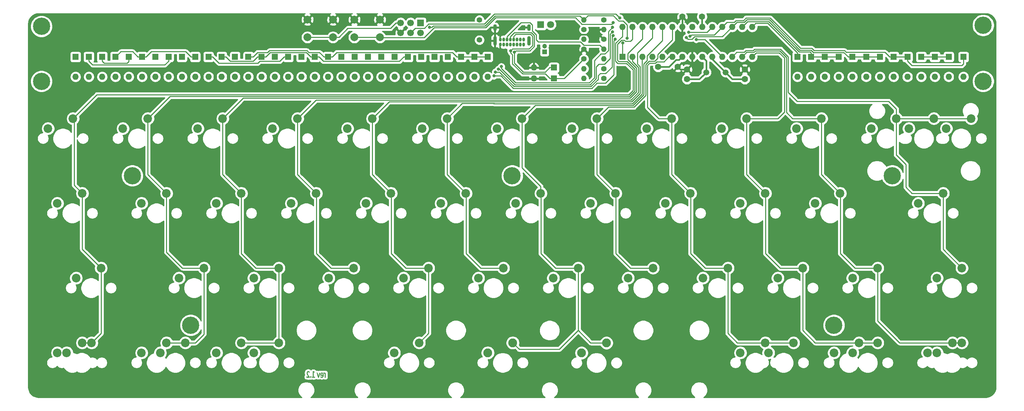
<source format=gbr>
G04 #@! TF.GenerationSoftware,KiCad,Pcbnew,(5.1.9)-1*
G04 #@! TF.CreationDate,2021-08-16T01:56:16+02:00*
G04 #@! TF.ProjectId,romeo-pcb,726f6d65-6f2d-4706-9362-2e6b69636164,rev?*
G04 #@! TF.SameCoordinates,Original*
G04 #@! TF.FileFunction,Copper,L2,Bot*
G04 #@! TF.FilePolarity,Positive*
%FSLAX46Y46*%
G04 Gerber Fmt 4.6, Leading zero omitted, Abs format (unit mm)*
G04 Created by KiCad (PCBNEW (5.1.9)-1) date 2021-08-16 01:56:16*
%MOMM*%
%LPD*%
G01*
G04 APERTURE LIST*
G04 #@! TA.AperFunction,EtchedComponent*
%ADD10C,0.010000*%
G04 #@! TD*
G04 #@! TA.AperFunction,ComponentPad*
%ADD11C,2.250000*%
G04 #@! TD*
G04 #@! TA.AperFunction,ComponentPad*
%ADD12C,4.400000*%
G04 #@! TD*
G04 #@! TA.AperFunction,ComponentPad*
%ADD13C,2.200000*%
G04 #@! TD*
G04 #@! TA.AperFunction,ComponentPad*
%ADD14O,1.600000X1.600000*%
G04 #@! TD*
G04 #@! TA.AperFunction,ComponentPad*
%ADD15R,1.600000X1.600000*%
G04 #@! TD*
G04 #@! TA.AperFunction,ComponentPad*
%ADD16C,1.600000*%
G04 #@! TD*
G04 #@! TA.AperFunction,ComponentPad*
%ADD17R,1.200000X1.200000*%
G04 #@! TD*
G04 #@! TA.AperFunction,ComponentPad*
%ADD18C,1.200000*%
G04 #@! TD*
G04 #@! TA.AperFunction,ComponentPad*
%ADD19C,2.000000*%
G04 #@! TD*
G04 #@! TA.AperFunction,ComponentPad*
%ADD20C,1.500000*%
G04 #@! TD*
G04 #@! TA.AperFunction,ComponentPad*
%ADD21O,0.650000X1.000000*%
G04 #@! TD*
G04 #@! TA.AperFunction,ComponentPad*
%ADD22O,0.900000X2.400000*%
G04 #@! TD*
G04 #@! TA.AperFunction,ComponentPad*
%ADD23O,0.900000X1.700000*%
G04 #@! TD*
G04 #@! TA.AperFunction,ComponentPad*
%ADD24O,1.400000X1.400000*%
G04 #@! TD*
G04 #@! TA.AperFunction,ComponentPad*
%ADD25C,1.400000*%
G04 #@! TD*
G04 #@! TA.AperFunction,ComponentPad*
%ADD26C,1.800000*%
G04 #@! TD*
G04 #@! TA.AperFunction,ComponentPad*
%ADD27R,1.800000X1.800000*%
G04 #@! TD*
G04 #@! TA.AperFunction,ComponentPad*
%ADD28R,1.700000X1.700000*%
G04 #@! TD*
G04 #@! TA.AperFunction,ComponentPad*
%ADD29C,1.700000*%
G04 #@! TD*
G04 #@! TA.AperFunction,ViaPad*
%ADD30C,0.800000*%
G04 #@! TD*
G04 #@! TA.AperFunction,Conductor*
%ADD31C,0.250000*%
G04 #@! TD*
G04 #@! TA.AperFunction,Conductor*
%ADD32C,0.400000*%
G04 #@! TD*
G04 #@! TA.AperFunction,Conductor*
%ADD33C,0.254000*%
G04 #@! TD*
G04 #@! TA.AperFunction,Conductor*
%ADD34C,2.000000*%
G04 #@! TD*
G04 APERTURE END LIST*
D10*
G36*
X95465756Y-135017433D02*
G01*
X95372410Y-135059779D01*
X95295218Y-135139483D01*
X95262368Y-135192108D01*
X95213488Y-135312414D01*
X95195443Y-135442875D01*
X95208884Y-135586034D01*
X95254465Y-135744436D01*
X95332835Y-135920622D01*
X95444647Y-136117138D01*
X95534890Y-136255981D01*
X95658070Y-136437878D01*
X95129610Y-136417520D01*
X95136180Y-136520968D01*
X95142750Y-136624417D01*
X95529042Y-136630186D01*
X95915333Y-136635955D01*
X95915333Y-136560794D01*
X95910719Y-136524121D01*
X95894549Y-136480325D01*
X95863335Y-136423154D01*
X95813586Y-136346357D01*
X95741813Y-136243683D01*
X95725846Y-136221358D01*
X95597472Y-136034511D01*
X95498977Y-135872536D01*
X95428990Y-135731749D01*
X95386141Y-135608462D01*
X95369060Y-135498989D01*
X95376377Y-135399645D01*
X95395662Y-135333154D01*
X95434319Y-135255952D01*
X95483522Y-135213111D01*
X95554296Y-135196663D01*
X95585882Y-135195667D01*
X95638029Y-135202356D01*
X95685469Y-135227544D01*
X95742126Y-135278911D01*
X95748324Y-135285256D01*
X95835268Y-135374846D01*
X95884524Y-135313072D01*
X95933781Y-135251299D01*
X95891331Y-135191684D01*
X95799116Y-135092593D01*
X95690257Y-135032052D01*
X95579889Y-135009786D01*
X95465756Y-135017433D01*
G37*
X95465756Y-135017433D02*
X95372410Y-135059779D01*
X95295218Y-135139483D01*
X95262368Y-135192108D01*
X95213488Y-135312414D01*
X95195443Y-135442875D01*
X95208884Y-135586034D01*
X95254465Y-135744436D01*
X95332835Y-135920622D01*
X95444647Y-136117138D01*
X95534890Y-136255981D01*
X95658070Y-136437878D01*
X95129610Y-136417520D01*
X95136180Y-136520968D01*
X95142750Y-136624417D01*
X95529042Y-136630186D01*
X95915333Y-136635955D01*
X95915333Y-136560794D01*
X95910719Y-136524121D01*
X95894549Y-136480325D01*
X95863335Y-136423154D01*
X95813586Y-136346357D01*
X95741813Y-136243683D01*
X95725846Y-136221358D01*
X95597472Y-136034511D01*
X95498977Y-135872536D01*
X95428990Y-135731749D01*
X95386141Y-135608462D01*
X95369060Y-135498989D01*
X95376377Y-135399645D01*
X95395662Y-135333154D01*
X95434319Y-135255952D01*
X95483522Y-135213111D01*
X95554296Y-135196663D01*
X95585882Y-135195667D01*
X95638029Y-135202356D01*
X95685469Y-135227544D01*
X95742126Y-135278911D01*
X95748324Y-135285256D01*
X95835268Y-135374846D01*
X95884524Y-135313072D01*
X95933781Y-135251299D01*
X95891331Y-135191684D01*
X95799116Y-135092593D01*
X95690257Y-135032052D01*
X95579889Y-135009786D01*
X95465756Y-135017433D01*
G36*
X96783167Y-136444500D02*
G01*
X96526733Y-136444500D01*
X96533241Y-136534459D01*
X96539750Y-136624417D01*
X96883708Y-136630233D01*
X97227667Y-136636049D01*
X97227667Y-136444500D01*
X96952500Y-136444500D01*
X96952500Y-135301500D01*
X97164167Y-135301500D01*
X97164167Y-135230323D01*
X97161279Y-135191601D01*
X97147046Y-135163248D01*
X97113117Y-135136744D01*
X97051139Y-135103569D01*
X97029278Y-135092739D01*
X96953249Y-135059107D01*
X96884529Y-135035219D01*
X96838778Y-135026334D01*
X96783167Y-135026334D01*
X96783167Y-136444500D01*
G37*
X96783167Y-136444500D02*
X96526733Y-136444500D01*
X96533241Y-136534459D01*
X96539750Y-136624417D01*
X96883708Y-136630233D01*
X97227667Y-136636049D01*
X97227667Y-136444500D01*
X96952500Y-136444500D01*
X96952500Y-135301500D01*
X97164167Y-135301500D01*
X97164167Y-135230323D01*
X97161279Y-135191601D01*
X97147046Y-135163248D01*
X97113117Y-135136744D01*
X97051139Y-135103569D01*
X97029278Y-135092739D01*
X96953249Y-135059107D01*
X96884529Y-135035219D01*
X96838778Y-135026334D01*
X96783167Y-135026334D01*
X96783167Y-136444500D01*
G36*
X97832366Y-135760743D02*
G01*
X97869669Y-135902436D01*
X97909701Y-136053464D01*
X97948570Y-136199207D01*
X97982382Y-136325046D01*
X97994675Y-136370417D01*
X98063750Y-136624417D01*
X98151766Y-136630831D01*
X98209198Y-136630555D01*
X98246580Y-136622119D01*
X98251835Y-136617742D01*
X98260298Y-136592876D01*
X98278085Y-136532584D01*
X98303659Y-136442355D01*
X98335484Y-136327677D01*
X98372021Y-136194040D01*
X98411734Y-136046935D01*
X98413640Y-136039828D01*
X98453573Y-135891059D01*
X98490326Y-135754394D01*
X98522354Y-135635563D01*
X98548110Y-135540292D01*
X98566047Y-135474312D01*
X98574621Y-135443350D01*
X98574704Y-135443068D01*
X98576475Y-135419424D01*
X98556622Y-135409867D01*
X98505670Y-135410603D01*
X98495422Y-135411318D01*
X98404829Y-135417917D01*
X98291874Y-135873000D01*
X98258388Y-136007169D01*
X98227740Y-136128569D01*
X98201574Y-136230794D01*
X98181536Y-136307441D01*
X98169271Y-136352106D01*
X98166816Y-136359834D01*
X98158663Y-136349312D01*
X98142229Y-136302791D01*
X98119019Y-136225459D01*
X98090542Y-136122503D01*
X98058302Y-135999110D01*
X98034648Y-135904750D01*
X97914584Y-135417917D01*
X97826857Y-135411493D01*
X97739131Y-135405069D01*
X97832366Y-135760743D01*
G37*
X97832366Y-135760743D02*
X97869669Y-135902436D01*
X97909701Y-136053464D01*
X97948570Y-136199207D01*
X97982382Y-136325046D01*
X97994675Y-136370417D01*
X98063750Y-136624417D01*
X98151766Y-136630831D01*
X98209198Y-136630555D01*
X98246580Y-136622119D01*
X98251835Y-136617742D01*
X98260298Y-136592876D01*
X98278085Y-136532584D01*
X98303659Y-136442355D01*
X98335484Y-136327677D01*
X98372021Y-136194040D01*
X98411734Y-136046935D01*
X98413640Y-136039828D01*
X98453573Y-135891059D01*
X98490326Y-135754394D01*
X98522354Y-135635563D01*
X98548110Y-135540292D01*
X98566047Y-135474312D01*
X98574621Y-135443350D01*
X98574704Y-135443068D01*
X98576475Y-135419424D01*
X98556622Y-135409867D01*
X98505670Y-135410603D01*
X98495422Y-135411318D01*
X98404829Y-135417917D01*
X98291874Y-135873000D01*
X98258388Y-136007169D01*
X98227740Y-136128569D01*
X98201574Y-136230794D01*
X98181536Y-136307441D01*
X98169271Y-136352106D01*
X98166816Y-136359834D01*
X98158663Y-136349312D01*
X98142229Y-136302791D01*
X98119019Y-136225459D01*
X98090542Y-136122503D01*
X98058302Y-135999110D01*
X98034648Y-135904750D01*
X97914584Y-135417917D01*
X97826857Y-135411493D01*
X97739131Y-135405069D01*
X97832366Y-135760743D01*
G36*
X99500081Y-135465542D02*
G01*
X99508786Y-135524326D01*
X99513280Y-135566566D01*
X99513434Y-135570846D01*
X99531616Y-135587749D01*
X99574644Y-135584580D01*
X99650740Y-135589630D01*
X99720166Y-135634612D01*
X99779680Y-135717263D01*
X99787794Y-135733270D01*
X99803065Y-135768433D01*
X99814296Y-135806285D01*
X99822096Y-135853773D01*
X99827073Y-135917846D01*
X99829835Y-136005451D01*
X99830989Y-136123536D01*
X99831167Y-136228933D01*
X99831167Y-136635000D01*
X100000500Y-136635000D01*
X100000500Y-135407334D01*
X99926417Y-135407334D01*
X99879905Y-135409633D01*
X99858580Y-135424447D01*
X99852620Y-135463651D01*
X99852333Y-135496914D01*
X99852333Y-135586494D01*
X99799013Y-135508026D01*
X99742294Y-135438116D01*
X99682726Y-135400464D01*
X99605184Y-135386815D01*
X99575789Y-135386167D01*
X99486961Y-135386167D01*
X99500081Y-135465542D01*
G37*
X99500081Y-135465542D02*
X99508786Y-135524326D01*
X99513280Y-135566566D01*
X99513434Y-135570846D01*
X99531616Y-135587749D01*
X99574644Y-135584580D01*
X99650740Y-135589630D01*
X99720166Y-135634612D01*
X99779680Y-135717263D01*
X99787794Y-135733270D01*
X99803065Y-135768433D01*
X99814296Y-135806285D01*
X99822096Y-135853773D01*
X99827073Y-135917846D01*
X99829835Y-136005451D01*
X99830989Y-136123536D01*
X99831167Y-136228933D01*
X99831167Y-136635000D01*
X100000500Y-136635000D01*
X100000500Y-135407334D01*
X99926417Y-135407334D01*
X99879905Y-135409633D01*
X99858580Y-135424447D01*
X99852620Y-135463651D01*
X99852333Y-135496914D01*
X99852333Y-135586494D01*
X99799013Y-135508026D01*
X99742294Y-135438116D01*
X99682726Y-135400464D01*
X99605184Y-135386815D01*
X99575789Y-135386167D01*
X99486961Y-135386167D01*
X99500081Y-135465542D01*
G36*
X96188719Y-136329383D02*
G01*
X96161683Y-136345382D01*
X96118932Y-136395005D01*
X96094912Y-136464847D01*
X96095988Y-136534639D01*
X96099043Y-136544810D01*
X96136715Y-136611374D01*
X96187438Y-136648550D01*
X96242514Y-136651400D01*
X96266706Y-136639968D01*
X96311481Y-136587141D01*
X96330715Y-136515385D01*
X96324566Y-136439417D01*
X96293188Y-136373949D01*
X96263594Y-136346656D01*
X96222004Y-136324737D01*
X96188719Y-136329383D01*
G37*
X96188719Y-136329383D02*
X96161683Y-136345382D01*
X96118932Y-136395005D01*
X96094912Y-136464847D01*
X96095988Y-136534639D01*
X96099043Y-136544810D01*
X96136715Y-136611374D01*
X96187438Y-136648550D01*
X96242514Y-136651400D01*
X96266706Y-136639968D01*
X96311481Y-136587141D01*
X96330715Y-136515385D01*
X96324566Y-136439417D01*
X96293188Y-136373949D01*
X96263594Y-136346656D01*
X96222004Y-136324737D01*
X96188719Y-136329383D01*
G36*
X98948238Y-135395152D02*
G01*
X98856247Y-135430699D01*
X98783510Y-135500297D01*
X98726633Y-135606671D01*
X98701114Y-135681050D01*
X98682603Y-135766685D01*
X98670214Y-135868533D01*
X98667000Y-135940342D01*
X98667000Y-136084667D01*
X99284197Y-136084667D01*
X99270085Y-136153459D01*
X99229957Y-136279878D01*
X99170030Y-136375769D01*
X99094304Y-136438636D01*
X99006778Y-136465986D01*
X98911449Y-136455326D01*
X98839238Y-136422114D01*
X98793094Y-136396169D01*
X98765455Y-136384772D01*
X98762730Y-136385151D01*
X98739378Y-136424820D01*
X98718241Y-136476559D01*
X98709333Y-136515299D01*
X98727874Y-136543690D01*
X98775755Y-136577291D01*
X98841370Y-136610577D01*
X98913110Y-136638023D01*
X98979366Y-136654105D01*
X99005338Y-136656167D01*
X99071217Y-136646257D01*
X99147474Y-136621315D01*
X99175524Y-136608542D01*
X99250226Y-136557874D01*
X99315945Y-136492115D01*
X99327761Y-136476250D01*
X99392744Y-136349373D01*
X99432159Y-136202298D01*
X99446632Y-136044323D01*
X99438679Y-135915334D01*
X99284197Y-135915334D01*
X98809756Y-135915334D01*
X98823927Y-135826715D01*
X98855995Y-135705876D01*
X98907234Y-135619185D01*
X98976036Y-135568620D01*
X99044286Y-135555500D01*
X99106356Y-135575236D01*
X99166991Y-135629225D01*
X99220138Y-135709639D01*
X99259743Y-135808650D01*
X99269349Y-135846542D01*
X99284197Y-135915334D01*
X99438679Y-135915334D01*
X99436793Y-135884748D01*
X99403270Y-135732872D01*
X99346689Y-135597994D01*
X99267680Y-135489414D01*
X99260637Y-135482365D01*
X99202261Y-135431503D01*
X99148650Y-135404721D01*
X99078965Y-135392384D01*
X99062880Y-135390935D01*
X98948238Y-135395152D01*
G37*
X98948238Y-135395152D02*
X98856247Y-135430699D01*
X98783510Y-135500297D01*
X98726633Y-135606671D01*
X98701114Y-135681050D01*
X98682603Y-135766685D01*
X98670214Y-135868533D01*
X98667000Y-135940342D01*
X98667000Y-136084667D01*
X99284197Y-136084667D01*
X99270085Y-136153459D01*
X99229957Y-136279878D01*
X99170030Y-136375769D01*
X99094304Y-136438636D01*
X99006778Y-136465986D01*
X98911449Y-136455326D01*
X98839238Y-136422114D01*
X98793094Y-136396169D01*
X98765455Y-136384772D01*
X98762730Y-136385151D01*
X98739378Y-136424820D01*
X98718241Y-136476559D01*
X98709333Y-136515299D01*
X98727874Y-136543690D01*
X98775755Y-136577291D01*
X98841370Y-136610577D01*
X98913110Y-136638023D01*
X98979366Y-136654105D01*
X99005338Y-136656167D01*
X99071217Y-136646257D01*
X99147474Y-136621315D01*
X99175524Y-136608542D01*
X99250226Y-136557874D01*
X99315945Y-136492115D01*
X99327761Y-136476250D01*
X99392744Y-136349373D01*
X99432159Y-136202298D01*
X99446632Y-136044323D01*
X99438679Y-135915334D01*
X99284197Y-135915334D01*
X98809756Y-135915334D01*
X98823927Y-135826715D01*
X98855995Y-135705876D01*
X98907234Y-135619185D01*
X98976036Y-135568620D01*
X99044286Y-135555500D01*
X99106356Y-135575236D01*
X99166991Y-135629225D01*
X99220138Y-135709639D01*
X99259743Y-135808650D01*
X99269349Y-135846542D01*
X99284197Y-135915334D01*
X99438679Y-135915334D01*
X99436793Y-135884748D01*
X99403270Y-135732872D01*
X99346689Y-135597994D01*
X99267680Y-135489414D01*
X99260637Y-135482365D01*
X99202261Y-135431503D01*
X99148650Y-135404721D01*
X99078965Y-135392384D01*
X99062880Y-135390935D01*
X98948238Y-135395152D01*
D11*
X171496250Y-127825000D03*
X165146250Y-130365000D03*
X147646150Y-127793750D03*
X141296150Y-130333750D03*
D12*
X267353749Y-46896249D03*
X244226550Y-85221250D03*
X267353749Y-61171250D03*
X229367550Y-123321250D03*
X50830950Y-85221250D03*
X27703751Y-47171250D03*
X27703751Y-61171250D03*
X65689950Y-123321250D03*
X147491249Y-85221250D03*
D13*
X78581250Y-127793750D03*
X72231250Y-130333750D03*
X59531250Y-127793750D03*
X53181250Y-130333750D03*
X38100000Y-127793750D03*
X31750000Y-130333750D03*
X261937500Y-127793750D03*
X255587500Y-130333750D03*
X240506250Y-127793750D03*
X234156250Y-130333750D03*
X219075000Y-127793750D03*
X212725000Y-130333750D03*
X264318750Y-70643750D03*
X257968750Y-73183750D03*
X253206250Y-130333750D03*
X259556250Y-127793750D03*
X235743750Y-127793750D03*
X229393750Y-130333750D03*
X205581250Y-130333750D03*
X211931250Y-127793750D03*
X81756250Y-130333750D03*
X88106250Y-127793750D03*
X34131250Y-130333750D03*
X40481250Y-127793750D03*
X261937500Y-108743750D03*
X255587500Y-111283750D03*
X42862500Y-108743750D03*
X36512500Y-111283750D03*
X257175000Y-89693750D03*
X250825000Y-92233750D03*
X38100000Y-89693750D03*
X31750000Y-92233750D03*
X230981250Y-89693750D03*
X224631250Y-92233750D03*
X254793750Y-70643750D03*
X248443750Y-73183750D03*
X245268750Y-70643750D03*
X238918750Y-73183750D03*
X35718750Y-70643750D03*
X29368750Y-73183750D03*
D14*
X262350000Y-60030000D03*
D15*
X262350000Y-54950000D03*
D14*
X70203380Y-60026550D03*
D15*
X70203380Y-54946550D03*
D13*
X69056250Y-108743750D03*
X62706250Y-111283750D03*
D14*
X53286715Y-60026550D03*
D15*
X53286715Y-54946550D03*
D13*
X130968750Y-70643750D03*
X124618750Y-73183750D03*
D16*
X189651150Y-57499250D03*
X184651150Y-57499250D03*
D14*
X230587450Y-60026550D03*
D15*
X230587450Y-54946550D03*
D16*
X190791600Y-44723050D03*
X195791600Y-44723050D03*
D17*
X155721050Y-53689250D03*
D18*
X155721050Y-52189250D03*
D16*
X206698350Y-58123450D03*
X206698350Y-60623450D03*
X191991750Y-58123450D03*
X191991750Y-60623450D03*
D19*
X113832901Y-45446950D03*
X113832901Y-49946950D03*
X107332901Y-45446950D03*
X107332901Y-49946950D03*
D13*
X117475000Y-130333750D03*
X123825000Y-127793750D03*
D20*
X196893950Y-58870850D03*
X201773950Y-58870850D03*
D21*
X148716249Y-51826350D03*
X150416249Y-51826350D03*
X149566249Y-51826350D03*
X147866249Y-51826350D03*
X147016249Y-51826350D03*
X146166249Y-51826350D03*
X145316249Y-51826350D03*
X144466249Y-51826350D03*
X150416249Y-50501350D03*
X149561249Y-50501350D03*
X148711249Y-50501350D03*
X147861249Y-50501350D03*
X147011249Y-50501350D03*
X146161249Y-50501350D03*
X145311249Y-50501350D03*
X144461249Y-50501350D03*
D22*
X151766249Y-50846350D03*
X143116249Y-50846350D03*
D23*
X151766249Y-47466350D03*
X143116249Y-47466350D03*
D14*
X175551600Y-47294800D03*
X208571600Y-54914800D03*
X178091600Y-47294800D03*
X206031600Y-54914800D03*
X180631600Y-47294800D03*
X203491600Y-54914800D03*
X183171600Y-47294800D03*
X200951600Y-54914800D03*
X185711600Y-47294800D03*
X198411600Y-54914800D03*
X188251600Y-47294800D03*
X195871600Y-54914800D03*
X190791600Y-47294800D03*
X193331600Y-54914800D03*
X193331600Y-47294800D03*
X190791600Y-54914800D03*
X195871600Y-47294800D03*
X188251600Y-54914800D03*
X198411600Y-47294800D03*
X185711600Y-54914800D03*
X200951600Y-47294800D03*
X183171600Y-54914800D03*
X203491600Y-47294800D03*
X180631600Y-54914800D03*
X206031600Y-47294800D03*
X178091600Y-54914800D03*
X208571600Y-47294800D03*
D15*
X175551600Y-54914800D03*
D13*
X64293750Y-127793750D03*
X57943750Y-130333750D03*
X240506250Y-108743750D03*
X234156250Y-111283750D03*
X221456250Y-108743750D03*
X215106250Y-111283750D03*
X202406250Y-108743750D03*
X196056250Y-111283750D03*
X183356250Y-108743750D03*
X177006250Y-111283750D03*
X164306250Y-108743750D03*
X157956250Y-111283750D03*
X145256250Y-108743750D03*
X138906250Y-111283750D03*
X126206250Y-108743750D03*
X119856250Y-111283750D03*
X107156250Y-108743750D03*
X100806250Y-111283750D03*
X88106250Y-108743750D03*
X81756250Y-111283750D03*
X211931250Y-89693750D03*
X205581250Y-92233750D03*
X192881250Y-89693750D03*
X186531250Y-92233750D03*
X173831250Y-89693750D03*
X167481250Y-92233750D03*
X154781250Y-89693750D03*
X148431250Y-92233750D03*
X135731250Y-89693750D03*
X129381250Y-92233750D03*
X116681250Y-89693750D03*
X110331250Y-92233750D03*
X97631250Y-89693750D03*
X91281250Y-92233750D03*
X78581250Y-89693750D03*
X72231250Y-92233750D03*
X59531250Y-89693750D03*
X53181250Y-92233750D03*
X226218750Y-70643750D03*
X219868750Y-73183750D03*
X207168750Y-70643750D03*
X200818750Y-73183750D03*
X188118750Y-70643750D03*
X181768750Y-73183750D03*
X169068750Y-70643750D03*
X162718750Y-73183750D03*
X150018750Y-70643750D03*
X143668750Y-73183750D03*
X111918750Y-70643750D03*
X105568750Y-73183750D03*
X92868750Y-70643750D03*
X86518750Y-73183750D03*
X73818750Y-70643750D03*
X67468750Y-73183750D03*
X54768750Y-70643750D03*
X48418750Y-73183750D03*
D19*
X101892152Y-45446950D03*
X101892152Y-49946950D03*
X95392152Y-45446950D03*
X95392152Y-49946950D03*
D24*
X170846250Y-47987750D03*
D25*
X165766250Y-47987750D03*
D24*
X165766250Y-45497750D03*
D25*
X170846250Y-45497750D03*
D24*
X165766250Y-57947750D03*
D25*
X170846250Y-57947750D03*
D24*
X170846250Y-55457750D03*
D25*
X165766250Y-55457750D03*
D24*
X170846250Y-52967750D03*
D25*
X165766250Y-52967750D03*
D24*
X165766250Y-50477750D03*
D25*
X170846250Y-50477750D03*
D24*
X165766250Y-60437750D03*
D25*
X170846250Y-60437750D03*
D26*
X157295850Y-46704250D03*
D27*
X154755850Y-46704250D03*
D28*
X124200250Y-46272450D03*
D29*
X124200250Y-48812450D03*
X121660250Y-46272450D03*
X121660250Y-48812450D03*
X119120250Y-46272450D03*
X119120250Y-48812450D03*
D25*
X139160250Y-45551250D03*
X139160250Y-50651250D03*
D14*
X153028650Y-57677050D03*
D15*
X158108650Y-57677050D03*
D14*
X153041350Y-60445650D03*
D15*
X158121350Y-60445650D03*
D14*
X227087450Y-60026550D03*
D15*
X227087450Y-54946550D03*
D14*
X223587450Y-60026550D03*
D15*
X223587450Y-54946550D03*
D14*
X107420043Y-60026550D03*
D15*
X107420043Y-54946550D03*
D14*
X104036710Y-60026550D03*
D15*
X104036710Y-54946550D03*
D14*
X87120045Y-60026550D03*
D15*
X87120045Y-54946550D03*
D14*
X63436714Y-60026550D03*
D15*
X63436714Y-54946550D03*
D14*
X49903382Y-60026550D03*
D15*
X49903382Y-54946550D03*
D14*
X43136716Y-60026550D03*
D15*
X43136716Y-54946550D03*
D14*
X241087450Y-60026550D03*
D15*
X241087450Y-54946550D03*
D14*
X237587450Y-60026550D03*
D15*
X237587450Y-54946550D03*
D14*
X234087450Y-60026550D03*
D15*
X234087450Y-54946550D03*
D14*
X117570042Y-60026550D03*
D15*
X117570042Y-54946550D03*
D14*
X114186709Y-60026550D03*
D15*
X114186709Y-54946550D03*
D14*
X110803376Y-60026550D03*
D15*
X110803376Y-54946550D03*
D14*
X93886711Y-60026550D03*
D15*
X93886711Y-54946550D03*
D14*
X90503378Y-60026550D03*
D15*
X90503378Y-54946550D03*
D14*
X66820047Y-60026550D03*
D15*
X66820047Y-54946550D03*
D14*
X46520049Y-60026550D03*
D15*
X46520049Y-54946550D03*
D14*
X248087450Y-60026550D03*
D15*
X248087450Y-54946550D03*
D14*
X244587450Y-60026550D03*
D15*
X244587450Y-54946550D03*
D14*
X131103374Y-60026550D03*
D15*
X131103374Y-54946550D03*
D14*
X127720041Y-60026550D03*
D15*
X127720041Y-54946550D03*
D14*
X124336708Y-60026550D03*
D15*
X124336708Y-54946550D03*
D14*
X120953375Y-60026550D03*
D15*
X120953375Y-54946550D03*
D14*
X97270044Y-60026550D03*
D15*
X97270044Y-54946550D03*
D14*
X83736712Y-60026550D03*
D15*
X83736712Y-54946550D03*
D14*
X73586713Y-60026550D03*
D15*
X73586713Y-54946550D03*
D14*
X60053381Y-60026550D03*
D15*
X60053381Y-54946550D03*
D14*
X39753383Y-60026550D03*
D15*
X39753383Y-54946550D03*
D14*
X258587450Y-60026550D03*
D15*
X258587450Y-54946550D03*
D14*
X255087450Y-60026550D03*
D15*
X255087450Y-54946550D03*
D14*
X251587450Y-60026550D03*
D15*
X251587450Y-54946550D03*
D14*
X220087450Y-60026550D03*
D15*
X220087450Y-54946550D03*
D14*
X141253383Y-60026550D03*
D15*
X141253383Y-54946550D03*
D14*
X137870040Y-60026550D03*
D15*
X137870040Y-54946550D03*
D14*
X134486707Y-60026550D03*
D15*
X134486707Y-54946550D03*
D14*
X100653377Y-60026550D03*
D15*
X100653377Y-54946550D03*
D14*
X80353379Y-60026550D03*
D15*
X80353379Y-54946550D03*
D14*
X76970046Y-60026550D03*
D15*
X76970046Y-54946550D03*
D14*
X56670048Y-60026550D03*
D15*
X56670048Y-54946550D03*
D14*
X36370050Y-60026550D03*
D15*
X36370050Y-54946550D03*
D30*
X173234350Y-46234350D03*
X194334530Y-50500440D03*
X175253650Y-62528450D03*
X175761650Y-58921650D03*
X202520550Y-49752250D03*
X206762350Y-49790350D03*
X161956750Y-47720250D03*
X188652150Y-51847750D03*
X203200000Y-82550000D03*
X122237500Y-73025000D03*
X143239283Y-58820050D03*
X173234350Y-49536350D03*
X172993050Y-48545750D03*
X192783732Y-49704518D03*
X143988583Y-58095040D03*
X144737883Y-57423050D03*
X173043850Y-47415450D03*
X174884548Y-44994778D03*
X191845452Y-50050429D03*
X173704250Y-50476150D03*
X142858283Y-59797950D03*
X147097750Y-53371750D03*
X192459572Y-48651023D03*
X126485650Y-47390050D03*
X176733325Y-50185160D03*
X175651336Y-51389440D03*
X148037550Y-53778150D03*
D31*
X114630750Y-49993550D02*
X114584150Y-49946950D01*
X200951600Y-54914800D02*
X196537240Y-50500440D01*
X196537240Y-50500440D02*
X194334530Y-50500440D01*
X107332901Y-49946950D02*
X113832901Y-49946950D01*
X113879501Y-49993550D02*
X113832901Y-49946950D01*
X125088650Y-49993550D02*
X113879501Y-49993550D01*
X127605927Y-47476273D02*
X125088650Y-49993550D01*
X172834351Y-46634349D02*
X165265049Y-46634349D01*
X173234350Y-46234350D02*
X172834351Y-46634349D01*
X165265049Y-46634349D02*
X163595050Y-44964350D01*
X143300450Y-44964350D02*
X140788527Y-47476273D01*
X163595050Y-44964350D02*
X143300450Y-44964350D01*
X140788527Y-47476273D02*
X127605927Y-47476273D01*
D32*
X190275350Y-58123450D02*
X189651150Y-57499250D01*
X191991750Y-58123450D02*
X190275350Y-58123450D01*
X169856301Y-47987750D02*
X168625201Y-49218850D01*
X170846250Y-47987750D02*
X169856301Y-47987750D01*
X168625201Y-49218850D02*
X163455350Y-49218850D01*
X163455350Y-49218850D02*
X161956750Y-47720250D01*
X190791600Y-47294800D02*
X190791600Y-44723050D01*
X195141350Y-60623450D02*
X196893950Y-58870850D01*
X191991750Y-60623450D02*
X195141350Y-60623450D01*
X196862200Y-58839100D02*
X196893950Y-58870850D01*
X196893950Y-55937150D02*
X195871600Y-54914800D01*
X196893950Y-58870850D02*
X196893950Y-55937150D01*
X203526550Y-60623450D02*
X201773950Y-58870850D01*
X206698350Y-60623450D02*
X203526550Y-60623450D01*
X198411600Y-55508500D02*
X198411600Y-54914800D01*
X201773950Y-58870850D02*
X198411600Y-55508500D01*
X189991601Y-55714799D02*
X190791600Y-54914800D01*
X189227603Y-55714799D02*
X189991601Y-55714799D01*
X187443152Y-57499250D02*
X189227603Y-55714799D01*
X184651150Y-57499250D02*
X187443152Y-57499250D01*
X195791600Y-47214800D02*
X195871600Y-47294800D01*
X195791600Y-44723050D02*
X195791600Y-47214800D01*
D31*
X81551710Y-54946550D02*
X80353379Y-54946550D01*
X85270183Y-53816250D02*
X82682010Y-53816250D01*
X82682010Y-53816250D02*
X81551710Y-54946550D01*
X100653377Y-54946550D02*
X99603377Y-54946550D01*
X99603377Y-54946550D02*
X98478376Y-53821549D01*
X98478376Y-53821549D02*
X95740282Y-53821549D01*
X95740282Y-53821549D02*
X95277783Y-53359050D01*
X95277783Y-53359050D02*
X85727383Y-53359050D01*
X85727383Y-53359050D02*
X85270183Y-53816250D01*
X101703377Y-54946550D02*
X102833677Y-53816250D01*
X100653377Y-54946550D02*
X101703377Y-54946550D01*
X133436707Y-54946550D02*
X134486707Y-54946550D01*
X132306407Y-53816250D02*
X133436707Y-54946550D01*
X102833677Y-53816250D02*
X132306407Y-53816250D01*
X258587450Y-54946550D02*
X255087450Y-54946550D01*
X255087450Y-54946550D02*
X251587450Y-54946550D01*
X220087450Y-54946550D02*
X220084650Y-54946550D01*
X209466950Y-46399450D02*
X208571600Y-47294800D01*
X212590350Y-46399450D02*
X209466950Y-46399450D01*
X220087450Y-54946550D02*
X220087450Y-53896550D01*
X220087450Y-53896550D02*
X212590350Y-46399450D01*
X134486707Y-54946550D02*
X137870040Y-54946550D01*
X137870040Y-54946550D02*
X141253383Y-54946550D01*
X172904150Y-49866550D02*
X172904150Y-57537350D01*
X173234350Y-49536350D02*
X172904150Y-49866550D01*
X172904150Y-57537350D02*
X171240450Y-59201050D01*
X171240450Y-59201050D02*
X169881550Y-59201050D01*
X167538400Y-62484000D02*
X147980400Y-62484000D01*
X169881550Y-59201050D02*
X169360850Y-59721750D01*
X169360850Y-60661550D02*
X167538400Y-62484000D01*
X169360850Y-59721750D02*
X169360850Y-60661550D01*
X144316450Y-58820050D02*
X144449800Y-58953400D01*
X143239283Y-58820050D02*
X144316450Y-58820050D01*
X147980400Y-62484000D02*
X144449800Y-58953400D01*
X144449800Y-58953400D02*
X144322800Y-58826400D01*
X82686712Y-54946550D02*
X83736712Y-54946550D01*
X75761714Y-56071551D02*
X81561711Y-56071551D01*
X74636713Y-54946550D02*
X75761714Y-56071551D01*
X73586713Y-54946550D02*
X74636713Y-54946550D01*
X81561711Y-56071551D02*
X82686712Y-54946550D01*
X95095043Y-53821549D02*
X96220044Y-54946550D01*
X85911713Y-53821549D02*
X95095043Y-53821549D01*
X84786712Y-54946550D02*
X85911713Y-53821549D01*
X83736712Y-54946550D02*
X84786712Y-54946550D01*
X96220044Y-54946550D02*
X97270044Y-54946550D01*
X119903375Y-54946550D02*
X120953375Y-54946550D01*
X118778374Y-56071551D02*
X119903375Y-54946550D01*
X99445045Y-56071551D02*
X118778374Y-56071551D01*
X98320044Y-54946550D02*
X99445045Y-56071551D01*
X97270044Y-54946550D02*
X98320044Y-54946550D01*
X248087450Y-54946550D02*
X244587450Y-54946550D01*
X198920972Y-49325428D02*
X193162822Y-49325428D01*
X200951600Y-47294800D02*
X198920972Y-49325428D01*
X193162822Y-49325428D02*
X192783732Y-49704518D01*
X206355950Y-45675550D02*
X204463650Y-45675550D01*
X207016350Y-45015150D02*
X206355950Y-45675550D01*
X213163150Y-45015150D02*
X207016350Y-45015150D01*
X220897450Y-52749450D02*
X213163150Y-45015150D01*
X223742250Y-52749450D02*
X220897450Y-52749450D01*
X244587450Y-54946550D02*
X243537450Y-54946550D01*
X243537450Y-54946550D02*
X242343650Y-53752750D01*
X204463650Y-45675550D02*
X204031850Y-46107350D01*
X242343650Y-53752750D02*
X232492550Y-53752750D01*
X232492550Y-53752750D02*
X232098850Y-53359050D01*
X232098850Y-53359050D02*
X224351850Y-53359050D01*
X224351850Y-53359050D02*
X223742250Y-52749450D01*
X202139050Y-46107350D02*
X200951600Y-47294800D01*
X204031850Y-46107350D02*
X202139050Y-46107350D01*
X39753383Y-55996550D02*
X39753383Y-54946550D01*
X40722683Y-56965850D02*
X39753383Y-55996550D01*
X59084081Y-56965850D02*
X40722683Y-56965850D01*
X60053381Y-54946550D02*
X60053381Y-55996550D01*
X60053381Y-55996550D02*
X59084081Y-56965850D01*
X172446950Y-55340250D02*
X172446950Y-49091850D01*
X168903650Y-57448450D02*
X169551350Y-56800750D01*
X169551350Y-56800750D02*
X170986450Y-56800750D01*
X170986450Y-56800750D02*
X172446950Y-55340250D01*
X172446950Y-49091850D02*
X172993050Y-48545750D01*
X168903650Y-57448450D02*
X168903650Y-60458350D01*
X168903650Y-60458350D02*
X167335200Y-62026800D01*
X167335200Y-62026800D02*
X148183600Y-62026800D01*
X143988583Y-58095040D02*
X144251840Y-58095040D01*
X144251840Y-58095040D02*
X145059400Y-58902600D01*
X148183600Y-62026800D02*
X145059400Y-58902600D01*
X145059400Y-58902600D02*
X144907000Y-58750200D01*
X262350000Y-54950000D02*
X261756250Y-54950000D01*
X262350000Y-54950000D02*
X262350000Y-56737500D01*
X262350000Y-56737500D02*
X261937500Y-57150000D01*
X261937500Y-57150000D02*
X249237500Y-57150000D01*
X248087450Y-55999950D02*
X248087450Y-54946550D01*
X249237500Y-57150000D02*
X248087450Y-55999950D01*
X65770047Y-54946550D02*
X66820047Y-54946550D01*
X64436547Y-53613050D02*
X65770047Y-54946550D01*
X46580850Y-54946550D02*
X47914350Y-53613050D01*
X46520049Y-54946550D02*
X46580850Y-54946550D01*
X83248121Y-56071551D02*
X88328377Y-56071551D01*
X88328377Y-56071551D02*
X89453378Y-54946550D01*
X71253380Y-54946550D02*
X72828392Y-56521562D01*
X70203380Y-54946550D02*
X71253380Y-54946550D01*
X82798111Y-56521562D02*
X83248121Y-56071551D01*
X72828392Y-56521562D02*
X82798111Y-56521562D01*
X89453378Y-54946550D02*
X90503378Y-54946550D01*
X241087450Y-54946550D02*
X237587450Y-54946550D01*
X237587450Y-54946550D02*
X234087450Y-54946550D01*
X126219949Y-46576251D02*
X140393149Y-46576251D01*
X122835251Y-47637449D02*
X125158751Y-47637449D01*
X125158751Y-47637449D02*
X126219949Y-46576251D01*
X121660250Y-48812450D02*
X122835251Y-47637449D01*
X173912508Y-44022738D02*
X174884548Y-44994778D01*
X142946662Y-44022738D02*
X173912508Y-44022738D01*
X140393149Y-46576251D02*
X142946662Y-44022738D01*
X193224472Y-50450428D02*
X192245451Y-50450428D01*
X203491600Y-47294800D02*
X201010961Y-49775439D01*
X201010961Y-49775439D02*
X193899461Y-49775439D01*
X192245451Y-50450428D02*
X191845452Y-50050429D01*
X193899461Y-49775439D02*
X193224472Y-50450428D01*
X204653650Y-46132750D02*
X203491600Y-47294800D01*
X207206850Y-45472350D02*
X206546450Y-46132750D01*
X212972650Y-45472350D02*
X207206850Y-45472350D01*
X234087450Y-54946550D02*
X233037450Y-54946550D01*
X233037450Y-54946550D02*
X231912449Y-53821549D01*
X231912449Y-53821549D02*
X224166649Y-53821549D01*
X224166649Y-53821549D02*
X223551750Y-53206650D01*
X223551750Y-53206650D02*
X220706950Y-53206650D01*
X206546450Y-46132750D02*
X204653650Y-46132750D01*
X220706950Y-53206650D02*
X212972650Y-45472350D01*
X52236715Y-54946550D02*
X53286715Y-54946550D01*
X50903215Y-53613050D02*
X52236715Y-54946550D01*
X47914350Y-53613050D02*
X50903215Y-53613050D01*
X55670215Y-53613050D02*
X64436547Y-53613050D01*
X54336715Y-54946550D02*
X55670215Y-53613050D01*
X53286715Y-54946550D02*
X54336715Y-54946550D01*
X144737883Y-57933383D02*
X144737883Y-57423050D01*
X167143649Y-61570651D02*
X148375151Y-61570651D01*
X168446450Y-60267850D02*
X167143649Y-61570651D01*
X168446450Y-55848250D02*
X168446450Y-60267850D01*
X170084750Y-54209950D02*
X168446450Y-55848250D01*
X148375151Y-61570651D02*
X144737883Y-57933383D01*
X171121052Y-54209950D02*
X170084750Y-54209950D01*
X171989750Y-48469550D02*
X171989750Y-53341252D01*
X171989750Y-53341252D02*
X171121052Y-54209950D01*
X173043850Y-47415450D02*
X171989750Y-48469550D01*
X43136716Y-55996550D02*
X43648816Y-56508650D01*
X43136716Y-54946550D02*
X43136716Y-55996550D01*
X43648816Y-56508650D02*
X49489150Y-56508650D01*
X49489150Y-56508650D02*
X49903382Y-56094418D01*
X49903382Y-56094418D02*
X49903382Y-54946550D01*
X230587450Y-54946550D02*
X227087450Y-54946550D01*
X227087450Y-54946550D02*
X223587450Y-54946550D01*
X207384150Y-45942250D02*
X206031600Y-47294800D01*
X212782150Y-45942250D02*
X207384150Y-45942250D01*
X220503750Y-53663850D02*
X212782150Y-45942250D01*
X223354750Y-53663850D02*
X220503750Y-53663850D01*
X223587450Y-53896550D02*
X223354750Y-53663850D01*
X223587450Y-54946550D02*
X223587450Y-53896550D01*
X173361350Y-50819050D02*
X173704250Y-50476150D01*
X173361350Y-59531250D02*
X173361350Y-50819050D01*
X142858283Y-59797950D02*
X144633950Y-59797950D01*
X147777200Y-62941200D02*
X167741600Y-62941200D01*
X144633950Y-59797950D02*
X147777200Y-62941200D01*
X167741600Y-62941200D02*
X169043350Y-61639450D01*
X169043350Y-61639450D02*
X171253150Y-61639450D01*
X171253150Y-61639450D02*
X173361350Y-59531250D01*
X147861249Y-49751350D02*
X148419149Y-49193450D01*
X147861249Y-50501350D02*
X147861249Y-49751350D01*
X148419149Y-49193450D02*
X152165050Y-49193450D01*
X152165050Y-49193450D02*
X152711150Y-49739550D01*
X152711150Y-49739550D02*
X152711150Y-52012850D01*
X152711150Y-52012850D02*
X151809450Y-52914550D01*
X151809450Y-52914550D02*
X147554950Y-52914550D01*
X147554950Y-52914550D02*
X147097750Y-53371750D01*
X147097750Y-53937435D02*
X147580350Y-54420035D01*
X147097750Y-53371750D02*
X147097750Y-53937435D01*
X147580350Y-54420035D02*
X147580350Y-56699150D01*
X147580350Y-56699150D02*
X150145750Y-59264550D01*
X150145750Y-59264550D02*
X155911550Y-59264550D01*
X155911550Y-59264550D02*
X157092650Y-60445650D01*
X157092650Y-60445650D02*
X158121350Y-60445650D01*
X158121350Y-60445650D02*
X159175450Y-60445650D01*
X159175450Y-60445650D02*
X159183350Y-60437750D01*
X159175450Y-60445650D02*
X160778350Y-60445650D01*
X160778350Y-60445650D02*
X165766250Y-55457750D01*
D32*
X145311249Y-51821350D02*
X145316249Y-51826350D01*
X149561249Y-51821350D02*
X149566249Y-51826350D01*
D31*
X198411600Y-47294800D02*
X197055377Y-48651023D01*
X197055377Y-48651023D02*
X192459572Y-48651023D01*
X140579549Y-47026262D02*
X127415123Y-47026262D01*
X165766250Y-45497750D02*
X164762950Y-44494450D01*
X164762950Y-44494450D02*
X143111361Y-44494450D01*
X127051335Y-47390050D02*
X126485650Y-47390050D01*
X127415123Y-47026262D02*
X127051335Y-47390050D01*
X143111361Y-44494450D02*
X140579549Y-47026262D01*
X119120250Y-46272450D02*
X117918169Y-46272450D01*
X105669641Y-47671959D02*
X103394650Y-49946950D01*
X116518659Y-47671959D02*
X105669641Y-47671959D01*
X117918169Y-46272450D02*
X116518659Y-47671959D01*
X165766250Y-45497750D02*
X166791251Y-44472749D01*
X166791251Y-44472749D02*
X173288849Y-44472749D01*
X174618650Y-45802550D02*
X173990000Y-45173900D01*
X175724352Y-45802550D02*
X174618650Y-45802550D01*
X173288849Y-44472749D02*
X173990000Y-45173900D01*
X173990000Y-45173900D02*
X174110650Y-45294550D01*
X176676601Y-46754799D02*
X176466901Y-46545099D01*
X176466901Y-46545099D02*
X175724352Y-45802550D01*
X176466901Y-46545099D02*
X176733325Y-46811523D01*
X176733325Y-46811523D02*
X176733325Y-50185160D01*
X175551600Y-54914800D02*
X175551600Y-51489176D01*
X175551600Y-51489176D02*
X175651336Y-51389440D01*
X103394650Y-49946950D02*
X101892152Y-49946950D01*
X95392152Y-49946950D02*
X101892152Y-49946950D01*
X41814750Y-64547750D02*
X35718750Y-70643750D01*
X177158650Y-64547750D02*
X41814750Y-64547750D01*
X178238150Y-63468250D02*
X177158650Y-64547750D01*
X176574450Y-56610250D02*
X178238150Y-58273950D01*
X174415450Y-56610250D02*
X176574450Y-56610250D01*
X173818550Y-56013350D02*
X174415450Y-56610250D01*
X173818550Y-51466750D02*
X173818550Y-56013350D01*
X178238150Y-58273950D02*
X178238150Y-63468250D01*
X175551600Y-49733700D02*
X173818550Y-51466750D01*
X175551600Y-47294800D02*
X175551600Y-49733700D01*
X38100000Y-89693750D02*
X36050000Y-87643750D01*
X36050000Y-70975000D02*
X35718750Y-70643750D01*
X36050000Y-87643750D02*
X36050000Y-70975000D01*
X42862500Y-125412500D02*
X40481250Y-127793750D01*
X42862500Y-108743750D02*
X42862500Y-125412500D01*
X40481250Y-127793750D02*
X38100000Y-127793750D01*
X38100000Y-103981250D02*
X42862500Y-108743750D01*
X38100000Y-89693750D02*
X38100000Y-103981250D01*
X178695350Y-63658750D02*
X177349150Y-65004950D01*
X174604848Y-56153050D02*
X176777650Y-56153050D01*
X178695350Y-58070750D02*
X178695350Y-63658750D01*
X174281549Y-55829751D02*
X174604848Y-56153050D01*
X174281549Y-51686225D02*
X174281549Y-55829751D01*
X178091600Y-47294800D02*
X178091600Y-50432200D01*
X176777650Y-56153050D02*
X178695350Y-58070750D01*
X178091600Y-50432200D02*
X177563949Y-50959851D01*
X177563949Y-50959851D02*
X176294749Y-50959851D01*
X176294749Y-50959851D02*
X175999337Y-50664439D01*
X175999337Y-50664439D02*
X175303335Y-50664439D01*
X175303335Y-50664439D02*
X174281549Y-51686225D01*
X54768750Y-70643750D02*
X60414740Y-64997760D01*
X177349150Y-65004950D02*
X70195050Y-65004950D01*
X70187860Y-64997760D02*
X70195050Y-65004950D01*
X60414740Y-64997760D02*
X70187860Y-64997760D01*
X54768750Y-84931250D02*
X59531250Y-89693750D01*
X54768750Y-70643750D02*
X54768750Y-84931250D01*
X59531250Y-89693750D02*
X59531250Y-104681250D01*
X63593750Y-108743750D02*
X69056250Y-108743750D01*
X59531250Y-104681250D02*
X63593750Y-108743750D01*
X64293750Y-127793750D02*
X59531250Y-127793750D01*
X66856250Y-127793750D02*
X64293750Y-127793750D01*
X69056250Y-125593750D02*
X66856250Y-127793750D01*
X69056250Y-108743750D02*
X69056250Y-125593750D01*
X180631600Y-47294800D02*
X180631600Y-50381400D01*
X180631600Y-50381400D02*
X176904650Y-54108350D01*
X176904650Y-54108350D02*
X176904650Y-55568850D01*
X176904650Y-55568850D02*
X179165250Y-57829450D01*
X179165250Y-57829450D02*
X179165250Y-63836550D01*
X179165250Y-63836550D02*
X177539650Y-65462150D01*
X73818750Y-70643750D02*
X79007540Y-65454960D01*
X87204960Y-65454960D02*
X87212150Y-65462150D01*
X79007540Y-65454960D02*
X87204960Y-65454960D01*
X87212150Y-65462150D02*
X86969716Y-65462150D01*
X177539650Y-65462150D02*
X87212150Y-65462150D01*
X73818750Y-84931250D02*
X78581250Y-89693750D01*
X73818750Y-70643750D02*
X73818750Y-84931250D01*
X78581250Y-89693750D02*
X78581250Y-105031250D01*
X82293750Y-108743750D02*
X88106250Y-108743750D01*
X78581250Y-105031250D02*
X82293750Y-108743750D01*
X88106250Y-108743750D02*
X88106250Y-127793750D01*
X78581250Y-127793750D02*
X88106250Y-127793750D01*
X92868750Y-84931250D02*
X97631250Y-89693750D01*
X92868750Y-70643750D02*
X92868750Y-84931250D01*
X101387500Y-108787500D02*
X107200000Y-108787500D01*
X97675000Y-105075000D02*
X101387500Y-108787500D01*
X97675000Y-89737500D02*
X97675000Y-105075000D01*
X177730150Y-65919350D02*
X179622450Y-64027050D01*
X179622450Y-64027050D02*
X179622450Y-57638950D01*
X179622450Y-57638950D02*
X178091600Y-56108100D01*
X178091600Y-56108100D02*
X178091600Y-54914800D01*
X92868750Y-70643750D02*
X97600340Y-65912160D01*
X105862160Y-65912160D02*
X105869350Y-65919350D01*
X97600340Y-65912160D02*
X105862160Y-65912160D01*
X105869350Y-65919350D02*
X177730150Y-65919350D01*
X105562516Y-65919350D02*
X105869350Y-65919350D01*
X111918750Y-84931250D02*
X116681250Y-89693750D01*
X111918750Y-70643750D02*
X111918750Y-84931250D01*
X120437500Y-108787500D02*
X126250000Y-108787500D01*
X116725000Y-105075000D02*
X120437500Y-108787500D01*
X116725000Y-89737500D02*
X116725000Y-105075000D01*
X183171600Y-47294800D02*
X183171600Y-50127400D01*
X183171600Y-50127400D02*
X179343050Y-53955950D01*
X179343050Y-53955950D02*
X179343050Y-56699150D01*
X179343050Y-56699150D02*
X180092350Y-57448450D01*
X180092350Y-57448450D02*
X180092350Y-64204850D01*
X180092350Y-64204850D02*
X177920650Y-66376550D01*
X111918750Y-70643750D02*
X116193140Y-66369360D01*
X124366260Y-66369360D02*
X124373450Y-66376550D01*
X116193140Y-66369360D02*
X124366260Y-66369360D01*
X124373450Y-66376550D02*
X124155316Y-66376550D01*
X177920650Y-66376550D02*
X124373450Y-66376550D01*
X126206250Y-125412500D02*
X123825000Y-127793750D01*
X126206250Y-108743750D02*
X126206250Y-125412500D01*
X130968750Y-84931250D02*
X135731250Y-89693750D01*
X130968750Y-70643750D02*
X130968750Y-84931250D01*
X139487500Y-108787500D02*
X145300000Y-108787500D01*
X135775000Y-105075000D02*
X139487500Y-108787500D01*
X135775000Y-89737500D02*
X135775000Y-105075000D01*
X180549550Y-54996850D02*
X180631600Y-54914800D01*
X180549550Y-64395350D02*
X180549550Y-54996850D01*
X178111150Y-66833750D02*
X180549550Y-64395350D01*
X130968750Y-70643750D02*
X134785940Y-66826560D01*
X134785940Y-66826560D02*
X142926560Y-66826560D01*
X142933750Y-66833750D02*
X178111150Y-66833750D01*
X142926560Y-66826560D02*
X142933750Y-66833750D01*
X142748116Y-66833750D02*
X142933750Y-66833750D01*
X158537500Y-108787500D02*
X164350000Y-108787500D01*
X154825000Y-105075000D02*
X158537500Y-108787500D01*
X154825000Y-89737500D02*
X154825000Y-105075000D01*
X185711600Y-47294800D02*
X185711600Y-50775100D01*
X185711600Y-50775100D02*
X181844950Y-54641750D01*
X181844950Y-55873650D02*
X181019450Y-56699150D01*
X181019450Y-56699150D02*
X181019450Y-64573150D01*
X181844950Y-54641750D02*
X181844950Y-55873650D01*
X181019450Y-64573150D02*
X178301650Y-67290950D01*
X150018750Y-70643750D02*
X153378740Y-67283760D01*
X161651860Y-67283760D02*
X161659050Y-67290950D01*
X153378740Y-67283760D02*
X161651860Y-67283760D01*
X161659050Y-67290950D02*
X161334450Y-67290950D01*
X178301650Y-67290950D02*
X161659050Y-67290950D01*
X164306250Y-108743750D02*
X164306250Y-124618750D01*
X167481250Y-127793750D02*
X171450000Y-127793750D01*
X164306250Y-124618750D02*
X167481250Y-127793750D01*
X147646150Y-127793750D02*
X149302400Y-129450000D01*
X159475000Y-129450000D02*
X164306250Y-124618750D01*
X149302400Y-129450000D02*
X159475000Y-129450000D01*
X154781250Y-89693750D02*
X154781250Y-87981250D01*
X150018750Y-83218750D02*
X150018750Y-70643750D01*
X154781250Y-87981250D02*
X150018750Y-83218750D01*
X177587500Y-108787500D02*
X183400000Y-108787500D01*
X173875000Y-89737500D02*
X173875000Y-105075000D01*
X173875000Y-105075000D02*
X177587500Y-108787500D01*
X169068750Y-84931250D02*
X173831250Y-89693750D01*
X169068750Y-70643750D02*
X169068750Y-84931250D01*
X184524650Y-54336950D02*
X188251600Y-50610000D01*
X184524650Y-55302150D02*
X184524650Y-54336950D01*
X182302150Y-56064150D02*
X183762650Y-56064150D01*
X181489350Y-56876950D02*
X182302150Y-56064150D01*
X181489350Y-64750950D02*
X181489350Y-56876950D01*
X188251600Y-50610000D02*
X188251600Y-47294800D01*
X178499340Y-67740960D02*
X181489350Y-64750950D01*
X171971540Y-67740960D02*
X178499340Y-67740960D01*
X183762650Y-56064150D02*
X184524650Y-55302150D01*
X169068750Y-70643750D02*
X171971540Y-67740960D01*
X188118750Y-84931250D02*
X192881250Y-89693750D01*
X188118750Y-70643750D02*
X188118750Y-84931250D01*
X196637500Y-108787500D02*
X202450000Y-108787500D01*
X192925000Y-89737500D02*
X192925000Y-105075000D01*
X192925000Y-105075000D02*
X196637500Y-108787500D01*
X186125652Y-56165750D02*
X187376602Y-54914800D01*
X184319648Y-56165750D02*
X186125652Y-56165750D01*
X183964048Y-56521350D02*
X184319648Y-56165750D01*
X182492650Y-56521350D02*
X183964048Y-56521350D01*
X181946550Y-57067450D02*
X182492650Y-56521350D01*
X181946550Y-67796550D02*
X181946550Y-57067450D01*
X187376602Y-54914800D02*
X188251600Y-54914800D01*
X184793750Y-70643750D02*
X181946550Y-67796550D01*
X188118750Y-70643750D02*
X184793750Y-70643750D01*
X202406250Y-108743750D02*
X202406250Y-125412500D01*
X204787500Y-127793750D02*
X211931250Y-127793750D01*
X202406250Y-125412500D02*
X204787500Y-127793750D01*
X219075000Y-127793750D02*
X211931250Y-127793750D01*
X207168750Y-84931250D02*
X211931250Y-89693750D01*
X207168750Y-70643750D02*
X207168750Y-84931250D01*
X215687500Y-108787500D02*
X221500000Y-108787500D01*
X211975000Y-89737500D02*
X211975000Y-105075000D01*
X211975000Y-105075000D02*
X215687500Y-108787500D01*
X209606650Y-53879750D02*
X208571600Y-54914800D01*
X216769950Y-69011916D02*
X216769950Y-55225950D01*
X216769950Y-55225950D02*
X215423750Y-53879750D01*
X215423750Y-53879750D02*
X209606650Y-53879750D01*
X215138116Y-70643750D02*
X216769950Y-69011916D01*
X207168750Y-70643750D02*
X215138116Y-70643750D01*
X221456250Y-108743750D02*
X221456250Y-124618750D01*
X224631250Y-127793750D02*
X235743750Y-127793750D01*
X221456250Y-124618750D02*
X224631250Y-127793750D01*
X240506250Y-127793750D02*
X235743750Y-127793750D01*
X226218750Y-84931250D02*
X230981250Y-89693750D01*
X226218750Y-70643750D02*
X226218750Y-84931250D01*
X234737500Y-108787500D02*
X240550000Y-108787500D01*
X231025000Y-89737500D02*
X231025000Y-105075000D01*
X231025000Y-105075000D02*
X234737500Y-108787500D01*
X207168250Y-53778150D02*
X206031600Y-54914800D01*
X209048350Y-53778150D02*
X207168250Y-53778150D01*
X209403950Y-53422550D02*
X209048350Y-53778150D01*
X215614250Y-53422550D02*
X209403950Y-53422550D01*
X217290650Y-69070690D02*
X217290650Y-55098950D01*
X217290650Y-55098950D02*
X215614250Y-53422550D01*
X226218750Y-70643750D02*
X218863710Y-70643750D01*
X218863710Y-70643750D02*
X217290650Y-69070690D01*
X240506250Y-108743750D02*
X240506250Y-122237500D01*
X246062500Y-127793750D02*
X259556250Y-127793750D01*
X240506250Y-122237500D02*
X246062500Y-127793750D01*
X259556250Y-127793750D02*
X261937500Y-127793750D01*
X217760550Y-61169550D02*
X217760550Y-55289450D01*
X217760550Y-55289450D02*
X217760550Y-55124350D01*
X204628250Y-53778150D02*
X203491600Y-54914800D01*
X206521050Y-53778150D02*
X204628250Y-53778150D01*
X217760550Y-55289450D02*
X217760550Y-54908450D01*
X217760550Y-54908450D02*
X215817450Y-52965350D01*
X215817450Y-52965350D02*
X209213450Y-52965350D01*
X209213450Y-52965350D02*
X208857850Y-53320950D01*
X208857850Y-53320950D02*
X206978250Y-53320950D01*
X206978250Y-53320950D02*
X206521050Y-53778150D01*
X245268750Y-70643750D02*
X254793750Y-70643750D01*
X245268750Y-70643750D02*
X245268750Y-68218750D01*
X245268750Y-68218750D02*
X243300000Y-66250000D01*
X220000000Y-66250000D02*
X217740660Y-63990660D01*
X243300000Y-66250000D02*
X220000000Y-66250000D01*
X217740660Y-61189440D02*
X217760550Y-61169550D01*
X217740660Y-63990660D02*
X217740660Y-61189440D01*
X264318750Y-70643750D02*
X254793750Y-70643750D01*
X249237500Y-89693750D02*
X257175000Y-89693750D01*
X257175000Y-103981250D02*
X261937500Y-108743750D01*
X257175000Y-89693750D02*
X257175000Y-103981250D01*
X245268750Y-79981250D02*
X245331250Y-79981250D01*
X245268750Y-70643750D02*
X245268750Y-79981250D01*
X247696875Y-82346875D02*
X247696875Y-88153125D01*
X245331250Y-79981250D02*
X247696875Y-82346875D01*
X247696875Y-88153125D02*
X249237500Y-89693750D01*
X147011249Y-49751350D02*
X148026349Y-48736250D01*
X147011249Y-50501350D02*
X147011249Y-49751350D01*
X148026349Y-48736250D02*
X152355550Y-48736250D01*
X152355550Y-48736250D02*
X153168350Y-49549050D01*
X153168350Y-49549050D02*
X153168350Y-52203350D01*
X153168350Y-52203350D02*
X151999950Y-53371750D01*
X151999950Y-53371750D02*
X148443950Y-53371750D01*
X148443950Y-53371750D02*
X148037550Y-53778150D01*
X157058650Y-57677050D02*
X158108650Y-57677050D01*
X155933649Y-58802051D02*
X157058650Y-57677050D01*
X150330951Y-58802051D02*
X155933649Y-58802051D01*
X148037550Y-56508650D02*
X150330951Y-58802051D01*
X148037550Y-53778150D02*
X148037550Y-56508650D01*
X165495550Y-57677050D02*
X165766250Y-57947750D01*
X152004878Y-46208950D02*
X149703649Y-46208950D01*
X149703649Y-46208950D02*
X146161249Y-49751350D01*
X152609550Y-48342550D02*
X152609550Y-46813622D01*
X153625550Y-49358550D02*
X152609550Y-48342550D01*
X169821249Y-51942749D02*
X165714247Y-51942749D01*
X170846250Y-52967750D02*
X169821249Y-51942749D01*
X165714247Y-51942749D02*
X164933448Y-51161950D01*
X146161249Y-49751350D02*
X146161249Y-50501350D01*
X164933448Y-51161950D02*
X154171650Y-51161950D01*
X154171650Y-51161950D02*
X153625550Y-50615850D01*
X152609550Y-46813622D02*
X152004878Y-46208950D01*
X153625550Y-50615850D02*
X153625550Y-49358550D01*
D33*
X94837494Y-43908750D02*
X94706064Y-43954155D01*
X94532108Y-44047136D01*
X94436344Y-44311537D01*
X95392152Y-45267345D01*
X96347960Y-44311537D01*
X96252196Y-44047136D01*
X95967727Y-43908750D01*
X101337494Y-43908750D01*
X101206064Y-43954155D01*
X101032108Y-44047136D01*
X100936344Y-44311537D01*
X101892152Y-45267345D01*
X102847960Y-44311537D01*
X102752196Y-44047136D01*
X102467727Y-43908750D01*
X106778243Y-43908750D01*
X106646813Y-43954155D01*
X106472857Y-44047136D01*
X106377093Y-44311537D01*
X107332901Y-45267345D01*
X108288709Y-44311537D01*
X108192945Y-44047136D01*
X107908477Y-43908750D01*
X113278243Y-43908750D01*
X113146813Y-43954155D01*
X112972857Y-44047136D01*
X112877093Y-44311537D01*
X113832901Y-45267345D01*
X114788709Y-44311537D01*
X114692945Y-44047136D01*
X114408477Y-43908750D01*
X141985848Y-43908750D01*
X140491863Y-45402736D01*
X140443946Y-45161845D01*
X140343311Y-44918891D01*
X140197212Y-44700237D01*
X140011263Y-44514288D01*
X139792609Y-44368189D01*
X139549655Y-44267554D01*
X139291736Y-44216250D01*
X139028764Y-44216250D01*
X138770845Y-44267554D01*
X138527891Y-44368189D01*
X138309237Y-44514288D01*
X138123288Y-44700237D01*
X137977189Y-44918891D01*
X137876554Y-45161845D01*
X137825250Y-45419764D01*
X137825250Y-45682736D01*
X137851808Y-45816251D01*
X126257282Y-45816251D01*
X126219949Y-45812574D01*
X126182616Y-45816251D01*
X126070963Y-45827248D01*
X125927702Y-45870705D01*
X125795673Y-45941277D01*
X125688322Y-46029378D01*
X125688322Y-45422450D01*
X125676062Y-45297968D01*
X125639752Y-45178270D01*
X125580787Y-45067956D01*
X125501435Y-44971265D01*
X125404744Y-44891913D01*
X125294430Y-44832948D01*
X125174732Y-44796638D01*
X125050250Y-44784378D01*
X123350250Y-44784378D01*
X123225768Y-44796638D01*
X123106070Y-44832948D01*
X122995756Y-44891913D01*
X122899065Y-44971265D01*
X122819713Y-45067956D01*
X122760748Y-45178270D01*
X122738737Y-45250830D01*
X122606882Y-45118975D01*
X122363661Y-44956460D01*
X122093408Y-44844518D01*
X121806510Y-44787450D01*
X121513990Y-44787450D01*
X121227092Y-44844518D01*
X120956839Y-44956460D01*
X120713618Y-45118975D01*
X120506775Y-45325818D01*
X120390250Y-45500210D01*
X120273725Y-45325818D01*
X120066882Y-45118975D01*
X119823661Y-44956460D01*
X119553408Y-44844518D01*
X119266510Y-44787450D01*
X118973990Y-44787450D01*
X118687092Y-44844518D01*
X118416839Y-44956460D01*
X118173618Y-45118975D01*
X117966775Y-45325818D01*
X117839341Y-45516537D01*
X117769183Y-45523447D01*
X117625922Y-45566904D01*
X117493892Y-45637476D01*
X117436104Y-45684902D01*
X117378168Y-45732449D01*
X117354370Y-45761447D01*
X116203858Y-46911959D01*
X114570973Y-46911959D01*
X114692945Y-46846764D01*
X114788709Y-46582363D01*
X113832901Y-45626555D01*
X112877093Y-46582363D01*
X112972857Y-46846764D01*
X113106873Y-46911959D01*
X108070973Y-46911959D01*
X108192945Y-46846764D01*
X108288709Y-46582363D01*
X107332901Y-45626555D01*
X106377093Y-46582363D01*
X106472857Y-46846764D01*
X106606873Y-46911959D01*
X105706963Y-46911959D01*
X105669640Y-46908283D01*
X105632317Y-46911959D01*
X105632308Y-46911959D01*
X105520655Y-46922956D01*
X105396861Y-46960508D01*
X105377394Y-46966413D01*
X105245364Y-47036985D01*
X105171689Y-47097449D01*
X105129640Y-47131958D01*
X105105842Y-47160956D01*
X103242233Y-49024566D01*
X103162139Y-48904698D01*
X102934404Y-48676963D01*
X102666615Y-48498032D01*
X102369064Y-48374782D01*
X102053185Y-48311950D01*
X101731119Y-48311950D01*
X101415240Y-48374782D01*
X101117689Y-48498032D01*
X100849900Y-48676963D01*
X100622165Y-48904698D01*
X100443234Y-49172487D01*
X100437243Y-49186950D01*
X96847061Y-49186950D01*
X96841070Y-49172487D01*
X96662139Y-48904698D01*
X96434404Y-48676963D01*
X96166615Y-48498032D01*
X95869064Y-48374782D01*
X95553185Y-48311950D01*
X95231119Y-48311950D01*
X94915240Y-48374782D01*
X94617689Y-48498032D01*
X94349900Y-48676963D01*
X94122165Y-48904698D01*
X93943234Y-49172487D01*
X93819984Y-49470038D01*
X93757152Y-49785917D01*
X93757152Y-50107983D01*
X93819984Y-50423862D01*
X93943234Y-50721413D01*
X94122165Y-50989202D01*
X94349900Y-51216937D01*
X94617689Y-51395868D01*
X94915240Y-51519118D01*
X95231119Y-51581950D01*
X95553185Y-51581950D01*
X95869064Y-51519118D01*
X96166615Y-51395868D01*
X96434404Y-51216937D01*
X96662139Y-50989202D01*
X96841070Y-50721413D01*
X96847061Y-50706950D01*
X100437243Y-50706950D01*
X100443234Y-50721413D01*
X100622165Y-50989202D01*
X100849900Y-51216937D01*
X101117689Y-51395868D01*
X101415240Y-51519118D01*
X101731119Y-51581950D01*
X102053185Y-51581950D01*
X102369064Y-51519118D01*
X102666615Y-51395868D01*
X102934404Y-51216937D01*
X103162139Y-50989202D01*
X103341070Y-50721413D01*
X103347061Y-50706950D01*
X103357328Y-50706950D01*
X103394650Y-50710626D01*
X103431972Y-50706950D01*
X103431983Y-50706950D01*
X103543636Y-50695953D01*
X103686897Y-50652496D01*
X103818926Y-50581924D01*
X103934651Y-50486951D01*
X103958454Y-50457947D01*
X105984443Y-48431959D01*
X106717952Y-48431959D01*
X106558438Y-48498032D01*
X106290649Y-48676963D01*
X106062914Y-48904698D01*
X105883983Y-49172487D01*
X105760733Y-49470038D01*
X105697901Y-49785917D01*
X105697901Y-50107983D01*
X105760733Y-50423862D01*
X105883983Y-50721413D01*
X106062914Y-50989202D01*
X106290649Y-51216937D01*
X106558438Y-51395868D01*
X106855989Y-51519118D01*
X107171868Y-51581950D01*
X107493934Y-51581950D01*
X107809813Y-51519118D01*
X108107364Y-51395868D01*
X108375153Y-51216937D01*
X108602888Y-50989202D01*
X108781819Y-50721413D01*
X108787810Y-50706950D01*
X112377992Y-50706950D01*
X112383983Y-50721413D01*
X112562914Y-50989202D01*
X112790649Y-51216937D01*
X113058438Y-51395868D01*
X113355989Y-51519118D01*
X113671868Y-51581950D01*
X113993934Y-51581950D01*
X114309813Y-51519118D01*
X114607364Y-51395868D01*
X114875153Y-51216937D01*
X115102888Y-50989202D01*
X115260346Y-50753550D01*
X125051328Y-50753550D01*
X125088650Y-50757226D01*
X125125972Y-50753550D01*
X125125983Y-50753550D01*
X125237636Y-50742553D01*
X125380897Y-50699096D01*
X125512926Y-50628524D01*
X125628651Y-50533551D01*
X125639965Y-50519764D01*
X137825250Y-50519764D01*
X137825250Y-50782736D01*
X137876554Y-51040655D01*
X137977189Y-51283609D01*
X138123288Y-51502263D01*
X138309237Y-51688212D01*
X138527891Y-51834311D01*
X138770845Y-51934946D01*
X139028764Y-51986250D01*
X139291736Y-51986250D01*
X139549655Y-51934946D01*
X139792609Y-51834311D01*
X140011263Y-51688212D01*
X140197212Y-51502263D01*
X140343311Y-51283609D01*
X140443946Y-51040655D01*
X140457333Y-50973350D01*
X142031249Y-50973350D01*
X142031249Y-51723350D01*
X142076873Y-51932583D01*
X142162440Y-52128895D01*
X142284662Y-52304741D01*
X142438841Y-52453364D01*
X142619052Y-52569052D01*
X142822248Y-52640758D01*
X142989249Y-52513852D01*
X142989249Y-50973350D01*
X142031249Y-50973350D01*
X140457333Y-50973350D01*
X140495250Y-50782736D01*
X140495250Y-50519764D01*
X140443946Y-50261845D01*
X140343311Y-50018891D01*
X140310209Y-49969350D01*
X142031249Y-49969350D01*
X142031249Y-50719350D01*
X142989249Y-50719350D01*
X142989249Y-49178848D01*
X142822248Y-49051942D01*
X142619052Y-49123648D01*
X142438841Y-49239336D01*
X142284662Y-49387959D01*
X142162440Y-49563805D01*
X142076873Y-49760117D01*
X142031249Y-49969350D01*
X140310209Y-49969350D01*
X140197212Y-49800237D01*
X140011263Y-49614288D01*
X139792609Y-49468189D01*
X139549655Y-49367554D01*
X139291736Y-49316250D01*
X139028764Y-49316250D01*
X138770845Y-49367554D01*
X138527891Y-49468189D01*
X138309237Y-49614288D01*
X138123288Y-49800237D01*
X137977189Y-50018891D01*
X137876554Y-50261845D01*
X137825250Y-50519764D01*
X125639965Y-50519764D01*
X125652454Y-50504547D01*
X127920729Y-48236273D01*
X140751205Y-48236273D01*
X140788527Y-48239949D01*
X140825849Y-48236273D01*
X140825860Y-48236273D01*
X140937513Y-48225276D01*
X141080774Y-48181819D01*
X141212803Y-48111247D01*
X141328528Y-48016274D01*
X141352331Y-47987270D01*
X141746251Y-47593350D01*
X142031249Y-47593350D01*
X142031249Y-47993350D01*
X142076873Y-48202583D01*
X142162440Y-48398895D01*
X142284662Y-48574741D01*
X142438841Y-48723364D01*
X142619052Y-48839052D01*
X142822248Y-48910758D01*
X142989249Y-48783852D01*
X142989249Y-47593350D01*
X143243249Y-47593350D01*
X143243249Y-48783852D01*
X143410250Y-48910758D01*
X143613446Y-48839052D01*
X143793657Y-48723364D01*
X143947836Y-48574741D01*
X144070058Y-48398895D01*
X144155625Y-48202583D01*
X144201249Y-47993350D01*
X144201249Y-47593350D01*
X143243249Y-47593350D01*
X142989249Y-47593350D01*
X142031249Y-47593350D01*
X141746251Y-47593350D01*
X142031249Y-47308352D01*
X142031249Y-47339350D01*
X142989249Y-47339350D01*
X142989249Y-47319350D01*
X143243249Y-47319350D01*
X143243249Y-47339350D01*
X144201249Y-47339350D01*
X144201249Y-46939350D01*
X144155625Y-46730117D01*
X144070058Y-46533805D01*
X143947836Y-46357959D01*
X143793657Y-46209336D01*
X143613446Y-46093648D01*
X143410250Y-46021942D01*
X143243251Y-46148846D01*
X143243251Y-46096351D01*
X143615252Y-45724350D01*
X149113447Y-45724350D01*
X145650252Y-49187546D01*
X145621248Y-49211349D01*
X145577680Y-49264437D01*
X145526275Y-49327074D01*
X145497936Y-49380092D01*
X145311249Y-49361705D01*
X145123057Y-49380240D01*
X144942096Y-49435134D01*
X144887896Y-49464104D01*
X144735543Y-49406370D01*
X144588249Y-49535229D01*
X144588249Y-49694072D01*
X144509176Y-49790422D01*
X144420033Y-49957196D01*
X144365139Y-50138157D01*
X144351249Y-50279188D01*
X144351249Y-50648350D01*
X144334249Y-50648350D01*
X144334249Y-50628350D01*
X144314249Y-50628350D01*
X144314249Y-50374350D01*
X144334249Y-50374350D01*
X144334249Y-49535229D01*
X144186955Y-49406370D01*
X144014418Y-49471753D01*
X144008687Y-49475507D01*
X143947836Y-49387959D01*
X143793657Y-49239336D01*
X143613446Y-49123648D01*
X143410250Y-49051942D01*
X143243249Y-49178848D01*
X143243249Y-50719350D01*
X143263249Y-50719350D01*
X143263249Y-50973350D01*
X143243249Y-50973350D01*
X143243249Y-52513852D01*
X143410250Y-52640758D01*
X143613446Y-52569052D01*
X143667914Y-52534086D01*
X143726391Y-52619900D01*
X143861280Y-52752354D01*
X144019418Y-52855947D01*
X144191955Y-52921330D01*
X144339249Y-52792471D01*
X144339249Y-51953350D01*
X144319249Y-51953350D01*
X144319249Y-51699350D01*
X144339249Y-51699350D01*
X144339249Y-51679350D01*
X144356249Y-51679350D01*
X144356249Y-52048511D01*
X144370139Y-52189542D01*
X144425033Y-52370503D01*
X144514176Y-52537278D01*
X144593249Y-52633629D01*
X144593249Y-52792471D01*
X144740543Y-52921330D01*
X144892896Y-52863596D01*
X144947095Y-52892566D01*
X145128056Y-52947460D01*
X145316249Y-52965995D01*
X145504441Y-52947460D01*
X145685402Y-52892566D01*
X145741249Y-52862715D01*
X145797095Y-52892566D01*
X145978056Y-52947460D01*
X146146355Y-52964036D01*
X146102524Y-53069852D01*
X146062750Y-53269811D01*
X146062750Y-53473689D01*
X146102524Y-53673648D01*
X146180545Y-53862006D01*
X146293813Y-54031524D01*
X146348763Y-54086474D01*
X146392204Y-54229682D01*
X146406985Y-54257335D01*
X146462776Y-54361711D01*
X146525323Y-54437924D01*
X146557750Y-54477436D01*
X146586748Y-54501234D01*
X146820350Y-54734837D01*
X146820351Y-56661817D01*
X146816674Y-56699150D01*
X146820351Y-56736483D01*
X146831348Y-56848136D01*
X146840119Y-56877050D01*
X146874804Y-56991396D01*
X146945376Y-57123426D01*
X146986922Y-57174049D01*
X147040350Y-57239151D01*
X147069348Y-57262949D01*
X149581955Y-59775558D01*
X149605749Y-59804551D01*
X149634742Y-59828345D01*
X149634746Y-59828349D01*
X149667282Y-59855050D01*
X149721474Y-59899524D01*
X149853503Y-59970096D01*
X149996764Y-60013553D01*
X150108417Y-60024550D01*
X150108426Y-60024550D01*
X150145749Y-60028226D01*
X150183072Y-60024550D01*
X151671303Y-60024550D01*
X151649446Y-60096611D01*
X151771435Y-60318650D01*
X152914350Y-60318650D01*
X152914350Y-60298650D01*
X153168350Y-60298650D01*
X153168350Y-60318650D01*
X154311265Y-60318650D01*
X154433254Y-60096611D01*
X154411397Y-60024550D01*
X155596749Y-60024550D01*
X156382849Y-60810651D01*
X154428413Y-60810651D01*
X154433254Y-60794689D01*
X154311265Y-60572650D01*
X153168350Y-60572650D01*
X153168350Y-60592650D01*
X152914350Y-60592650D01*
X152914350Y-60572650D01*
X151771435Y-60572650D01*
X151649446Y-60794689D01*
X151654287Y-60810651D01*
X148689953Y-60810651D01*
X145695367Y-57816066D01*
X145733109Y-57724948D01*
X145772883Y-57524989D01*
X145772883Y-57321111D01*
X145733109Y-57121152D01*
X145655088Y-56932794D01*
X145541820Y-56763276D01*
X145397657Y-56619113D01*
X145228139Y-56505845D01*
X145039781Y-56427824D01*
X144839822Y-56388050D01*
X144635944Y-56388050D01*
X144435985Y-56427824D01*
X144247627Y-56505845D01*
X144078109Y-56619113D01*
X143933946Y-56763276D01*
X143820678Y-56932794D01*
X143757315Y-57085765D01*
X143686685Y-57099814D01*
X143498327Y-57177835D01*
X143328809Y-57291103D01*
X143184646Y-57435266D01*
X143071378Y-57604784D01*
X142993357Y-57793142D01*
X142989101Y-57814537D01*
X142937385Y-57824824D01*
X142749027Y-57902845D01*
X142579509Y-58016113D01*
X142435346Y-58160276D01*
X142322078Y-58329794D01*
X142244057Y-58518152D01*
X142204283Y-58718111D01*
X142204283Y-58921989D01*
X142210755Y-58954526D01*
X142168142Y-58911913D01*
X141933110Y-58754870D01*
X141671957Y-58646697D01*
X141394718Y-58591550D01*
X141112048Y-58591550D01*
X140834809Y-58646697D01*
X140573656Y-58754870D01*
X140338624Y-58911913D01*
X140138746Y-59111791D01*
X139981703Y-59346823D01*
X139873530Y-59607976D01*
X139818383Y-59885215D01*
X139818383Y-60167885D01*
X139873530Y-60445124D01*
X139981703Y-60706277D01*
X140138746Y-60941309D01*
X140338624Y-61141187D01*
X140573656Y-61298230D01*
X140834809Y-61406403D01*
X141112048Y-61461550D01*
X141394718Y-61461550D01*
X141671957Y-61406403D01*
X141933110Y-61298230D01*
X142168142Y-61141187D01*
X142368020Y-60941309D01*
X142486376Y-60764177D01*
X142556385Y-60793176D01*
X142756344Y-60832950D01*
X142960222Y-60832950D01*
X143160181Y-60793176D01*
X143348539Y-60715155D01*
X143518057Y-60601887D01*
X143561994Y-60557950D01*
X144319149Y-60557950D01*
X147213401Y-63452203D01*
X147237199Y-63481201D01*
X147352924Y-63576174D01*
X147484953Y-63646746D01*
X147628214Y-63690203D01*
X147739867Y-63701200D01*
X147739875Y-63701200D01*
X147777200Y-63704876D01*
X147814525Y-63701200D01*
X167704278Y-63701200D01*
X167741600Y-63704876D01*
X167778922Y-63701200D01*
X167778933Y-63701200D01*
X167890586Y-63690203D01*
X168033847Y-63646746D01*
X168165876Y-63576174D01*
X168281601Y-63481201D01*
X168305404Y-63452197D01*
X169358152Y-62399450D01*
X171215828Y-62399450D01*
X171253150Y-62403126D01*
X171290472Y-62399450D01*
X171290483Y-62399450D01*
X171402136Y-62388453D01*
X171545397Y-62344996D01*
X171677426Y-62274424D01*
X171793151Y-62179451D01*
X171816954Y-62150447D01*
X173872354Y-60095048D01*
X173901351Y-60071251D01*
X173938015Y-60026576D01*
X173996324Y-59955527D01*
X174066896Y-59823497D01*
X174077527Y-59788450D01*
X174110353Y-59680236D01*
X174121350Y-59568583D01*
X174121350Y-59568574D01*
X174125026Y-59531251D01*
X174121350Y-59493928D01*
X174121350Y-57314806D01*
X174123203Y-57315796D01*
X174266464Y-57359253D01*
X174378117Y-57370250D01*
X174378126Y-57370250D01*
X174415449Y-57373926D01*
X174452772Y-57370250D01*
X176259649Y-57370250D01*
X177478150Y-58588752D01*
X177478151Y-63153447D01*
X176843849Y-63787750D01*
X41852073Y-63787750D01*
X41814750Y-63784074D01*
X41777427Y-63787750D01*
X41777417Y-63787750D01*
X41665764Y-63798747D01*
X41541142Y-63836550D01*
X41522503Y-63842204D01*
X41390473Y-63912776D01*
X41319436Y-63971075D01*
X41274749Y-64007749D01*
X41250951Y-64036747D01*
X36286662Y-69001036D01*
X36224831Y-68975425D01*
X35889633Y-68908750D01*
X35547867Y-68908750D01*
X35212669Y-68975425D01*
X34896919Y-69106213D01*
X34612752Y-69296087D01*
X34371087Y-69537752D01*
X34181213Y-69821919D01*
X34050425Y-70137669D01*
X33983750Y-70472867D01*
X33983750Y-70814633D01*
X34050425Y-71149831D01*
X34181213Y-71465581D01*
X34371087Y-71749748D01*
X34612752Y-71991413D01*
X34896919Y-72181287D01*
X35212669Y-72312075D01*
X35290001Y-72327457D01*
X35290001Y-74140585D01*
X35225488Y-74044035D01*
X34858465Y-73677012D01*
X34426891Y-73388643D01*
X33947351Y-73190011D01*
X33438275Y-73088750D01*
X32919225Y-73088750D01*
X32410149Y-73190011D01*
X31930609Y-73388643D01*
X31499035Y-73677012D01*
X31132012Y-74044035D01*
X30843643Y-74475609D01*
X30645011Y-74955149D01*
X30543750Y-75464225D01*
X30543750Y-75983275D01*
X30645011Y-76492351D01*
X30843643Y-76971891D01*
X31132012Y-77403465D01*
X31499035Y-77770488D01*
X31930609Y-78058857D01*
X32410149Y-78257489D01*
X32919225Y-78358750D01*
X33438275Y-78358750D01*
X33947351Y-78257489D01*
X34426891Y-78058857D01*
X34858465Y-77770488D01*
X35225488Y-77403465D01*
X35290001Y-77306915D01*
X35290000Y-87606428D01*
X35286324Y-87643750D01*
X35290000Y-87681072D01*
X35290000Y-87681082D01*
X35300997Y-87792735D01*
X35321668Y-87860879D01*
X35344454Y-87935996D01*
X35415026Y-88068026D01*
X35454871Y-88116576D01*
X35509999Y-88183751D01*
X35539003Y-88207554D01*
X36457286Y-89125838D01*
X36431675Y-89187669D01*
X36365000Y-89522867D01*
X36365000Y-89864633D01*
X36431675Y-90199831D01*
X36562463Y-90515581D01*
X36752337Y-90799748D01*
X36994002Y-91041413D01*
X37278169Y-91231287D01*
X37340000Y-91256898D01*
X37340000Y-92827297D01*
X37239715Y-92727012D01*
X36808141Y-92438643D01*
X36328601Y-92240011D01*
X35819525Y-92138750D01*
X35300475Y-92138750D01*
X34791399Y-92240011D01*
X34311859Y-92438643D01*
X33880285Y-92727012D01*
X33513262Y-93094035D01*
X33224893Y-93525609D01*
X33026261Y-94005149D01*
X32925000Y-94514225D01*
X32925000Y-95033275D01*
X33026261Y-95542351D01*
X33224893Y-96021891D01*
X33513262Y-96453465D01*
X33880285Y-96820488D01*
X34311859Y-97108857D01*
X34791399Y-97307489D01*
X35300475Y-97408750D01*
X35819525Y-97408750D01*
X36328601Y-97307489D01*
X36808141Y-97108857D01*
X37239715Y-96820488D01*
X37340000Y-96720203D01*
X37340001Y-103943918D01*
X37336324Y-103981250D01*
X37350998Y-104130235D01*
X37394454Y-104273496D01*
X37465026Y-104405526D01*
X37535378Y-104491249D01*
X37560000Y-104521251D01*
X37588998Y-104545049D01*
X41219786Y-108175838D01*
X41194175Y-108237669D01*
X41127500Y-108572867D01*
X41127500Y-108914633D01*
X41194175Y-109249831D01*
X41324963Y-109565581D01*
X41514837Y-109849748D01*
X41756502Y-110091413D01*
X42040669Y-110281287D01*
X42102500Y-110306898D01*
X42102500Y-111877297D01*
X42002215Y-111777012D01*
X41570641Y-111488643D01*
X41091101Y-111290011D01*
X40582025Y-111188750D01*
X40062975Y-111188750D01*
X39553899Y-111290011D01*
X39074359Y-111488643D01*
X38642785Y-111777012D01*
X38275762Y-112144035D01*
X37987393Y-112575609D01*
X37788761Y-113055149D01*
X37687500Y-113564225D01*
X37687500Y-114083275D01*
X37788761Y-114592351D01*
X37987393Y-115071891D01*
X38275762Y-115503465D01*
X38642785Y-115870488D01*
X39074359Y-116158857D01*
X39553899Y-116357489D01*
X40062975Y-116458750D01*
X40582025Y-116458750D01*
X41091101Y-116357489D01*
X41570641Y-116158857D01*
X42002215Y-115870488D01*
X42102500Y-115770203D01*
X42102501Y-125097697D01*
X41049162Y-126151036D01*
X40987331Y-126125425D01*
X40652133Y-126058750D01*
X40310367Y-126058750D01*
X39975169Y-126125425D01*
X39659419Y-126256213D01*
X39375252Y-126446087D01*
X39290625Y-126530714D01*
X39205998Y-126446087D01*
X38921831Y-126256213D01*
X38606081Y-126125425D01*
X38270883Y-126058750D01*
X37929117Y-126058750D01*
X37593919Y-126125425D01*
X37278169Y-126256213D01*
X36994002Y-126446087D01*
X36752337Y-126687752D01*
X36562463Y-126971919D01*
X36431675Y-127287669D01*
X36365000Y-127622867D01*
X36365000Y-127964633D01*
X36431675Y-128299831D01*
X36562463Y-128615581D01*
X36752337Y-128899748D01*
X36994002Y-129141413D01*
X37278169Y-129331287D01*
X37593919Y-129462075D01*
X37929117Y-129528750D01*
X38270883Y-129528750D01*
X38606081Y-129462075D01*
X38921831Y-129331287D01*
X39205998Y-129141413D01*
X39290625Y-129056786D01*
X39375252Y-129141413D01*
X39659419Y-129331287D01*
X39975169Y-129462075D01*
X40310367Y-129528750D01*
X40652133Y-129528750D01*
X40987331Y-129462075D01*
X41303081Y-129331287D01*
X41587248Y-129141413D01*
X41828913Y-128899748D01*
X42018787Y-128615581D01*
X42149575Y-128299831D01*
X42216250Y-127964633D01*
X42216250Y-127622867D01*
X42149575Y-127287669D01*
X42123964Y-127225838D01*
X43373503Y-125976299D01*
X43402501Y-125952501D01*
X43449485Y-125895251D01*
X43497474Y-125836777D01*
X43568046Y-125704747D01*
X43590391Y-125631083D01*
X43611503Y-125561486D01*
X43622500Y-125449833D01*
X43622500Y-125449824D01*
X43626176Y-125412501D01*
X43622500Y-125375178D01*
X43622500Y-113677490D01*
X43917500Y-113677490D01*
X43917500Y-113970010D01*
X43974568Y-114256908D01*
X44086510Y-114527161D01*
X44249025Y-114770382D01*
X44455868Y-114977225D01*
X44699089Y-115139740D01*
X44969342Y-115251682D01*
X45256240Y-115308750D01*
X45548760Y-115308750D01*
X45835658Y-115251682D01*
X46105911Y-115139740D01*
X46349132Y-114977225D01*
X46555975Y-114770382D01*
X46718490Y-114527161D01*
X46830432Y-114256908D01*
X46887500Y-113970010D01*
X46887500Y-113677490D01*
X59951250Y-113677490D01*
X59951250Y-113970010D01*
X60008318Y-114256908D01*
X60120260Y-114527161D01*
X60282775Y-114770382D01*
X60489618Y-114977225D01*
X60732839Y-115139740D01*
X61003092Y-115251682D01*
X61289990Y-115308750D01*
X61582510Y-115308750D01*
X61869408Y-115251682D01*
X62139661Y-115139740D01*
X62382882Y-114977225D01*
X62589725Y-114770382D01*
X62752240Y-114527161D01*
X62864182Y-114256908D01*
X62921250Y-113970010D01*
X62921250Y-113677490D01*
X62864182Y-113390592D01*
X62752240Y-113120339D01*
X62684360Y-113018750D01*
X62877133Y-113018750D01*
X63212331Y-112952075D01*
X63528081Y-112821287D01*
X63812248Y-112631413D01*
X64053913Y-112389748D01*
X64243787Y-112105581D01*
X64374575Y-111789831D01*
X64441250Y-111454633D01*
X64441250Y-111112867D01*
X64374575Y-110777669D01*
X64243787Y-110461919D01*
X64053913Y-110177752D01*
X63812248Y-109936087D01*
X63528081Y-109746213D01*
X63212331Y-109615425D01*
X62877133Y-109548750D01*
X62535367Y-109548750D01*
X62200169Y-109615425D01*
X61884419Y-109746213D01*
X61600252Y-109936087D01*
X61358587Y-110177752D01*
X61168713Y-110461919D01*
X61037925Y-110777669D01*
X60971250Y-111112867D01*
X60971250Y-111454633D01*
X61037925Y-111789831D01*
X61168713Y-112105581D01*
X61324511Y-112338750D01*
X61289990Y-112338750D01*
X61003092Y-112395818D01*
X60732839Y-112507760D01*
X60489618Y-112670275D01*
X60282775Y-112877118D01*
X60120260Y-113120339D01*
X60008318Y-113390592D01*
X59951250Y-113677490D01*
X46887500Y-113677490D01*
X46830432Y-113390592D01*
X46718490Y-113120339D01*
X46555975Y-112877118D01*
X46349132Y-112670275D01*
X46105911Y-112507760D01*
X45835658Y-112395818D01*
X45548760Y-112338750D01*
X45256240Y-112338750D01*
X44969342Y-112395818D01*
X44699089Y-112507760D01*
X44455868Y-112670275D01*
X44249025Y-112877118D01*
X44086510Y-113120339D01*
X43974568Y-113390592D01*
X43917500Y-113677490D01*
X43622500Y-113677490D01*
X43622500Y-110306898D01*
X43684331Y-110281287D01*
X43968498Y-110091413D01*
X44210163Y-109849748D01*
X44400037Y-109565581D01*
X44530825Y-109249831D01*
X44597500Y-108914633D01*
X44597500Y-108572867D01*
X44530825Y-108237669D01*
X44400037Y-107921919D01*
X44210163Y-107637752D01*
X43968498Y-107396087D01*
X43684331Y-107206213D01*
X43368581Y-107075425D01*
X43033383Y-107008750D01*
X42691617Y-107008750D01*
X42356419Y-107075425D01*
X42294588Y-107101036D01*
X38860000Y-103666449D01*
X38860000Y-94627490D01*
X39155000Y-94627490D01*
X39155000Y-94920010D01*
X39212068Y-95206908D01*
X39324010Y-95477161D01*
X39486525Y-95720382D01*
X39693368Y-95927225D01*
X39936589Y-96089740D01*
X40206842Y-96201682D01*
X40493740Y-96258750D01*
X40786260Y-96258750D01*
X41073158Y-96201682D01*
X41343411Y-96089740D01*
X41586632Y-95927225D01*
X41793475Y-95720382D01*
X41955990Y-95477161D01*
X42067932Y-95206908D01*
X42125000Y-94920010D01*
X42125000Y-94627490D01*
X50426250Y-94627490D01*
X50426250Y-94920010D01*
X50483318Y-95206908D01*
X50595260Y-95477161D01*
X50757775Y-95720382D01*
X50964618Y-95927225D01*
X51207839Y-96089740D01*
X51478092Y-96201682D01*
X51764990Y-96258750D01*
X52057510Y-96258750D01*
X52344408Y-96201682D01*
X52614661Y-96089740D01*
X52857882Y-95927225D01*
X53064725Y-95720382D01*
X53227240Y-95477161D01*
X53339182Y-95206908D01*
X53396250Y-94920010D01*
X53396250Y-94627490D01*
X53339182Y-94340592D01*
X53227240Y-94070339D01*
X53159360Y-93968750D01*
X53352133Y-93968750D01*
X53687331Y-93902075D01*
X54003081Y-93771287D01*
X54287248Y-93581413D01*
X54528913Y-93339748D01*
X54718787Y-93055581D01*
X54849575Y-92739831D01*
X54916250Y-92404633D01*
X54916250Y-92062867D01*
X54849575Y-91727669D01*
X54718787Y-91411919D01*
X54528913Y-91127752D01*
X54287248Y-90886087D01*
X54003081Y-90696213D01*
X53687331Y-90565425D01*
X53352133Y-90498750D01*
X53010367Y-90498750D01*
X52675169Y-90565425D01*
X52359419Y-90696213D01*
X52075252Y-90886087D01*
X51833587Y-91127752D01*
X51643713Y-91411919D01*
X51512925Y-91727669D01*
X51446250Y-92062867D01*
X51446250Y-92404633D01*
X51512925Y-92739831D01*
X51643713Y-93055581D01*
X51799511Y-93288750D01*
X51764990Y-93288750D01*
X51478092Y-93345818D01*
X51207839Y-93457760D01*
X50964618Y-93620275D01*
X50757775Y-93827118D01*
X50595260Y-94070339D01*
X50483318Y-94340592D01*
X50426250Y-94627490D01*
X42125000Y-94627490D01*
X42067932Y-94340592D01*
X41955990Y-94070339D01*
X41793475Y-93827118D01*
X41586632Y-93620275D01*
X41343411Y-93457760D01*
X41073158Y-93345818D01*
X40786260Y-93288750D01*
X40493740Y-93288750D01*
X40206842Y-93345818D01*
X39936589Y-93457760D01*
X39693368Y-93620275D01*
X39486525Y-93827118D01*
X39324010Y-94070339D01*
X39212068Y-94340592D01*
X39155000Y-94627490D01*
X38860000Y-94627490D01*
X38860000Y-91256898D01*
X38921831Y-91231287D01*
X39205998Y-91041413D01*
X39447663Y-90799748D01*
X39637537Y-90515581D01*
X39768325Y-90199831D01*
X39835000Y-89864633D01*
X39835000Y-89522867D01*
X39768325Y-89187669D01*
X39637537Y-88871919D01*
X39447663Y-88587752D01*
X39205998Y-88346087D01*
X38921831Y-88156213D01*
X38606081Y-88025425D01*
X38270883Y-87958750D01*
X37929117Y-87958750D01*
X37593919Y-88025425D01*
X37532088Y-88051036D01*
X36810000Y-87328949D01*
X36810000Y-84942027D01*
X47995950Y-84942027D01*
X47995950Y-85500473D01*
X48104898Y-86048189D01*
X48318606Y-86564126D01*
X48628862Y-87028457D01*
X49023743Y-87423338D01*
X49488074Y-87733594D01*
X50004011Y-87947302D01*
X50551727Y-88056250D01*
X51110173Y-88056250D01*
X51657889Y-87947302D01*
X52173826Y-87733594D01*
X52638157Y-87423338D01*
X53033038Y-87028457D01*
X53343294Y-86564126D01*
X53557002Y-86048189D01*
X53665950Y-85500473D01*
X53665950Y-84942027D01*
X53557002Y-84394311D01*
X53343294Y-83878374D01*
X53033038Y-83414043D01*
X52638157Y-83019162D01*
X52173826Y-82708906D01*
X51657889Y-82495198D01*
X51110173Y-82386250D01*
X50551727Y-82386250D01*
X50004011Y-82495198D01*
X49488074Y-82708906D01*
X49023743Y-83019162D01*
X48628862Y-83414043D01*
X48318606Y-83878374D01*
X48104898Y-84394311D01*
X47995950Y-84942027D01*
X36810000Y-84942027D01*
X36810000Y-76052250D01*
X36830818Y-76156908D01*
X36942760Y-76427161D01*
X37105275Y-76670382D01*
X37312118Y-76877225D01*
X37555339Y-77039740D01*
X37825592Y-77151682D01*
X38112490Y-77208750D01*
X38405010Y-77208750D01*
X38691908Y-77151682D01*
X38962161Y-77039740D01*
X39205382Y-76877225D01*
X39412225Y-76670382D01*
X39574740Y-76427161D01*
X39686682Y-76156908D01*
X39743750Y-75870010D01*
X39743750Y-75577490D01*
X45663750Y-75577490D01*
X45663750Y-75870010D01*
X45720818Y-76156908D01*
X45832760Y-76427161D01*
X45995275Y-76670382D01*
X46202118Y-76877225D01*
X46445339Y-77039740D01*
X46715592Y-77151682D01*
X47002490Y-77208750D01*
X47295010Y-77208750D01*
X47581908Y-77151682D01*
X47852161Y-77039740D01*
X48095382Y-76877225D01*
X48302225Y-76670382D01*
X48464740Y-76427161D01*
X48576682Y-76156908D01*
X48633750Y-75870010D01*
X48633750Y-75577490D01*
X48576682Y-75290592D01*
X48464740Y-75020339D01*
X48396860Y-74918750D01*
X48589633Y-74918750D01*
X48924831Y-74852075D01*
X49240581Y-74721287D01*
X49524748Y-74531413D01*
X49766413Y-74289748D01*
X49956287Y-74005581D01*
X50087075Y-73689831D01*
X50153750Y-73354633D01*
X50153750Y-73012867D01*
X50087075Y-72677669D01*
X49956287Y-72361919D01*
X49766413Y-72077752D01*
X49524748Y-71836087D01*
X49240581Y-71646213D01*
X48924831Y-71515425D01*
X48589633Y-71448750D01*
X48247867Y-71448750D01*
X47912669Y-71515425D01*
X47596919Y-71646213D01*
X47312752Y-71836087D01*
X47071087Y-72077752D01*
X46881213Y-72361919D01*
X46750425Y-72677669D01*
X46683750Y-73012867D01*
X46683750Y-73354633D01*
X46750425Y-73689831D01*
X46881213Y-74005581D01*
X47037011Y-74238750D01*
X47002490Y-74238750D01*
X46715592Y-74295818D01*
X46445339Y-74407760D01*
X46202118Y-74570275D01*
X45995275Y-74777118D01*
X45832760Y-75020339D01*
X45720818Y-75290592D01*
X45663750Y-75577490D01*
X39743750Y-75577490D01*
X39686682Y-75290592D01*
X39574740Y-75020339D01*
X39412225Y-74777118D01*
X39205382Y-74570275D01*
X38962161Y-74407760D01*
X38691908Y-74295818D01*
X38405010Y-74238750D01*
X38112490Y-74238750D01*
X37825592Y-74295818D01*
X37555339Y-74407760D01*
X37312118Y-74570275D01*
X37105275Y-74777118D01*
X36942760Y-75020339D01*
X36830818Y-75290592D01*
X36810000Y-75395250D01*
X36810000Y-72001267D01*
X36824748Y-71991413D01*
X37066413Y-71749748D01*
X37256287Y-71465581D01*
X37387075Y-71149831D01*
X37453750Y-70814633D01*
X37453750Y-70472867D01*
X37387075Y-70137669D01*
X37361464Y-70075838D01*
X42129552Y-65307750D01*
X59029948Y-65307750D01*
X55336662Y-69001036D01*
X55274831Y-68975425D01*
X54939633Y-68908750D01*
X54597867Y-68908750D01*
X54262669Y-68975425D01*
X53946919Y-69106213D01*
X53662752Y-69296087D01*
X53421087Y-69537752D01*
X53231213Y-69821919D01*
X53100425Y-70137669D01*
X53033750Y-70472867D01*
X53033750Y-70814633D01*
X53100425Y-71149831D01*
X53231213Y-71465581D01*
X53421087Y-71749748D01*
X53662752Y-71991413D01*
X53946919Y-72181287D01*
X54008750Y-72206898D01*
X54008750Y-73777297D01*
X53908465Y-73677012D01*
X53476891Y-73388643D01*
X52997351Y-73190011D01*
X52488275Y-73088750D01*
X51969225Y-73088750D01*
X51460149Y-73190011D01*
X50980609Y-73388643D01*
X50549035Y-73677012D01*
X50182012Y-74044035D01*
X49893643Y-74475609D01*
X49695011Y-74955149D01*
X49593750Y-75464225D01*
X49593750Y-75983275D01*
X49695011Y-76492351D01*
X49893643Y-76971891D01*
X50182012Y-77403465D01*
X50549035Y-77770488D01*
X50980609Y-78058857D01*
X51460149Y-78257489D01*
X51969225Y-78358750D01*
X52488275Y-78358750D01*
X52997351Y-78257489D01*
X53476891Y-78058857D01*
X53908465Y-77770488D01*
X54008750Y-77670203D01*
X54008751Y-84893918D01*
X54005074Y-84931250D01*
X54019748Y-85080235D01*
X54063204Y-85223496D01*
X54133776Y-85355526D01*
X54204951Y-85442252D01*
X54228750Y-85471251D01*
X54257748Y-85495049D01*
X57888536Y-89125838D01*
X57862925Y-89187669D01*
X57796250Y-89522867D01*
X57796250Y-89864633D01*
X57862925Y-90199831D01*
X57993713Y-90515581D01*
X58183587Y-90799748D01*
X58425252Y-91041413D01*
X58709419Y-91231287D01*
X58771250Y-91256898D01*
X58771250Y-92827297D01*
X58670965Y-92727012D01*
X58239391Y-92438643D01*
X57759851Y-92240011D01*
X57250775Y-92138750D01*
X56731725Y-92138750D01*
X56222649Y-92240011D01*
X55743109Y-92438643D01*
X55311535Y-92727012D01*
X54944512Y-93094035D01*
X54656143Y-93525609D01*
X54457511Y-94005149D01*
X54356250Y-94514225D01*
X54356250Y-95033275D01*
X54457511Y-95542351D01*
X54656143Y-96021891D01*
X54944512Y-96453465D01*
X55311535Y-96820488D01*
X55743109Y-97108857D01*
X56222649Y-97307489D01*
X56731725Y-97408750D01*
X57250775Y-97408750D01*
X57759851Y-97307489D01*
X58239391Y-97108857D01*
X58670965Y-96820488D01*
X58771250Y-96720203D01*
X58771251Y-104643917D01*
X58767574Y-104681250D01*
X58782248Y-104830235D01*
X58825704Y-104973496D01*
X58896276Y-105105526D01*
X58957589Y-105180235D01*
X58991250Y-105221251D01*
X59020248Y-105245049D01*
X63029951Y-109254753D01*
X63053749Y-109283751D01*
X63082747Y-109307549D01*
X63169474Y-109378724D01*
X63301503Y-109449296D01*
X63444764Y-109492753D01*
X63593750Y-109507427D01*
X63631083Y-109503750D01*
X67493102Y-109503750D01*
X67518713Y-109565581D01*
X67708587Y-109849748D01*
X67950252Y-110091413D01*
X68234419Y-110281287D01*
X68296250Y-110306898D01*
X68296250Y-111877297D01*
X68195965Y-111777012D01*
X67764391Y-111488643D01*
X67284851Y-111290011D01*
X66775775Y-111188750D01*
X66256725Y-111188750D01*
X65747649Y-111290011D01*
X65268109Y-111488643D01*
X64836535Y-111777012D01*
X64469512Y-112144035D01*
X64181143Y-112575609D01*
X63982511Y-113055149D01*
X63881250Y-113564225D01*
X63881250Y-114083275D01*
X63982511Y-114592351D01*
X64181143Y-115071891D01*
X64469512Y-115503465D01*
X64836535Y-115870488D01*
X65268109Y-116158857D01*
X65747649Y-116357489D01*
X66256725Y-116458750D01*
X66775775Y-116458750D01*
X67284851Y-116357489D01*
X67764391Y-116158857D01*
X68195965Y-115870488D01*
X68296250Y-115770203D01*
X68296251Y-122205206D01*
X68202294Y-121978374D01*
X67892038Y-121514043D01*
X67497157Y-121119162D01*
X67032826Y-120808906D01*
X66516889Y-120595198D01*
X65969173Y-120486250D01*
X65410727Y-120486250D01*
X64863011Y-120595198D01*
X64347074Y-120808906D01*
X63882743Y-121119162D01*
X63487862Y-121514043D01*
X63177606Y-121978374D01*
X62963898Y-122494311D01*
X62854950Y-123042027D01*
X62854950Y-123600473D01*
X62963898Y-124148189D01*
X63177606Y-124664126D01*
X63487862Y-125128457D01*
X63882743Y-125523338D01*
X64347074Y-125833594D01*
X64863011Y-126047302D01*
X65410727Y-126156250D01*
X65969173Y-126156250D01*
X66516889Y-126047302D01*
X67032826Y-125833594D01*
X67497157Y-125523338D01*
X67892038Y-125128457D01*
X68202294Y-124664126D01*
X68296251Y-124437294D01*
X68296251Y-125278947D01*
X66541449Y-127033750D01*
X65856898Y-127033750D01*
X65831287Y-126971919D01*
X65641413Y-126687752D01*
X65399748Y-126446087D01*
X65115581Y-126256213D01*
X64799831Y-126125425D01*
X64464633Y-126058750D01*
X64122867Y-126058750D01*
X63787669Y-126125425D01*
X63471919Y-126256213D01*
X63187752Y-126446087D01*
X62946087Y-126687752D01*
X62756213Y-126971919D01*
X62730602Y-127033750D01*
X61094398Y-127033750D01*
X61068787Y-126971919D01*
X60878913Y-126687752D01*
X60637248Y-126446087D01*
X60353081Y-126256213D01*
X60037331Y-126125425D01*
X59702133Y-126058750D01*
X59360367Y-126058750D01*
X59025169Y-126125425D01*
X58709419Y-126256213D01*
X58425252Y-126446087D01*
X58183587Y-126687752D01*
X57993713Y-126971919D01*
X57862925Y-127287669D01*
X57796250Y-127622867D01*
X57796250Y-127964633D01*
X57862925Y-128299831D01*
X57986741Y-128598750D01*
X57772867Y-128598750D01*
X57437669Y-128665425D01*
X57121919Y-128796213D01*
X56837752Y-128986087D01*
X56596087Y-129227752D01*
X56406213Y-129511919D01*
X56275425Y-129827669D01*
X56208750Y-130162867D01*
X56208750Y-130345768D01*
X55743109Y-130538643D01*
X55311535Y-130827012D01*
X54944512Y-131194035D01*
X54656143Y-131625609D01*
X54457511Y-132105149D01*
X54356250Y-132614225D01*
X54356250Y-133133275D01*
X54457511Y-133642351D01*
X54656143Y-134121891D01*
X54944512Y-134553465D01*
X55311535Y-134920488D01*
X55743109Y-135208857D01*
X56222649Y-135407489D01*
X56731725Y-135508750D01*
X57250775Y-135508750D01*
X57759851Y-135407489D01*
X58239391Y-135208857D01*
X58670965Y-134920488D01*
X59037988Y-134553465D01*
X59326357Y-134121891D01*
X59372500Y-134010492D01*
X59418643Y-134121891D01*
X59707012Y-134553465D01*
X60074035Y-134920488D01*
X60505609Y-135208857D01*
X60985149Y-135407489D01*
X61494225Y-135508750D01*
X62013275Y-135508750D01*
X62522351Y-135407489D01*
X63001891Y-135208857D01*
X63433465Y-134920488D01*
X63800488Y-134553465D01*
X64088857Y-134121891D01*
X64287489Y-133642351D01*
X64388750Y-133133275D01*
X64388750Y-132727490D01*
X65348750Y-132727490D01*
X65348750Y-133020010D01*
X65405818Y-133306908D01*
X65517760Y-133577161D01*
X65680275Y-133820382D01*
X65887118Y-134027225D01*
X66130339Y-134189740D01*
X66400592Y-134301682D01*
X66687490Y-134358750D01*
X66980010Y-134358750D01*
X67266908Y-134301682D01*
X67537161Y-134189740D01*
X67780382Y-134027225D01*
X67987225Y-133820382D01*
X68149740Y-133577161D01*
X68261682Y-133306908D01*
X68318750Y-133020010D01*
X68318750Y-132727490D01*
X69476250Y-132727490D01*
X69476250Y-133020010D01*
X69533318Y-133306908D01*
X69645260Y-133577161D01*
X69807775Y-133820382D01*
X70014618Y-134027225D01*
X70257839Y-134189740D01*
X70528092Y-134301682D01*
X70814990Y-134358750D01*
X71107510Y-134358750D01*
X71394408Y-134301682D01*
X71664661Y-134189740D01*
X71907882Y-134027225D01*
X72114725Y-133820382D01*
X72277240Y-133577161D01*
X72389182Y-133306908D01*
X72446250Y-133020010D01*
X72446250Y-132727490D01*
X72423721Y-132614225D01*
X73406250Y-132614225D01*
X73406250Y-133133275D01*
X73507511Y-133642351D01*
X73706143Y-134121891D01*
X73994512Y-134553465D01*
X74361535Y-134920488D01*
X74793109Y-135208857D01*
X75272649Y-135407489D01*
X75781725Y-135508750D01*
X76300775Y-135508750D01*
X76809851Y-135407489D01*
X77289391Y-135208857D01*
X77720965Y-134920488D01*
X78087988Y-134553465D01*
X78376357Y-134121891D01*
X78574989Y-133642351D01*
X78676250Y-133133275D01*
X78676250Y-132727490D01*
X79001250Y-132727490D01*
X79001250Y-133020010D01*
X79058318Y-133306908D01*
X79170260Y-133577161D01*
X79332775Y-133820382D01*
X79539618Y-134027225D01*
X79782839Y-134189740D01*
X80053092Y-134301682D01*
X80339990Y-134358750D01*
X80632510Y-134358750D01*
X80803750Y-134324688D01*
X80974990Y-134358750D01*
X81267510Y-134358750D01*
X81554408Y-134301682D01*
X81824661Y-134189740D01*
X82067882Y-134027225D01*
X82274725Y-133820382D01*
X82437240Y-133577161D01*
X82549182Y-133306908D01*
X82606250Y-133020010D01*
X82606250Y-132727490D01*
X82583721Y-132614225D01*
X82931250Y-132614225D01*
X82931250Y-133133275D01*
X83032511Y-133642351D01*
X83231143Y-134121891D01*
X83519512Y-134553465D01*
X83886535Y-134920488D01*
X84318109Y-135208857D01*
X84797649Y-135407489D01*
X85306725Y-135508750D01*
X85825775Y-135508750D01*
X86334851Y-135407489D01*
X86814391Y-135208857D01*
X87245965Y-134920488D01*
X87612988Y-134553465D01*
X87901357Y-134121891D01*
X88099989Y-133642351D01*
X88201250Y-133133275D01*
X88201250Y-132727490D01*
X89161250Y-132727490D01*
X89161250Y-133020010D01*
X89218318Y-133306908D01*
X89330260Y-133577161D01*
X89492775Y-133820382D01*
X89699618Y-134027225D01*
X89942839Y-134189740D01*
X90213092Y-134301682D01*
X90499990Y-134358750D01*
X90792510Y-134358750D01*
X91079408Y-134301682D01*
X91349661Y-134189740D01*
X91592882Y-134027225D01*
X91799725Y-133820382D01*
X91962240Y-133577161D01*
X92074182Y-133306908D01*
X92131250Y-133020010D01*
X92131250Y-132727490D01*
X114720000Y-132727490D01*
X114720000Y-133020010D01*
X114777068Y-133306908D01*
X114889010Y-133577161D01*
X115051525Y-133820382D01*
X115258368Y-134027225D01*
X115501589Y-134189740D01*
X115771842Y-134301682D01*
X116058740Y-134358750D01*
X116351260Y-134358750D01*
X116638158Y-134301682D01*
X116908411Y-134189740D01*
X117151632Y-134027225D01*
X117358475Y-133820382D01*
X117520990Y-133577161D01*
X117632932Y-133306908D01*
X117690000Y-133020010D01*
X117690000Y-132727490D01*
X117667471Y-132614225D01*
X118650000Y-132614225D01*
X118650000Y-133133275D01*
X118751261Y-133642351D01*
X118949893Y-134121891D01*
X119238262Y-134553465D01*
X119605285Y-134920488D01*
X120036859Y-135208857D01*
X120516399Y-135407489D01*
X121025475Y-135508750D01*
X121544525Y-135508750D01*
X122053601Y-135407489D01*
X122533141Y-135208857D01*
X122964715Y-134920488D01*
X123331738Y-134553465D01*
X123620107Y-134121891D01*
X123818739Y-133642351D01*
X123920000Y-133133275D01*
X123920000Y-132727490D01*
X124880000Y-132727490D01*
X124880000Y-133020010D01*
X124937068Y-133306908D01*
X125049010Y-133577161D01*
X125211525Y-133820382D01*
X125418368Y-134027225D01*
X125661589Y-134189740D01*
X125931842Y-134301682D01*
X126218740Y-134358750D01*
X126511260Y-134358750D01*
X126798158Y-134301682D01*
X127068411Y-134189740D01*
X127311632Y-134027225D01*
X127518475Y-133820382D01*
X127680990Y-133577161D01*
X127792932Y-133306908D01*
X127850000Y-133020010D01*
X127850000Y-132727490D01*
X127849511Y-132725028D01*
X138516150Y-132725028D01*
X138516150Y-133022472D01*
X138574179Y-133314201D01*
X138688006Y-133589003D01*
X138853257Y-133836319D01*
X139063581Y-134046643D01*
X139310897Y-134211894D01*
X139585699Y-134325721D01*
X139877428Y-134383750D01*
X140174872Y-134383750D01*
X140466601Y-134325721D01*
X140741403Y-134211894D01*
X140988719Y-134046643D01*
X141199043Y-133836319D01*
X141364294Y-133589003D01*
X141478121Y-133314201D01*
X141536150Y-133022472D01*
X141536150Y-132725028D01*
X141514230Y-132614826D01*
X142477250Y-132614826D01*
X142477250Y-133132674D01*
X142578277Y-133640572D01*
X142776449Y-134119001D01*
X143064150Y-134549576D01*
X143430324Y-134915750D01*
X143860899Y-135203451D01*
X144339328Y-135401623D01*
X144847226Y-135502650D01*
X145365074Y-135502650D01*
X145872972Y-135401623D01*
X146351401Y-135203451D01*
X146781976Y-134915750D01*
X147148150Y-134549576D01*
X147435851Y-134119001D01*
X147634023Y-133640572D01*
X147735050Y-133132674D01*
X147735050Y-132725028D01*
X148676150Y-132725028D01*
X148676150Y-133022472D01*
X148734179Y-133314201D01*
X148848006Y-133589003D01*
X149013257Y-133836319D01*
X149223581Y-134046643D01*
X149470897Y-134211894D01*
X149745699Y-134325721D01*
X150037428Y-134383750D01*
X150334872Y-134383750D01*
X150626601Y-134325721D01*
X150901403Y-134211894D01*
X151148719Y-134046643D01*
X151359043Y-133836319D01*
X151524294Y-133589003D01*
X151638121Y-133314201D01*
X151696150Y-133022472D01*
X151696150Y-132756278D01*
X162366250Y-132756278D01*
X162366250Y-133053722D01*
X162424279Y-133345451D01*
X162538106Y-133620253D01*
X162703357Y-133867569D01*
X162913681Y-134077893D01*
X163160997Y-134243144D01*
X163435799Y-134356971D01*
X163727528Y-134415000D01*
X164024972Y-134415000D01*
X164316701Y-134356971D01*
X164591503Y-134243144D01*
X164838819Y-134077893D01*
X165049143Y-133867569D01*
X165214394Y-133620253D01*
X165328221Y-133345451D01*
X165386250Y-133053722D01*
X165386250Y-132756278D01*
X165364330Y-132646076D01*
X166327350Y-132646076D01*
X166327350Y-133163924D01*
X166428377Y-133671822D01*
X166626549Y-134150251D01*
X166914250Y-134580826D01*
X167280424Y-134947000D01*
X167710999Y-135234701D01*
X168189428Y-135432873D01*
X168697326Y-135533900D01*
X169215174Y-135533900D01*
X169723072Y-135432873D01*
X170201501Y-135234701D01*
X170632076Y-134947000D01*
X170998250Y-134580826D01*
X171285951Y-134150251D01*
X171484123Y-133671822D01*
X171585150Y-133163924D01*
X171585150Y-132756278D01*
X172526250Y-132756278D01*
X172526250Y-133053722D01*
X172584279Y-133345451D01*
X172698106Y-133620253D01*
X172863357Y-133867569D01*
X173073681Y-134077893D01*
X173320997Y-134243144D01*
X173595799Y-134356971D01*
X173887528Y-134415000D01*
X174184972Y-134415000D01*
X174476701Y-134356971D01*
X174751503Y-134243144D01*
X174998819Y-134077893D01*
X175209143Y-133867569D01*
X175374394Y-133620253D01*
X175488221Y-133345451D01*
X175546250Y-133053722D01*
X175546250Y-132756278D01*
X175540524Y-132727490D01*
X202826250Y-132727490D01*
X202826250Y-133020010D01*
X202883318Y-133306908D01*
X202995260Y-133577161D01*
X203157775Y-133820382D01*
X203364618Y-134027225D01*
X203607839Y-134189740D01*
X203878092Y-134301682D01*
X204164990Y-134358750D01*
X204457510Y-134358750D01*
X204744408Y-134301682D01*
X205014661Y-134189740D01*
X205257882Y-134027225D01*
X205464725Y-133820382D01*
X205627240Y-133577161D01*
X205739182Y-133306908D01*
X205796250Y-133020010D01*
X205796250Y-132727490D01*
X205739182Y-132440592D01*
X205627240Y-132170339D01*
X205559360Y-132068750D01*
X205752133Y-132068750D01*
X206087331Y-132002075D01*
X206403081Y-131871287D01*
X206687248Y-131681413D01*
X206928913Y-131439748D01*
X207118787Y-131155581D01*
X207249575Y-130839831D01*
X207316250Y-130504633D01*
X207316250Y-130162867D01*
X207249575Y-129827669D01*
X207118787Y-129511919D01*
X206928913Y-129227752D01*
X206687248Y-128986087D01*
X206403081Y-128796213D01*
X206087331Y-128665425D01*
X205752133Y-128598750D01*
X205410367Y-128598750D01*
X205075169Y-128665425D01*
X204759419Y-128796213D01*
X204475252Y-128986087D01*
X204233587Y-129227752D01*
X204043713Y-129511919D01*
X203912925Y-129827669D01*
X203846250Y-130162867D01*
X203846250Y-130504633D01*
X203912925Y-130839831D01*
X204043713Y-131155581D01*
X204199511Y-131388750D01*
X204164990Y-131388750D01*
X203878092Y-131445818D01*
X203607839Y-131557760D01*
X203364618Y-131720275D01*
X203157775Y-131927118D01*
X202995260Y-132170339D01*
X202883318Y-132440592D01*
X202826250Y-132727490D01*
X175540524Y-132727490D01*
X175488221Y-132464549D01*
X175374394Y-132189747D01*
X175209143Y-131942431D01*
X174998819Y-131732107D01*
X174751503Y-131566856D01*
X174476701Y-131453029D01*
X174184972Y-131395000D01*
X173887528Y-131395000D01*
X173595799Y-131453029D01*
X173320997Y-131566856D01*
X173073681Y-131732107D01*
X172863357Y-131942431D01*
X172698106Y-132189747D01*
X172584279Y-132464549D01*
X172526250Y-132756278D01*
X171585150Y-132756278D01*
X171585150Y-132646076D01*
X171484123Y-132138178D01*
X171285951Y-131659749D01*
X170998250Y-131229174D01*
X170632076Y-130863000D01*
X170201501Y-130575299D01*
X169723072Y-130377127D01*
X169215174Y-130276100D01*
X168697326Y-130276100D01*
X168189428Y-130377127D01*
X167710999Y-130575299D01*
X167280424Y-130863000D01*
X166914250Y-131229174D01*
X166626549Y-131659749D01*
X166428377Y-132138178D01*
X166327350Y-132646076D01*
X165364330Y-132646076D01*
X165328221Y-132464549D01*
X165214394Y-132189747D01*
X165171132Y-132125000D01*
X165319595Y-132125000D01*
X165659623Y-132057364D01*
X165979923Y-131924692D01*
X166268185Y-131732081D01*
X166513331Y-131486935D01*
X166705942Y-131198673D01*
X166838614Y-130878373D01*
X166906250Y-130538345D01*
X166906250Y-130191655D01*
X166838614Y-129851627D01*
X166705942Y-129531327D01*
X166513331Y-129243065D01*
X166268185Y-128997919D01*
X165979923Y-128805308D01*
X165659623Y-128672636D01*
X165319595Y-128605000D01*
X164972905Y-128605000D01*
X164632877Y-128672636D01*
X164312577Y-128805308D01*
X164024315Y-128997919D01*
X163779169Y-129243065D01*
X163586558Y-129531327D01*
X163453886Y-129851627D01*
X163386250Y-130191655D01*
X163386250Y-130538345D01*
X163453886Y-130878373D01*
X163586558Y-131198673D01*
X163718888Y-131396719D01*
X163435799Y-131453029D01*
X163160997Y-131566856D01*
X162913681Y-131732107D01*
X162703357Y-131942431D01*
X162538106Y-132189747D01*
X162424279Y-132464549D01*
X162366250Y-132756278D01*
X151696150Y-132756278D01*
X151696150Y-132725028D01*
X151638121Y-132433299D01*
X151524294Y-132158497D01*
X151359043Y-131911181D01*
X151148719Y-131700857D01*
X150901403Y-131535606D01*
X150626601Y-131421779D01*
X150334872Y-131363750D01*
X150037428Y-131363750D01*
X149745699Y-131421779D01*
X149470897Y-131535606D01*
X149223581Y-131700857D01*
X149013257Y-131911181D01*
X148848006Y-132158497D01*
X148734179Y-132433299D01*
X148676150Y-132725028D01*
X147735050Y-132725028D01*
X147735050Y-132614826D01*
X147634023Y-132106928D01*
X147435851Y-131628499D01*
X147148150Y-131197924D01*
X146781976Y-130831750D01*
X146351401Y-130544049D01*
X145872972Y-130345877D01*
X145365074Y-130244850D01*
X144847226Y-130244850D01*
X144339328Y-130345877D01*
X143860899Y-130544049D01*
X143430324Y-130831750D01*
X143064150Y-131197924D01*
X142776449Y-131628499D01*
X142578277Y-132106928D01*
X142477250Y-132614826D01*
X141514230Y-132614826D01*
X141478121Y-132433299D01*
X141364294Y-132158497D01*
X141321032Y-132093750D01*
X141469495Y-132093750D01*
X141809523Y-132026114D01*
X142129823Y-131893442D01*
X142418085Y-131700831D01*
X142663231Y-131455685D01*
X142855842Y-131167423D01*
X142988514Y-130847123D01*
X143056150Y-130507095D01*
X143056150Y-130160405D01*
X142988514Y-129820377D01*
X142855842Y-129500077D01*
X142663231Y-129211815D01*
X142418085Y-128966669D01*
X142129823Y-128774058D01*
X141809523Y-128641386D01*
X141469495Y-128573750D01*
X141122805Y-128573750D01*
X140782777Y-128641386D01*
X140462477Y-128774058D01*
X140174215Y-128966669D01*
X139929069Y-129211815D01*
X139736458Y-129500077D01*
X139603786Y-129820377D01*
X139536150Y-130160405D01*
X139536150Y-130507095D01*
X139603786Y-130847123D01*
X139736458Y-131167423D01*
X139868788Y-131365469D01*
X139585699Y-131421779D01*
X139310897Y-131535606D01*
X139063581Y-131700857D01*
X138853257Y-131911181D01*
X138688006Y-132158497D01*
X138574179Y-132433299D01*
X138516150Y-132725028D01*
X127849511Y-132725028D01*
X127792932Y-132440592D01*
X127680990Y-132170339D01*
X127518475Y-131927118D01*
X127311632Y-131720275D01*
X127068411Y-131557760D01*
X126798158Y-131445818D01*
X126511260Y-131388750D01*
X126218740Y-131388750D01*
X125931842Y-131445818D01*
X125661589Y-131557760D01*
X125418368Y-131720275D01*
X125211525Y-131927118D01*
X125049010Y-132170339D01*
X124937068Y-132440592D01*
X124880000Y-132727490D01*
X123920000Y-132727490D01*
X123920000Y-132614225D01*
X123818739Y-132105149D01*
X123620107Y-131625609D01*
X123331738Y-131194035D01*
X122964715Y-130827012D01*
X122533141Y-130538643D01*
X122053601Y-130340011D01*
X121544525Y-130238750D01*
X121025475Y-130238750D01*
X120516399Y-130340011D01*
X120036859Y-130538643D01*
X119605285Y-130827012D01*
X119238262Y-131194035D01*
X118949893Y-131625609D01*
X118751261Y-132105149D01*
X118650000Y-132614225D01*
X117667471Y-132614225D01*
X117632932Y-132440592D01*
X117520990Y-132170339D01*
X117453110Y-132068750D01*
X117645883Y-132068750D01*
X117981081Y-132002075D01*
X118296831Y-131871287D01*
X118580998Y-131681413D01*
X118822663Y-131439748D01*
X119012537Y-131155581D01*
X119143325Y-130839831D01*
X119210000Y-130504633D01*
X119210000Y-130162867D01*
X119143325Y-129827669D01*
X119012537Y-129511919D01*
X118822663Y-129227752D01*
X118580998Y-128986087D01*
X118296831Y-128796213D01*
X117981081Y-128665425D01*
X117645883Y-128598750D01*
X117304117Y-128598750D01*
X116968919Y-128665425D01*
X116653169Y-128796213D01*
X116369002Y-128986087D01*
X116127337Y-129227752D01*
X115937463Y-129511919D01*
X115806675Y-129827669D01*
X115740000Y-130162867D01*
X115740000Y-130504633D01*
X115806675Y-130839831D01*
X115937463Y-131155581D01*
X116093261Y-131388750D01*
X116058740Y-131388750D01*
X115771842Y-131445818D01*
X115501589Y-131557760D01*
X115258368Y-131720275D01*
X115051525Y-131927118D01*
X114889010Y-132170339D01*
X114777068Y-132440592D01*
X114720000Y-132727490D01*
X92131250Y-132727490D01*
X92074182Y-132440592D01*
X91962240Y-132170339D01*
X91799725Y-131927118D01*
X91592882Y-131720275D01*
X91349661Y-131557760D01*
X91079408Y-131445818D01*
X90792510Y-131388750D01*
X90499990Y-131388750D01*
X90213092Y-131445818D01*
X89942839Y-131557760D01*
X89699618Y-131720275D01*
X89492775Y-131927118D01*
X89330260Y-132170339D01*
X89218318Y-132440592D01*
X89161250Y-132727490D01*
X88201250Y-132727490D01*
X88201250Y-132614225D01*
X88099989Y-132105149D01*
X87901357Y-131625609D01*
X87612988Y-131194035D01*
X87245965Y-130827012D01*
X86814391Y-130538643D01*
X86334851Y-130340011D01*
X85825775Y-130238750D01*
X85306725Y-130238750D01*
X84797649Y-130340011D01*
X84318109Y-130538643D01*
X83886535Y-130827012D01*
X83519512Y-131194035D01*
X83231143Y-131625609D01*
X83032511Y-132105149D01*
X82931250Y-132614225D01*
X82583721Y-132614225D01*
X82549182Y-132440592D01*
X82437240Y-132170339D01*
X82311266Y-131981805D01*
X82578081Y-131871287D01*
X82862248Y-131681413D01*
X83103913Y-131439748D01*
X83293787Y-131155581D01*
X83424575Y-130839831D01*
X83491250Y-130504633D01*
X83491250Y-130162867D01*
X83424575Y-129827669D01*
X83293787Y-129511919D01*
X83103913Y-129227752D01*
X82862248Y-128986087D01*
X82578081Y-128796213D01*
X82262331Y-128665425D01*
X81927133Y-128598750D01*
X81585367Y-128598750D01*
X81250169Y-128665425D01*
X80934419Y-128796213D01*
X80650252Y-128986087D01*
X80408587Y-129227752D01*
X80218713Y-129511919D01*
X80087925Y-129827669D01*
X80021250Y-130162867D01*
X80021250Y-130504633D01*
X80087925Y-130839831D01*
X80218713Y-131155581D01*
X80374511Y-131388750D01*
X80339990Y-131388750D01*
X80053092Y-131445818D01*
X79782839Y-131557760D01*
X79539618Y-131720275D01*
X79332775Y-131927118D01*
X79170260Y-132170339D01*
X79058318Y-132440592D01*
X79001250Y-132727490D01*
X78676250Y-132727490D01*
X78676250Y-132614225D01*
X78574989Y-132105149D01*
X78376357Y-131625609D01*
X78087988Y-131194035D01*
X77720965Y-130827012D01*
X77289391Y-130538643D01*
X76809851Y-130340011D01*
X76300775Y-130238750D01*
X75781725Y-130238750D01*
X75272649Y-130340011D01*
X74793109Y-130538643D01*
X74361535Y-130827012D01*
X73994512Y-131194035D01*
X73706143Y-131625609D01*
X73507511Y-132105149D01*
X73406250Y-132614225D01*
X72423721Y-132614225D01*
X72389182Y-132440592D01*
X72277240Y-132170339D01*
X72209360Y-132068750D01*
X72402133Y-132068750D01*
X72737331Y-132002075D01*
X73053081Y-131871287D01*
X73337248Y-131681413D01*
X73578913Y-131439748D01*
X73768787Y-131155581D01*
X73899575Y-130839831D01*
X73966250Y-130504633D01*
X73966250Y-130162867D01*
X73899575Y-129827669D01*
X73768787Y-129511919D01*
X73578913Y-129227752D01*
X73337248Y-128986087D01*
X73053081Y-128796213D01*
X72737331Y-128665425D01*
X72402133Y-128598750D01*
X72060367Y-128598750D01*
X71725169Y-128665425D01*
X71409419Y-128796213D01*
X71125252Y-128986087D01*
X70883587Y-129227752D01*
X70693713Y-129511919D01*
X70562925Y-129827669D01*
X70496250Y-130162867D01*
X70496250Y-130504633D01*
X70562925Y-130839831D01*
X70693713Y-131155581D01*
X70849511Y-131388750D01*
X70814990Y-131388750D01*
X70528092Y-131445818D01*
X70257839Y-131557760D01*
X70014618Y-131720275D01*
X69807775Y-131927118D01*
X69645260Y-132170339D01*
X69533318Y-132440592D01*
X69476250Y-132727490D01*
X68318750Y-132727490D01*
X68261682Y-132440592D01*
X68149740Y-132170339D01*
X67987225Y-131927118D01*
X67780382Y-131720275D01*
X67537161Y-131557760D01*
X67266908Y-131445818D01*
X66980010Y-131388750D01*
X66687490Y-131388750D01*
X66400592Y-131445818D01*
X66130339Y-131557760D01*
X65887118Y-131720275D01*
X65680275Y-131927118D01*
X65517760Y-132170339D01*
X65405818Y-132440592D01*
X65348750Y-132727490D01*
X64388750Y-132727490D01*
X64388750Y-132614225D01*
X64287489Y-132105149D01*
X64088857Y-131625609D01*
X63800488Y-131194035D01*
X63433465Y-130827012D01*
X63001891Y-130538643D01*
X62522351Y-130340011D01*
X62013275Y-130238750D01*
X61494225Y-130238750D01*
X60985149Y-130340011D01*
X60505609Y-130538643D01*
X60074035Y-130827012D01*
X59707012Y-131194035D01*
X59418643Y-131625609D01*
X59372500Y-131737008D01*
X59326357Y-131625609D01*
X59237915Y-131493246D01*
X59291413Y-131439748D01*
X59481287Y-131155581D01*
X59612075Y-130839831D01*
X59678750Y-130504633D01*
X59678750Y-130162867D01*
X59612075Y-129827669D01*
X59488259Y-129528750D01*
X59702133Y-129528750D01*
X60037331Y-129462075D01*
X60353081Y-129331287D01*
X60637248Y-129141413D01*
X60878913Y-128899748D01*
X61068787Y-128615581D01*
X61094398Y-128553750D01*
X62730602Y-128553750D01*
X62756213Y-128615581D01*
X62946087Y-128899748D01*
X63187752Y-129141413D01*
X63471919Y-129331287D01*
X63787669Y-129462075D01*
X64122867Y-129528750D01*
X64464633Y-129528750D01*
X64799831Y-129462075D01*
X65115581Y-129331287D01*
X65399748Y-129141413D01*
X65641413Y-128899748D01*
X65831287Y-128615581D01*
X65856898Y-128553750D01*
X66818928Y-128553750D01*
X66856250Y-128557426D01*
X66893572Y-128553750D01*
X66893583Y-128553750D01*
X67005236Y-128542753D01*
X67148497Y-128499296D01*
X67280526Y-128428724D01*
X67396251Y-128333751D01*
X67420054Y-128304747D01*
X69567253Y-126157549D01*
X69596251Y-126133751D01*
X69691224Y-126018026D01*
X69761796Y-125885997D01*
X69805253Y-125742736D01*
X69816250Y-125631083D01*
X69816250Y-125631073D01*
X69819926Y-125593750D01*
X69816250Y-125556427D01*
X69816250Y-113677490D01*
X70111250Y-113677490D01*
X70111250Y-113970010D01*
X70168318Y-114256908D01*
X70280260Y-114527161D01*
X70442775Y-114770382D01*
X70649618Y-114977225D01*
X70892839Y-115139740D01*
X71163092Y-115251682D01*
X71449990Y-115308750D01*
X71742510Y-115308750D01*
X72029408Y-115251682D01*
X72299661Y-115139740D01*
X72542882Y-114977225D01*
X72749725Y-114770382D01*
X72912240Y-114527161D01*
X73024182Y-114256908D01*
X73081250Y-113970010D01*
X73081250Y-113677490D01*
X79001250Y-113677490D01*
X79001250Y-113970010D01*
X79058318Y-114256908D01*
X79170260Y-114527161D01*
X79332775Y-114770382D01*
X79539618Y-114977225D01*
X79782839Y-115139740D01*
X80053092Y-115251682D01*
X80339990Y-115308750D01*
X80632510Y-115308750D01*
X80919408Y-115251682D01*
X81189661Y-115139740D01*
X81432882Y-114977225D01*
X81639725Y-114770382D01*
X81802240Y-114527161D01*
X81914182Y-114256908D01*
X81971250Y-113970010D01*
X81971250Y-113677490D01*
X81914182Y-113390592D01*
X81802240Y-113120339D01*
X81734360Y-113018750D01*
X81927133Y-113018750D01*
X82262331Y-112952075D01*
X82578081Y-112821287D01*
X82862248Y-112631413D01*
X83103913Y-112389748D01*
X83293787Y-112105581D01*
X83424575Y-111789831D01*
X83491250Y-111454633D01*
X83491250Y-111112867D01*
X83424575Y-110777669D01*
X83293787Y-110461919D01*
X83103913Y-110177752D01*
X82862248Y-109936087D01*
X82578081Y-109746213D01*
X82262331Y-109615425D01*
X81927133Y-109548750D01*
X81585367Y-109548750D01*
X81250169Y-109615425D01*
X80934419Y-109746213D01*
X80650252Y-109936087D01*
X80408587Y-110177752D01*
X80218713Y-110461919D01*
X80087925Y-110777669D01*
X80021250Y-111112867D01*
X80021250Y-111454633D01*
X80087925Y-111789831D01*
X80218713Y-112105581D01*
X80374511Y-112338750D01*
X80339990Y-112338750D01*
X80053092Y-112395818D01*
X79782839Y-112507760D01*
X79539618Y-112670275D01*
X79332775Y-112877118D01*
X79170260Y-113120339D01*
X79058318Y-113390592D01*
X79001250Y-113677490D01*
X73081250Y-113677490D01*
X73024182Y-113390592D01*
X72912240Y-113120339D01*
X72749725Y-112877118D01*
X72542882Y-112670275D01*
X72299661Y-112507760D01*
X72029408Y-112395818D01*
X71742510Y-112338750D01*
X71449990Y-112338750D01*
X71163092Y-112395818D01*
X70892839Y-112507760D01*
X70649618Y-112670275D01*
X70442775Y-112877118D01*
X70280260Y-113120339D01*
X70168318Y-113390592D01*
X70111250Y-113677490D01*
X69816250Y-113677490D01*
X69816250Y-110306898D01*
X69878081Y-110281287D01*
X70162248Y-110091413D01*
X70403913Y-109849748D01*
X70593787Y-109565581D01*
X70724575Y-109249831D01*
X70791250Y-108914633D01*
X70791250Y-108572867D01*
X70724575Y-108237669D01*
X70593787Y-107921919D01*
X70403913Y-107637752D01*
X70162248Y-107396087D01*
X69878081Y-107206213D01*
X69562331Y-107075425D01*
X69227133Y-107008750D01*
X68885367Y-107008750D01*
X68550169Y-107075425D01*
X68234419Y-107206213D01*
X67950252Y-107396087D01*
X67708587Y-107637752D01*
X67518713Y-107921919D01*
X67493102Y-107983750D01*
X63908552Y-107983750D01*
X60291250Y-104366449D01*
X60291250Y-94627490D01*
X60586250Y-94627490D01*
X60586250Y-94920010D01*
X60643318Y-95206908D01*
X60755260Y-95477161D01*
X60917775Y-95720382D01*
X61124618Y-95927225D01*
X61367839Y-96089740D01*
X61638092Y-96201682D01*
X61924990Y-96258750D01*
X62217510Y-96258750D01*
X62504408Y-96201682D01*
X62774661Y-96089740D01*
X63017882Y-95927225D01*
X63224725Y-95720382D01*
X63387240Y-95477161D01*
X63499182Y-95206908D01*
X63556250Y-94920010D01*
X63556250Y-94627490D01*
X69476250Y-94627490D01*
X69476250Y-94920010D01*
X69533318Y-95206908D01*
X69645260Y-95477161D01*
X69807775Y-95720382D01*
X70014618Y-95927225D01*
X70257839Y-96089740D01*
X70528092Y-96201682D01*
X70814990Y-96258750D01*
X71107510Y-96258750D01*
X71394408Y-96201682D01*
X71664661Y-96089740D01*
X71907882Y-95927225D01*
X72114725Y-95720382D01*
X72277240Y-95477161D01*
X72389182Y-95206908D01*
X72446250Y-94920010D01*
X72446250Y-94627490D01*
X72389182Y-94340592D01*
X72277240Y-94070339D01*
X72209360Y-93968750D01*
X72402133Y-93968750D01*
X72737331Y-93902075D01*
X73053081Y-93771287D01*
X73337248Y-93581413D01*
X73578913Y-93339748D01*
X73768787Y-93055581D01*
X73899575Y-92739831D01*
X73966250Y-92404633D01*
X73966250Y-92062867D01*
X73899575Y-91727669D01*
X73768787Y-91411919D01*
X73578913Y-91127752D01*
X73337248Y-90886087D01*
X73053081Y-90696213D01*
X72737331Y-90565425D01*
X72402133Y-90498750D01*
X72060367Y-90498750D01*
X71725169Y-90565425D01*
X71409419Y-90696213D01*
X71125252Y-90886087D01*
X70883587Y-91127752D01*
X70693713Y-91411919D01*
X70562925Y-91727669D01*
X70496250Y-92062867D01*
X70496250Y-92404633D01*
X70562925Y-92739831D01*
X70693713Y-93055581D01*
X70849511Y-93288750D01*
X70814990Y-93288750D01*
X70528092Y-93345818D01*
X70257839Y-93457760D01*
X70014618Y-93620275D01*
X69807775Y-93827118D01*
X69645260Y-94070339D01*
X69533318Y-94340592D01*
X69476250Y-94627490D01*
X63556250Y-94627490D01*
X63499182Y-94340592D01*
X63387240Y-94070339D01*
X63224725Y-93827118D01*
X63017882Y-93620275D01*
X62774661Y-93457760D01*
X62504408Y-93345818D01*
X62217510Y-93288750D01*
X61924990Y-93288750D01*
X61638092Y-93345818D01*
X61367839Y-93457760D01*
X61124618Y-93620275D01*
X60917775Y-93827118D01*
X60755260Y-94070339D01*
X60643318Y-94340592D01*
X60586250Y-94627490D01*
X60291250Y-94627490D01*
X60291250Y-91256898D01*
X60353081Y-91231287D01*
X60637248Y-91041413D01*
X60878913Y-90799748D01*
X61068787Y-90515581D01*
X61199575Y-90199831D01*
X61266250Y-89864633D01*
X61266250Y-89522867D01*
X61199575Y-89187669D01*
X61068787Y-88871919D01*
X60878913Y-88587752D01*
X60637248Y-88346087D01*
X60353081Y-88156213D01*
X60037331Y-88025425D01*
X59702133Y-87958750D01*
X59360367Y-87958750D01*
X59025169Y-88025425D01*
X58963338Y-88051036D01*
X55528750Y-84616449D01*
X55528750Y-75577490D01*
X55823750Y-75577490D01*
X55823750Y-75870010D01*
X55880818Y-76156908D01*
X55992760Y-76427161D01*
X56155275Y-76670382D01*
X56362118Y-76877225D01*
X56605339Y-77039740D01*
X56875592Y-77151682D01*
X57162490Y-77208750D01*
X57455010Y-77208750D01*
X57741908Y-77151682D01*
X58012161Y-77039740D01*
X58255382Y-76877225D01*
X58462225Y-76670382D01*
X58624740Y-76427161D01*
X58736682Y-76156908D01*
X58793750Y-75870010D01*
X58793750Y-75577490D01*
X64713750Y-75577490D01*
X64713750Y-75870010D01*
X64770818Y-76156908D01*
X64882760Y-76427161D01*
X65045275Y-76670382D01*
X65252118Y-76877225D01*
X65495339Y-77039740D01*
X65765592Y-77151682D01*
X66052490Y-77208750D01*
X66345010Y-77208750D01*
X66631908Y-77151682D01*
X66902161Y-77039740D01*
X67145382Y-76877225D01*
X67352225Y-76670382D01*
X67514740Y-76427161D01*
X67626682Y-76156908D01*
X67683750Y-75870010D01*
X67683750Y-75577490D01*
X67626682Y-75290592D01*
X67514740Y-75020339D01*
X67446860Y-74918750D01*
X67639633Y-74918750D01*
X67974831Y-74852075D01*
X68290581Y-74721287D01*
X68574748Y-74531413D01*
X68816413Y-74289748D01*
X69006287Y-74005581D01*
X69137075Y-73689831D01*
X69203750Y-73354633D01*
X69203750Y-73012867D01*
X69137075Y-72677669D01*
X69006287Y-72361919D01*
X68816413Y-72077752D01*
X68574748Y-71836087D01*
X68290581Y-71646213D01*
X67974831Y-71515425D01*
X67639633Y-71448750D01*
X67297867Y-71448750D01*
X66962669Y-71515425D01*
X66646919Y-71646213D01*
X66362752Y-71836087D01*
X66121087Y-72077752D01*
X65931213Y-72361919D01*
X65800425Y-72677669D01*
X65733750Y-73012867D01*
X65733750Y-73354633D01*
X65800425Y-73689831D01*
X65931213Y-74005581D01*
X66087011Y-74238750D01*
X66052490Y-74238750D01*
X65765592Y-74295818D01*
X65495339Y-74407760D01*
X65252118Y-74570275D01*
X65045275Y-74777118D01*
X64882760Y-75020339D01*
X64770818Y-75290592D01*
X64713750Y-75577490D01*
X58793750Y-75577490D01*
X58736682Y-75290592D01*
X58624740Y-75020339D01*
X58462225Y-74777118D01*
X58255382Y-74570275D01*
X58012161Y-74407760D01*
X57741908Y-74295818D01*
X57455010Y-74238750D01*
X57162490Y-74238750D01*
X56875592Y-74295818D01*
X56605339Y-74407760D01*
X56362118Y-74570275D01*
X56155275Y-74777118D01*
X55992760Y-75020339D01*
X55880818Y-75290592D01*
X55823750Y-75577490D01*
X55528750Y-75577490D01*
X55528750Y-72206898D01*
X55590581Y-72181287D01*
X55874748Y-71991413D01*
X56116413Y-71749748D01*
X56306287Y-71465581D01*
X56437075Y-71149831D01*
X56503750Y-70814633D01*
X56503750Y-70472867D01*
X56437075Y-70137669D01*
X56411464Y-70075838D01*
X60729542Y-65757760D01*
X70084717Y-65757760D01*
X70157717Y-65764950D01*
X70157727Y-65764950D01*
X70195049Y-65768626D01*
X70232372Y-65764950D01*
X77622748Y-65764950D01*
X74386662Y-69001036D01*
X74324831Y-68975425D01*
X73989633Y-68908750D01*
X73647867Y-68908750D01*
X73312669Y-68975425D01*
X72996919Y-69106213D01*
X72712752Y-69296087D01*
X72471087Y-69537752D01*
X72281213Y-69821919D01*
X72150425Y-70137669D01*
X72083750Y-70472867D01*
X72083750Y-70814633D01*
X72150425Y-71149831D01*
X72281213Y-71465581D01*
X72471087Y-71749748D01*
X72712752Y-71991413D01*
X72996919Y-72181287D01*
X73058750Y-72206898D01*
X73058750Y-73777297D01*
X72958465Y-73677012D01*
X72526891Y-73388643D01*
X72047351Y-73190011D01*
X71538275Y-73088750D01*
X71019225Y-73088750D01*
X70510149Y-73190011D01*
X70030609Y-73388643D01*
X69599035Y-73677012D01*
X69232012Y-74044035D01*
X68943643Y-74475609D01*
X68745011Y-74955149D01*
X68643750Y-75464225D01*
X68643750Y-75983275D01*
X68745011Y-76492351D01*
X68943643Y-76971891D01*
X69232012Y-77403465D01*
X69599035Y-77770488D01*
X70030609Y-78058857D01*
X70510149Y-78257489D01*
X71019225Y-78358750D01*
X71538275Y-78358750D01*
X72047351Y-78257489D01*
X72526891Y-78058857D01*
X72958465Y-77770488D01*
X73058750Y-77670203D01*
X73058751Y-84893918D01*
X73055074Y-84931250D01*
X73069748Y-85080235D01*
X73113204Y-85223496D01*
X73183776Y-85355526D01*
X73254951Y-85442252D01*
X73278750Y-85471251D01*
X73307748Y-85495049D01*
X76938536Y-89125838D01*
X76912925Y-89187669D01*
X76846250Y-89522867D01*
X76846250Y-89864633D01*
X76912925Y-90199831D01*
X77043713Y-90515581D01*
X77233587Y-90799748D01*
X77475252Y-91041413D01*
X77759419Y-91231287D01*
X77821250Y-91256898D01*
X77821250Y-92827297D01*
X77720965Y-92727012D01*
X77289391Y-92438643D01*
X76809851Y-92240011D01*
X76300775Y-92138750D01*
X75781725Y-92138750D01*
X75272649Y-92240011D01*
X74793109Y-92438643D01*
X74361535Y-92727012D01*
X73994512Y-93094035D01*
X73706143Y-93525609D01*
X73507511Y-94005149D01*
X73406250Y-94514225D01*
X73406250Y-95033275D01*
X73507511Y-95542351D01*
X73706143Y-96021891D01*
X73994512Y-96453465D01*
X74361535Y-96820488D01*
X74793109Y-97108857D01*
X75272649Y-97307489D01*
X75781725Y-97408750D01*
X76300775Y-97408750D01*
X76809851Y-97307489D01*
X77289391Y-97108857D01*
X77720965Y-96820488D01*
X77821250Y-96720203D01*
X77821251Y-104993917D01*
X77817574Y-105031250D01*
X77832248Y-105180235D01*
X77875704Y-105323496D01*
X77946276Y-105455526D01*
X78017451Y-105542252D01*
X78041250Y-105571251D01*
X78070248Y-105595049D01*
X81729951Y-109254753D01*
X81753749Y-109283751D01*
X81869474Y-109378724D01*
X82001503Y-109449296D01*
X82144764Y-109492753D01*
X82256417Y-109503750D01*
X82256427Y-109503750D01*
X82293750Y-109507426D01*
X82331073Y-109503750D01*
X86543102Y-109503750D01*
X86568713Y-109565581D01*
X86758587Y-109849748D01*
X87000252Y-110091413D01*
X87284419Y-110281287D01*
X87346250Y-110306898D01*
X87346250Y-111877297D01*
X87245965Y-111777012D01*
X86814391Y-111488643D01*
X86334851Y-111290011D01*
X85825775Y-111188750D01*
X85306725Y-111188750D01*
X84797649Y-111290011D01*
X84318109Y-111488643D01*
X83886535Y-111777012D01*
X83519512Y-112144035D01*
X83231143Y-112575609D01*
X83032511Y-113055149D01*
X82931250Y-113564225D01*
X82931250Y-114083275D01*
X83032511Y-114592351D01*
X83231143Y-115071891D01*
X83519512Y-115503465D01*
X83886535Y-115870488D01*
X84318109Y-116158857D01*
X84797649Y-116357489D01*
X85306725Y-116458750D01*
X85825775Y-116458750D01*
X86334851Y-116357489D01*
X86814391Y-116158857D01*
X87245965Y-115870488D01*
X87346250Y-115770203D01*
X87346251Y-126230601D01*
X87284419Y-126256213D01*
X87000252Y-126446087D01*
X86758587Y-126687752D01*
X86568713Y-126971919D01*
X86543102Y-127033750D01*
X80144398Y-127033750D01*
X80118787Y-126971919D01*
X79928913Y-126687752D01*
X79687248Y-126446087D01*
X79403081Y-126256213D01*
X79087331Y-126125425D01*
X78752133Y-126058750D01*
X78410367Y-126058750D01*
X78075169Y-126125425D01*
X77759419Y-126256213D01*
X77475252Y-126446087D01*
X77233587Y-126687752D01*
X77043713Y-126971919D01*
X76912925Y-127287669D01*
X76846250Y-127622867D01*
X76846250Y-127964633D01*
X76912925Y-128299831D01*
X77043713Y-128615581D01*
X77233587Y-128899748D01*
X77475252Y-129141413D01*
X77759419Y-129331287D01*
X78075169Y-129462075D01*
X78410367Y-129528750D01*
X78752133Y-129528750D01*
X79087331Y-129462075D01*
X79403081Y-129331287D01*
X79687248Y-129141413D01*
X79928913Y-128899748D01*
X80118787Y-128615581D01*
X80144398Y-128553750D01*
X86543102Y-128553750D01*
X86568713Y-128615581D01*
X86758587Y-128899748D01*
X87000252Y-129141413D01*
X87284419Y-129331287D01*
X87600169Y-129462075D01*
X87935367Y-129528750D01*
X88277133Y-129528750D01*
X88612331Y-129462075D01*
X88928081Y-129331287D01*
X89212248Y-129141413D01*
X89453913Y-128899748D01*
X89643787Y-128615581D01*
X89774575Y-128299831D01*
X89841250Y-127964633D01*
X89841250Y-127622867D01*
X89774575Y-127287669D01*
X89643787Y-126971919D01*
X89453913Y-126687752D01*
X89212248Y-126446087D01*
X88928081Y-126256213D01*
X88866250Y-126230602D01*
X88866250Y-124359826D01*
X92477350Y-124359826D01*
X92477350Y-124877674D01*
X92578377Y-125385572D01*
X92776549Y-125864001D01*
X93064250Y-126294576D01*
X93430424Y-126660750D01*
X93860999Y-126948451D01*
X94339428Y-127146623D01*
X94847326Y-127247650D01*
X95365174Y-127247650D01*
X95873072Y-127146623D01*
X96351501Y-126948451D01*
X96782076Y-126660750D01*
X97148250Y-126294576D01*
X97435951Y-125864001D01*
X97634123Y-125385572D01*
X97735150Y-124877674D01*
X97735150Y-124374225D01*
X106750000Y-124374225D01*
X106750000Y-124893275D01*
X106851261Y-125402351D01*
X107049893Y-125881891D01*
X107338262Y-126313465D01*
X107705285Y-126680488D01*
X108136859Y-126968857D01*
X108616399Y-127167489D01*
X109125475Y-127268750D01*
X109644525Y-127268750D01*
X110153601Y-127167489D01*
X110633141Y-126968857D01*
X111064715Y-126680488D01*
X111431738Y-126313465D01*
X111720107Y-125881891D01*
X111918739Y-125402351D01*
X112020000Y-124893275D01*
X112020000Y-124374225D01*
X111918739Y-123865149D01*
X111720107Y-123385609D01*
X111431738Y-122954035D01*
X111064715Y-122587012D01*
X110633141Y-122298643D01*
X110153601Y-122100011D01*
X109644525Y-121998750D01*
X109125475Y-121998750D01*
X108616399Y-122100011D01*
X108136859Y-122298643D01*
X107705285Y-122587012D01*
X107338262Y-122954035D01*
X107049893Y-123385609D01*
X106851261Y-123865149D01*
X106750000Y-124374225D01*
X97735150Y-124374225D01*
X97735150Y-124359826D01*
X97634123Y-123851928D01*
X97435951Y-123373499D01*
X97148250Y-122942924D01*
X96782076Y-122576750D01*
X96351501Y-122289049D01*
X95873072Y-122090877D01*
X95365174Y-121989850D01*
X94847326Y-121989850D01*
X94339428Y-122090877D01*
X93860999Y-122289049D01*
X93430424Y-122576750D01*
X93064250Y-122942924D01*
X92776549Y-123373499D01*
X92578377Y-123851928D01*
X92477350Y-124359826D01*
X88866250Y-124359826D01*
X88866250Y-113677490D01*
X89161250Y-113677490D01*
X89161250Y-113970010D01*
X89218318Y-114256908D01*
X89330260Y-114527161D01*
X89492775Y-114770382D01*
X89699618Y-114977225D01*
X89942839Y-115139740D01*
X90213092Y-115251682D01*
X90499990Y-115308750D01*
X90792510Y-115308750D01*
X91079408Y-115251682D01*
X91349661Y-115139740D01*
X91592882Y-114977225D01*
X91799725Y-114770382D01*
X91962240Y-114527161D01*
X92074182Y-114256908D01*
X92131250Y-113970010D01*
X92131250Y-113677490D01*
X98051250Y-113677490D01*
X98051250Y-113970010D01*
X98108318Y-114256908D01*
X98220260Y-114527161D01*
X98382775Y-114770382D01*
X98589618Y-114977225D01*
X98832839Y-115139740D01*
X99103092Y-115251682D01*
X99389990Y-115308750D01*
X99682510Y-115308750D01*
X99969408Y-115251682D01*
X100239661Y-115139740D01*
X100482882Y-114977225D01*
X100689725Y-114770382D01*
X100852240Y-114527161D01*
X100964182Y-114256908D01*
X101021250Y-113970010D01*
X101021250Y-113677490D01*
X100998721Y-113564225D01*
X101981250Y-113564225D01*
X101981250Y-114083275D01*
X102082511Y-114592351D01*
X102281143Y-115071891D01*
X102569512Y-115503465D01*
X102936535Y-115870488D01*
X103368109Y-116158857D01*
X103847649Y-116357489D01*
X104356725Y-116458750D01*
X104875775Y-116458750D01*
X105384851Y-116357489D01*
X105864391Y-116158857D01*
X106295965Y-115870488D01*
X106662988Y-115503465D01*
X106951357Y-115071891D01*
X107149989Y-114592351D01*
X107251250Y-114083275D01*
X107251250Y-113677490D01*
X108211250Y-113677490D01*
X108211250Y-113970010D01*
X108268318Y-114256908D01*
X108380260Y-114527161D01*
X108542775Y-114770382D01*
X108749618Y-114977225D01*
X108992839Y-115139740D01*
X109263092Y-115251682D01*
X109549990Y-115308750D01*
X109842510Y-115308750D01*
X110129408Y-115251682D01*
X110399661Y-115139740D01*
X110642882Y-114977225D01*
X110849725Y-114770382D01*
X111012240Y-114527161D01*
X111124182Y-114256908D01*
X111181250Y-113970010D01*
X111181250Y-113677490D01*
X117101250Y-113677490D01*
X117101250Y-113970010D01*
X117158318Y-114256908D01*
X117270260Y-114527161D01*
X117432775Y-114770382D01*
X117639618Y-114977225D01*
X117882839Y-115139740D01*
X118153092Y-115251682D01*
X118439990Y-115308750D01*
X118732510Y-115308750D01*
X119019408Y-115251682D01*
X119289661Y-115139740D01*
X119532882Y-114977225D01*
X119739725Y-114770382D01*
X119902240Y-114527161D01*
X120014182Y-114256908D01*
X120071250Y-113970010D01*
X120071250Y-113677490D01*
X120014182Y-113390592D01*
X119902240Y-113120339D01*
X119834360Y-113018750D01*
X120027133Y-113018750D01*
X120362331Y-112952075D01*
X120678081Y-112821287D01*
X120962248Y-112631413D01*
X121203913Y-112389748D01*
X121393787Y-112105581D01*
X121524575Y-111789831D01*
X121591250Y-111454633D01*
X121591250Y-111112867D01*
X121524575Y-110777669D01*
X121393787Y-110461919D01*
X121203913Y-110177752D01*
X120962248Y-109936087D01*
X120678081Y-109746213D01*
X120362331Y-109615425D01*
X120027133Y-109548750D01*
X119685367Y-109548750D01*
X119350169Y-109615425D01*
X119034419Y-109746213D01*
X118750252Y-109936087D01*
X118508587Y-110177752D01*
X118318713Y-110461919D01*
X118187925Y-110777669D01*
X118121250Y-111112867D01*
X118121250Y-111454633D01*
X118187925Y-111789831D01*
X118318713Y-112105581D01*
X118474511Y-112338750D01*
X118439990Y-112338750D01*
X118153092Y-112395818D01*
X117882839Y-112507760D01*
X117639618Y-112670275D01*
X117432775Y-112877118D01*
X117270260Y-113120339D01*
X117158318Y-113390592D01*
X117101250Y-113677490D01*
X111181250Y-113677490D01*
X111124182Y-113390592D01*
X111012240Y-113120339D01*
X110849725Y-112877118D01*
X110642882Y-112670275D01*
X110399661Y-112507760D01*
X110129408Y-112395818D01*
X109842510Y-112338750D01*
X109549990Y-112338750D01*
X109263092Y-112395818D01*
X108992839Y-112507760D01*
X108749618Y-112670275D01*
X108542775Y-112877118D01*
X108380260Y-113120339D01*
X108268318Y-113390592D01*
X108211250Y-113677490D01*
X107251250Y-113677490D01*
X107251250Y-113564225D01*
X107149989Y-113055149D01*
X106951357Y-112575609D01*
X106662988Y-112144035D01*
X106295965Y-111777012D01*
X105864391Y-111488643D01*
X105384851Y-111290011D01*
X104875775Y-111188750D01*
X104356725Y-111188750D01*
X103847649Y-111290011D01*
X103368109Y-111488643D01*
X102936535Y-111777012D01*
X102569512Y-112144035D01*
X102281143Y-112575609D01*
X102082511Y-113055149D01*
X101981250Y-113564225D01*
X100998721Y-113564225D01*
X100964182Y-113390592D01*
X100852240Y-113120339D01*
X100784360Y-113018750D01*
X100977133Y-113018750D01*
X101312331Y-112952075D01*
X101628081Y-112821287D01*
X101912248Y-112631413D01*
X102153913Y-112389748D01*
X102343787Y-112105581D01*
X102474575Y-111789831D01*
X102541250Y-111454633D01*
X102541250Y-111112867D01*
X102474575Y-110777669D01*
X102343787Y-110461919D01*
X102153913Y-110177752D01*
X101912248Y-109936087D01*
X101628081Y-109746213D01*
X101312331Y-109615425D01*
X100977133Y-109548750D01*
X100635367Y-109548750D01*
X100300169Y-109615425D01*
X99984419Y-109746213D01*
X99700252Y-109936087D01*
X99458587Y-110177752D01*
X99268713Y-110461919D01*
X99137925Y-110777669D01*
X99071250Y-111112867D01*
X99071250Y-111454633D01*
X99137925Y-111789831D01*
X99268713Y-112105581D01*
X99424511Y-112338750D01*
X99389990Y-112338750D01*
X99103092Y-112395818D01*
X98832839Y-112507760D01*
X98589618Y-112670275D01*
X98382775Y-112877118D01*
X98220260Y-113120339D01*
X98108318Y-113390592D01*
X98051250Y-113677490D01*
X92131250Y-113677490D01*
X92074182Y-113390592D01*
X91962240Y-113120339D01*
X91799725Y-112877118D01*
X91592882Y-112670275D01*
X91349661Y-112507760D01*
X91079408Y-112395818D01*
X90792510Y-112338750D01*
X90499990Y-112338750D01*
X90213092Y-112395818D01*
X89942839Y-112507760D01*
X89699618Y-112670275D01*
X89492775Y-112877118D01*
X89330260Y-113120339D01*
X89218318Y-113390592D01*
X89161250Y-113677490D01*
X88866250Y-113677490D01*
X88866250Y-110306898D01*
X88928081Y-110281287D01*
X89212248Y-110091413D01*
X89453913Y-109849748D01*
X89643787Y-109565581D01*
X89774575Y-109249831D01*
X89841250Y-108914633D01*
X89841250Y-108572867D01*
X89774575Y-108237669D01*
X89643787Y-107921919D01*
X89453913Y-107637752D01*
X89212248Y-107396087D01*
X88928081Y-107206213D01*
X88612331Y-107075425D01*
X88277133Y-107008750D01*
X87935367Y-107008750D01*
X87600169Y-107075425D01*
X87284419Y-107206213D01*
X87000252Y-107396087D01*
X86758587Y-107637752D01*
X86568713Y-107921919D01*
X86543102Y-107983750D01*
X82608552Y-107983750D01*
X79341250Y-104716449D01*
X79341250Y-94627490D01*
X79636250Y-94627490D01*
X79636250Y-94920010D01*
X79693318Y-95206908D01*
X79805260Y-95477161D01*
X79967775Y-95720382D01*
X80174618Y-95927225D01*
X80417839Y-96089740D01*
X80688092Y-96201682D01*
X80974990Y-96258750D01*
X81267510Y-96258750D01*
X81554408Y-96201682D01*
X81824661Y-96089740D01*
X82067882Y-95927225D01*
X82274725Y-95720382D01*
X82437240Y-95477161D01*
X82549182Y-95206908D01*
X82606250Y-94920010D01*
X82606250Y-94627490D01*
X88526250Y-94627490D01*
X88526250Y-94920010D01*
X88583318Y-95206908D01*
X88695260Y-95477161D01*
X88857775Y-95720382D01*
X89064618Y-95927225D01*
X89307839Y-96089740D01*
X89578092Y-96201682D01*
X89864990Y-96258750D01*
X90157510Y-96258750D01*
X90444408Y-96201682D01*
X90714661Y-96089740D01*
X90957882Y-95927225D01*
X91164725Y-95720382D01*
X91327240Y-95477161D01*
X91439182Y-95206908D01*
X91496250Y-94920010D01*
X91496250Y-94627490D01*
X91439182Y-94340592D01*
X91327240Y-94070339D01*
X91259360Y-93968750D01*
X91452133Y-93968750D01*
X91787331Y-93902075D01*
X92103081Y-93771287D01*
X92387248Y-93581413D01*
X92628913Y-93339748D01*
X92818787Y-93055581D01*
X92949575Y-92739831D01*
X93016250Y-92404633D01*
X93016250Y-92062867D01*
X92949575Y-91727669D01*
X92818787Y-91411919D01*
X92628913Y-91127752D01*
X92387248Y-90886087D01*
X92103081Y-90696213D01*
X91787331Y-90565425D01*
X91452133Y-90498750D01*
X91110367Y-90498750D01*
X90775169Y-90565425D01*
X90459419Y-90696213D01*
X90175252Y-90886087D01*
X89933587Y-91127752D01*
X89743713Y-91411919D01*
X89612925Y-91727669D01*
X89546250Y-92062867D01*
X89546250Y-92404633D01*
X89612925Y-92739831D01*
X89743713Y-93055581D01*
X89899511Y-93288750D01*
X89864990Y-93288750D01*
X89578092Y-93345818D01*
X89307839Y-93457760D01*
X89064618Y-93620275D01*
X88857775Y-93827118D01*
X88695260Y-94070339D01*
X88583318Y-94340592D01*
X88526250Y-94627490D01*
X82606250Y-94627490D01*
X82549182Y-94340592D01*
X82437240Y-94070339D01*
X82274725Y-93827118D01*
X82067882Y-93620275D01*
X81824661Y-93457760D01*
X81554408Y-93345818D01*
X81267510Y-93288750D01*
X80974990Y-93288750D01*
X80688092Y-93345818D01*
X80417839Y-93457760D01*
X80174618Y-93620275D01*
X79967775Y-93827118D01*
X79805260Y-94070339D01*
X79693318Y-94340592D01*
X79636250Y-94627490D01*
X79341250Y-94627490D01*
X79341250Y-91256898D01*
X79403081Y-91231287D01*
X79687248Y-91041413D01*
X79928913Y-90799748D01*
X80118787Y-90515581D01*
X80249575Y-90199831D01*
X80316250Y-89864633D01*
X80316250Y-89522867D01*
X80249575Y-89187669D01*
X80118787Y-88871919D01*
X79928913Y-88587752D01*
X79687248Y-88346087D01*
X79403081Y-88156213D01*
X79087331Y-88025425D01*
X78752133Y-87958750D01*
X78410367Y-87958750D01*
X78075169Y-88025425D01*
X78013338Y-88051036D01*
X74578750Y-84616449D01*
X74578750Y-75577490D01*
X74873750Y-75577490D01*
X74873750Y-75870010D01*
X74930818Y-76156908D01*
X75042760Y-76427161D01*
X75205275Y-76670382D01*
X75412118Y-76877225D01*
X75655339Y-77039740D01*
X75925592Y-77151682D01*
X76212490Y-77208750D01*
X76505010Y-77208750D01*
X76791908Y-77151682D01*
X77062161Y-77039740D01*
X77305382Y-76877225D01*
X77512225Y-76670382D01*
X77674740Y-76427161D01*
X77786682Y-76156908D01*
X77843750Y-75870010D01*
X77843750Y-75577490D01*
X83763750Y-75577490D01*
X83763750Y-75870010D01*
X83820818Y-76156908D01*
X83932760Y-76427161D01*
X84095275Y-76670382D01*
X84302118Y-76877225D01*
X84545339Y-77039740D01*
X84815592Y-77151682D01*
X85102490Y-77208750D01*
X85395010Y-77208750D01*
X85681908Y-77151682D01*
X85952161Y-77039740D01*
X86195382Y-76877225D01*
X86402225Y-76670382D01*
X86564740Y-76427161D01*
X86676682Y-76156908D01*
X86733750Y-75870010D01*
X86733750Y-75577490D01*
X86676682Y-75290592D01*
X86564740Y-75020339D01*
X86496860Y-74918750D01*
X86689633Y-74918750D01*
X87024831Y-74852075D01*
X87340581Y-74721287D01*
X87624748Y-74531413D01*
X87866413Y-74289748D01*
X88056287Y-74005581D01*
X88187075Y-73689831D01*
X88253750Y-73354633D01*
X88253750Y-73012867D01*
X88187075Y-72677669D01*
X88056287Y-72361919D01*
X87866413Y-72077752D01*
X87624748Y-71836087D01*
X87340581Y-71646213D01*
X87024831Y-71515425D01*
X86689633Y-71448750D01*
X86347867Y-71448750D01*
X86012669Y-71515425D01*
X85696919Y-71646213D01*
X85412752Y-71836087D01*
X85171087Y-72077752D01*
X84981213Y-72361919D01*
X84850425Y-72677669D01*
X84783750Y-73012867D01*
X84783750Y-73354633D01*
X84850425Y-73689831D01*
X84981213Y-74005581D01*
X85137011Y-74238750D01*
X85102490Y-74238750D01*
X84815592Y-74295818D01*
X84545339Y-74407760D01*
X84302118Y-74570275D01*
X84095275Y-74777118D01*
X83932760Y-75020339D01*
X83820818Y-75290592D01*
X83763750Y-75577490D01*
X77843750Y-75577490D01*
X77786682Y-75290592D01*
X77674740Y-75020339D01*
X77512225Y-74777118D01*
X77305382Y-74570275D01*
X77062161Y-74407760D01*
X76791908Y-74295818D01*
X76505010Y-74238750D01*
X76212490Y-74238750D01*
X75925592Y-74295818D01*
X75655339Y-74407760D01*
X75412118Y-74570275D01*
X75205275Y-74777118D01*
X75042760Y-75020339D01*
X74930818Y-75290592D01*
X74873750Y-75577490D01*
X74578750Y-75577490D01*
X74578750Y-72206898D01*
X74640581Y-72181287D01*
X74924748Y-71991413D01*
X75166413Y-71749748D01*
X75356287Y-71465581D01*
X75487075Y-71149831D01*
X75553750Y-70814633D01*
X75553750Y-70472867D01*
X75487075Y-70137669D01*
X75461464Y-70075838D01*
X79322342Y-66214960D01*
X86859383Y-66214960D01*
X86932383Y-66222150D01*
X87174827Y-66222150D01*
X87212149Y-66225826D01*
X87249472Y-66222150D01*
X96215548Y-66222150D01*
X93436662Y-69001036D01*
X93374831Y-68975425D01*
X93039633Y-68908750D01*
X92697867Y-68908750D01*
X92362669Y-68975425D01*
X92046919Y-69106213D01*
X91762752Y-69296087D01*
X91521087Y-69537752D01*
X91331213Y-69821919D01*
X91200425Y-70137669D01*
X91133750Y-70472867D01*
X91133750Y-70814633D01*
X91200425Y-71149831D01*
X91331213Y-71465581D01*
X91521087Y-71749748D01*
X91762752Y-71991413D01*
X92046919Y-72181287D01*
X92108750Y-72206898D01*
X92108750Y-73777297D01*
X92008465Y-73677012D01*
X91576891Y-73388643D01*
X91097351Y-73190011D01*
X90588275Y-73088750D01*
X90069225Y-73088750D01*
X89560149Y-73190011D01*
X89080609Y-73388643D01*
X88649035Y-73677012D01*
X88282012Y-74044035D01*
X87993643Y-74475609D01*
X87795011Y-74955149D01*
X87693750Y-75464225D01*
X87693750Y-75983275D01*
X87795011Y-76492351D01*
X87993643Y-76971891D01*
X88282012Y-77403465D01*
X88649035Y-77770488D01*
X89080609Y-78058857D01*
X89560149Y-78257489D01*
X90069225Y-78358750D01*
X90588275Y-78358750D01*
X91097351Y-78257489D01*
X91576891Y-78058857D01*
X92008465Y-77770488D01*
X92108750Y-77670203D01*
X92108751Y-84893918D01*
X92105074Y-84931250D01*
X92119748Y-85080235D01*
X92163204Y-85223496D01*
X92233776Y-85355526D01*
X92304951Y-85442252D01*
X92328750Y-85471251D01*
X92357748Y-85495049D01*
X95988536Y-89125838D01*
X95962925Y-89187669D01*
X95896250Y-89522867D01*
X95896250Y-89864633D01*
X95962925Y-90199831D01*
X96093713Y-90515581D01*
X96283587Y-90799748D01*
X96525252Y-91041413D01*
X96809419Y-91231287D01*
X96915000Y-91275020D01*
X96915000Y-92871047D01*
X96770965Y-92727012D01*
X96339391Y-92438643D01*
X95859851Y-92240011D01*
X95350775Y-92138750D01*
X94831725Y-92138750D01*
X94322649Y-92240011D01*
X93843109Y-92438643D01*
X93411535Y-92727012D01*
X93044512Y-93094035D01*
X92756143Y-93525609D01*
X92557511Y-94005149D01*
X92456250Y-94514225D01*
X92456250Y-95033275D01*
X92557511Y-95542351D01*
X92756143Y-96021891D01*
X93044512Y-96453465D01*
X93411535Y-96820488D01*
X93843109Y-97108857D01*
X94322649Y-97307489D01*
X94831725Y-97408750D01*
X95350775Y-97408750D01*
X95859851Y-97307489D01*
X96339391Y-97108857D01*
X96770965Y-96820488D01*
X96915000Y-96676453D01*
X96915001Y-105037667D01*
X96911324Y-105075000D01*
X96915001Y-105112333D01*
X96922873Y-105192252D01*
X96925998Y-105223985D01*
X96969454Y-105367246D01*
X97040026Y-105499276D01*
X97075296Y-105542252D01*
X97135000Y-105615001D01*
X97163998Y-105638799D01*
X100823701Y-109298503D01*
X100847499Y-109327501D01*
X100963224Y-109422474D01*
X101095253Y-109493046D01*
X101238514Y-109536503D01*
X101350167Y-109547500D01*
X101350177Y-109547500D01*
X101387500Y-109551176D01*
X101424823Y-109547500D01*
X105611224Y-109547500D01*
X105618713Y-109565581D01*
X105808587Y-109849748D01*
X106050252Y-110091413D01*
X106334419Y-110281287D01*
X106650169Y-110412075D01*
X106985367Y-110478750D01*
X107327133Y-110478750D01*
X107662331Y-110412075D01*
X107978081Y-110281287D01*
X108262248Y-110091413D01*
X108503913Y-109849748D01*
X108693787Y-109565581D01*
X108824575Y-109249831D01*
X108891250Y-108914633D01*
X108891250Y-108572867D01*
X108824575Y-108237669D01*
X108693787Y-107921919D01*
X108503913Y-107637752D01*
X108262248Y-107396087D01*
X107978081Y-107206213D01*
X107662331Y-107075425D01*
X107327133Y-107008750D01*
X106985367Y-107008750D01*
X106650169Y-107075425D01*
X106334419Y-107206213D01*
X106050252Y-107396087D01*
X105808587Y-107637752D01*
X105618713Y-107921919D01*
X105574980Y-108027500D01*
X101702302Y-108027500D01*
X98435000Y-104760199D01*
X98435000Y-94627490D01*
X98686250Y-94627490D01*
X98686250Y-94920010D01*
X98743318Y-95206908D01*
X98855260Y-95477161D01*
X99017775Y-95720382D01*
X99224618Y-95927225D01*
X99467839Y-96089740D01*
X99738092Y-96201682D01*
X100024990Y-96258750D01*
X100317510Y-96258750D01*
X100604408Y-96201682D01*
X100874661Y-96089740D01*
X101117882Y-95927225D01*
X101324725Y-95720382D01*
X101487240Y-95477161D01*
X101599182Y-95206908D01*
X101656250Y-94920010D01*
X101656250Y-94627490D01*
X107576250Y-94627490D01*
X107576250Y-94920010D01*
X107633318Y-95206908D01*
X107745260Y-95477161D01*
X107907775Y-95720382D01*
X108114618Y-95927225D01*
X108357839Y-96089740D01*
X108628092Y-96201682D01*
X108914990Y-96258750D01*
X109207510Y-96258750D01*
X109494408Y-96201682D01*
X109764661Y-96089740D01*
X110007882Y-95927225D01*
X110214725Y-95720382D01*
X110377240Y-95477161D01*
X110489182Y-95206908D01*
X110546250Y-94920010D01*
X110546250Y-94627490D01*
X110489182Y-94340592D01*
X110377240Y-94070339D01*
X110309360Y-93968750D01*
X110502133Y-93968750D01*
X110837331Y-93902075D01*
X111153081Y-93771287D01*
X111437248Y-93581413D01*
X111678913Y-93339748D01*
X111868787Y-93055581D01*
X111999575Y-92739831D01*
X112066250Y-92404633D01*
X112066250Y-92062867D01*
X111999575Y-91727669D01*
X111868787Y-91411919D01*
X111678913Y-91127752D01*
X111437248Y-90886087D01*
X111153081Y-90696213D01*
X110837331Y-90565425D01*
X110502133Y-90498750D01*
X110160367Y-90498750D01*
X109825169Y-90565425D01*
X109509419Y-90696213D01*
X109225252Y-90886087D01*
X108983587Y-91127752D01*
X108793713Y-91411919D01*
X108662925Y-91727669D01*
X108596250Y-92062867D01*
X108596250Y-92404633D01*
X108662925Y-92739831D01*
X108793713Y-93055581D01*
X108949511Y-93288750D01*
X108914990Y-93288750D01*
X108628092Y-93345818D01*
X108357839Y-93457760D01*
X108114618Y-93620275D01*
X107907775Y-93827118D01*
X107745260Y-94070339D01*
X107633318Y-94340592D01*
X107576250Y-94627490D01*
X101656250Y-94627490D01*
X101599182Y-94340592D01*
X101487240Y-94070339D01*
X101324725Y-93827118D01*
X101117882Y-93620275D01*
X100874661Y-93457760D01*
X100604408Y-93345818D01*
X100317510Y-93288750D01*
X100024990Y-93288750D01*
X99738092Y-93345818D01*
X99467839Y-93457760D01*
X99224618Y-93620275D01*
X99017775Y-93827118D01*
X98855260Y-94070339D01*
X98743318Y-94340592D01*
X98686250Y-94627490D01*
X98435000Y-94627490D01*
X98435000Y-91238776D01*
X98453081Y-91231287D01*
X98737248Y-91041413D01*
X98978913Y-90799748D01*
X99168787Y-90515581D01*
X99299575Y-90199831D01*
X99366250Y-89864633D01*
X99366250Y-89522867D01*
X99299575Y-89187669D01*
X99168787Y-88871919D01*
X98978913Y-88587752D01*
X98737248Y-88346087D01*
X98453081Y-88156213D01*
X98137331Y-88025425D01*
X97802133Y-87958750D01*
X97460367Y-87958750D01*
X97125169Y-88025425D01*
X97063338Y-88051036D01*
X93628750Y-84616449D01*
X93628750Y-75577490D01*
X93923750Y-75577490D01*
X93923750Y-75870010D01*
X93980818Y-76156908D01*
X94092760Y-76427161D01*
X94255275Y-76670382D01*
X94462118Y-76877225D01*
X94705339Y-77039740D01*
X94975592Y-77151682D01*
X95262490Y-77208750D01*
X95555010Y-77208750D01*
X95841908Y-77151682D01*
X96112161Y-77039740D01*
X96355382Y-76877225D01*
X96562225Y-76670382D01*
X96724740Y-76427161D01*
X96836682Y-76156908D01*
X96893750Y-75870010D01*
X96893750Y-75577490D01*
X102813750Y-75577490D01*
X102813750Y-75870010D01*
X102870818Y-76156908D01*
X102982760Y-76427161D01*
X103145275Y-76670382D01*
X103352118Y-76877225D01*
X103595339Y-77039740D01*
X103865592Y-77151682D01*
X104152490Y-77208750D01*
X104445010Y-77208750D01*
X104731908Y-77151682D01*
X105002161Y-77039740D01*
X105245382Y-76877225D01*
X105452225Y-76670382D01*
X105614740Y-76427161D01*
X105726682Y-76156908D01*
X105783750Y-75870010D01*
X105783750Y-75577490D01*
X105726682Y-75290592D01*
X105614740Y-75020339D01*
X105546860Y-74918750D01*
X105739633Y-74918750D01*
X106074831Y-74852075D01*
X106390581Y-74721287D01*
X106674748Y-74531413D01*
X106916413Y-74289748D01*
X107106287Y-74005581D01*
X107237075Y-73689831D01*
X107303750Y-73354633D01*
X107303750Y-73012867D01*
X107237075Y-72677669D01*
X107106287Y-72361919D01*
X106916413Y-72077752D01*
X106674748Y-71836087D01*
X106390581Y-71646213D01*
X106074831Y-71515425D01*
X105739633Y-71448750D01*
X105397867Y-71448750D01*
X105062669Y-71515425D01*
X104746919Y-71646213D01*
X104462752Y-71836087D01*
X104221087Y-72077752D01*
X104031213Y-72361919D01*
X103900425Y-72677669D01*
X103833750Y-73012867D01*
X103833750Y-73354633D01*
X103900425Y-73689831D01*
X104031213Y-74005581D01*
X104187011Y-74238750D01*
X104152490Y-74238750D01*
X103865592Y-74295818D01*
X103595339Y-74407760D01*
X103352118Y-74570275D01*
X103145275Y-74777118D01*
X102982760Y-75020339D01*
X102870818Y-75290592D01*
X102813750Y-75577490D01*
X96893750Y-75577490D01*
X96836682Y-75290592D01*
X96724740Y-75020339D01*
X96562225Y-74777118D01*
X96355382Y-74570275D01*
X96112161Y-74407760D01*
X95841908Y-74295818D01*
X95555010Y-74238750D01*
X95262490Y-74238750D01*
X94975592Y-74295818D01*
X94705339Y-74407760D01*
X94462118Y-74570275D01*
X94255275Y-74777118D01*
X94092760Y-75020339D01*
X93980818Y-75290592D01*
X93923750Y-75577490D01*
X93628750Y-75577490D01*
X93628750Y-72206898D01*
X93690581Y-72181287D01*
X93974748Y-71991413D01*
X94216413Y-71749748D01*
X94406287Y-71465581D01*
X94537075Y-71149831D01*
X94603750Y-70814633D01*
X94603750Y-70472867D01*
X94537075Y-70137669D01*
X94511464Y-70075838D01*
X97915142Y-66672160D01*
X105452183Y-66672160D01*
X105525183Y-66679350D01*
X105832027Y-66679350D01*
X105869349Y-66683026D01*
X105906672Y-66679350D01*
X114808348Y-66679350D01*
X112486662Y-69001036D01*
X112424831Y-68975425D01*
X112089633Y-68908750D01*
X111747867Y-68908750D01*
X111412669Y-68975425D01*
X111096919Y-69106213D01*
X110812752Y-69296087D01*
X110571087Y-69537752D01*
X110381213Y-69821919D01*
X110250425Y-70137669D01*
X110183750Y-70472867D01*
X110183750Y-70814633D01*
X110250425Y-71149831D01*
X110381213Y-71465581D01*
X110571087Y-71749748D01*
X110812752Y-71991413D01*
X111096919Y-72181287D01*
X111158750Y-72206898D01*
X111158750Y-73777297D01*
X111058465Y-73677012D01*
X110626891Y-73388643D01*
X110147351Y-73190011D01*
X109638275Y-73088750D01*
X109119225Y-73088750D01*
X108610149Y-73190011D01*
X108130609Y-73388643D01*
X107699035Y-73677012D01*
X107332012Y-74044035D01*
X107043643Y-74475609D01*
X106845011Y-74955149D01*
X106743750Y-75464225D01*
X106743750Y-75983275D01*
X106845011Y-76492351D01*
X107043643Y-76971891D01*
X107332012Y-77403465D01*
X107699035Y-77770488D01*
X108130609Y-78058857D01*
X108610149Y-78257489D01*
X109119225Y-78358750D01*
X109638275Y-78358750D01*
X110147351Y-78257489D01*
X110626891Y-78058857D01*
X111058465Y-77770488D01*
X111158750Y-77670203D01*
X111158751Y-84893918D01*
X111155074Y-84931250D01*
X111169748Y-85080235D01*
X111213204Y-85223496D01*
X111283776Y-85355526D01*
X111354951Y-85442252D01*
X111378750Y-85471251D01*
X111407748Y-85495049D01*
X115038536Y-89125838D01*
X115012925Y-89187669D01*
X114946250Y-89522867D01*
X114946250Y-89864633D01*
X115012925Y-90199831D01*
X115143713Y-90515581D01*
X115333587Y-90799748D01*
X115575252Y-91041413D01*
X115859419Y-91231287D01*
X115965000Y-91275020D01*
X115965000Y-92871047D01*
X115820965Y-92727012D01*
X115389391Y-92438643D01*
X114909851Y-92240011D01*
X114400775Y-92138750D01*
X113881725Y-92138750D01*
X113372649Y-92240011D01*
X112893109Y-92438643D01*
X112461535Y-92727012D01*
X112094512Y-93094035D01*
X111806143Y-93525609D01*
X111607511Y-94005149D01*
X111506250Y-94514225D01*
X111506250Y-95033275D01*
X111607511Y-95542351D01*
X111806143Y-96021891D01*
X112094512Y-96453465D01*
X112461535Y-96820488D01*
X112893109Y-97108857D01*
X113372649Y-97307489D01*
X113881725Y-97408750D01*
X114400775Y-97408750D01*
X114909851Y-97307489D01*
X115389391Y-97108857D01*
X115820965Y-96820488D01*
X115965000Y-96676453D01*
X115965001Y-105037667D01*
X115961324Y-105075000D01*
X115965001Y-105112333D01*
X115972873Y-105192252D01*
X115975998Y-105223985D01*
X116019454Y-105367246D01*
X116090026Y-105499276D01*
X116125296Y-105542252D01*
X116185000Y-105615001D01*
X116213998Y-105638799D01*
X119873701Y-109298503D01*
X119897499Y-109327501D01*
X120013224Y-109422474D01*
X120145253Y-109493046D01*
X120288514Y-109536503D01*
X120400167Y-109547500D01*
X120400177Y-109547500D01*
X120437500Y-109551176D01*
X120474823Y-109547500D01*
X124661224Y-109547500D01*
X124668713Y-109565581D01*
X124858587Y-109849748D01*
X125100252Y-110091413D01*
X125384419Y-110281287D01*
X125446250Y-110306898D01*
X125446250Y-111877297D01*
X125345965Y-111777012D01*
X124914391Y-111488643D01*
X124434851Y-111290011D01*
X123925775Y-111188750D01*
X123406725Y-111188750D01*
X122897649Y-111290011D01*
X122418109Y-111488643D01*
X121986535Y-111777012D01*
X121619512Y-112144035D01*
X121331143Y-112575609D01*
X121132511Y-113055149D01*
X121031250Y-113564225D01*
X121031250Y-114083275D01*
X121132511Y-114592351D01*
X121331143Y-115071891D01*
X121619512Y-115503465D01*
X121986535Y-115870488D01*
X122418109Y-116158857D01*
X122897649Y-116357489D01*
X123406725Y-116458750D01*
X123925775Y-116458750D01*
X124434851Y-116357489D01*
X124914391Y-116158857D01*
X125345965Y-115870488D01*
X125446250Y-115770203D01*
X125446251Y-125097697D01*
X124392912Y-126151036D01*
X124331081Y-126125425D01*
X123995883Y-126058750D01*
X123654117Y-126058750D01*
X123318919Y-126125425D01*
X123003169Y-126256213D01*
X122719002Y-126446087D01*
X122477337Y-126687752D01*
X122287463Y-126971919D01*
X122156675Y-127287669D01*
X122090000Y-127622867D01*
X122090000Y-127964633D01*
X122156675Y-128299831D01*
X122287463Y-128615581D01*
X122477337Y-128899748D01*
X122719002Y-129141413D01*
X123003169Y-129331287D01*
X123318919Y-129462075D01*
X123654117Y-129528750D01*
X123995883Y-129528750D01*
X124331081Y-129462075D01*
X124646831Y-129331287D01*
X124930998Y-129141413D01*
X125172663Y-128899748D01*
X125362537Y-128615581D01*
X125493325Y-128299831D01*
X125560000Y-127964633D01*
X125560000Y-127622867D01*
X125493325Y-127287669D01*
X125467714Y-127225838D01*
X126717253Y-125976299D01*
X126746251Y-125952501D01*
X126793235Y-125895251D01*
X126841224Y-125836777D01*
X126911796Y-125704747D01*
X126934141Y-125631083D01*
X126955253Y-125561486D01*
X126966250Y-125449833D01*
X126966250Y-125449824D01*
X126969926Y-125412501D01*
X126966250Y-125375178D01*
X126966250Y-124374225D01*
X130550000Y-124374225D01*
X130550000Y-124893275D01*
X130651261Y-125402351D01*
X130849893Y-125881891D01*
X131138262Y-126313465D01*
X131505285Y-126680488D01*
X131936859Y-126968857D01*
X132416399Y-127167489D01*
X132925475Y-127268750D01*
X133444525Y-127268750D01*
X133953601Y-127167489D01*
X134433141Y-126968857D01*
X134864715Y-126680488D01*
X135231738Y-126313465D01*
X135520107Y-125881891D01*
X135718739Y-125402351D01*
X135820000Y-124893275D01*
X135820000Y-124391076D01*
X154421100Y-124391076D01*
X154421100Y-124908924D01*
X154522127Y-125416822D01*
X154720299Y-125895251D01*
X155008000Y-126325826D01*
X155374174Y-126692000D01*
X155804749Y-126979701D01*
X156283178Y-127177873D01*
X156791076Y-127278900D01*
X157308924Y-127278900D01*
X157816822Y-127177873D01*
X158295251Y-126979701D01*
X158725826Y-126692000D01*
X159092000Y-126325826D01*
X159379701Y-125895251D01*
X159577873Y-125416822D01*
X159678900Y-124908924D01*
X159678900Y-124391076D01*
X159577873Y-123883178D01*
X159379701Y-123404749D01*
X159092000Y-122974174D01*
X158725826Y-122608000D01*
X158295251Y-122320299D01*
X157816822Y-122122127D01*
X157308924Y-122021100D01*
X156791076Y-122021100D01*
X156283178Y-122122127D01*
X155804749Y-122320299D01*
X155374174Y-122608000D01*
X155008000Y-122974174D01*
X154720299Y-123404749D01*
X154522127Y-123883178D01*
X154421100Y-124391076D01*
X135820000Y-124391076D01*
X135820000Y-124374225D01*
X135718739Y-123865149D01*
X135520107Y-123385609D01*
X135231738Y-122954035D01*
X134864715Y-122587012D01*
X134433141Y-122298643D01*
X133953601Y-122100011D01*
X133444525Y-121998750D01*
X132925475Y-121998750D01*
X132416399Y-122100011D01*
X131936859Y-122298643D01*
X131505285Y-122587012D01*
X131138262Y-122954035D01*
X130849893Y-123385609D01*
X130651261Y-123865149D01*
X130550000Y-124374225D01*
X126966250Y-124374225D01*
X126966250Y-113677490D01*
X127261250Y-113677490D01*
X127261250Y-113970010D01*
X127318318Y-114256908D01*
X127430260Y-114527161D01*
X127592775Y-114770382D01*
X127799618Y-114977225D01*
X128042839Y-115139740D01*
X128313092Y-115251682D01*
X128599990Y-115308750D01*
X128892510Y-115308750D01*
X129179408Y-115251682D01*
X129449661Y-115139740D01*
X129692882Y-114977225D01*
X129899725Y-114770382D01*
X130062240Y-114527161D01*
X130174182Y-114256908D01*
X130231250Y-113970010D01*
X130231250Y-113677490D01*
X136151250Y-113677490D01*
X136151250Y-113970010D01*
X136208318Y-114256908D01*
X136320260Y-114527161D01*
X136482775Y-114770382D01*
X136689618Y-114977225D01*
X136932839Y-115139740D01*
X137203092Y-115251682D01*
X137489990Y-115308750D01*
X137782510Y-115308750D01*
X138069408Y-115251682D01*
X138339661Y-115139740D01*
X138582882Y-114977225D01*
X138789725Y-114770382D01*
X138952240Y-114527161D01*
X139064182Y-114256908D01*
X139121250Y-113970010D01*
X139121250Y-113677490D01*
X139098721Y-113564225D01*
X140081250Y-113564225D01*
X140081250Y-114083275D01*
X140182511Y-114592351D01*
X140381143Y-115071891D01*
X140669512Y-115503465D01*
X141036535Y-115870488D01*
X141468109Y-116158857D01*
X141947649Y-116357489D01*
X142456725Y-116458750D01*
X142975775Y-116458750D01*
X143484851Y-116357489D01*
X143964391Y-116158857D01*
X144395965Y-115870488D01*
X144762988Y-115503465D01*
X145051357Y-115071891D01*
X145249989Y-114592351D01*
X145351250Y-114083275D01*
X145351250Y-113677490D01*
X146311250Y-113677490D01*
X146311250Y-113970010D01*
X146368318Y-114256908D01*
X146480260Y-114527161D01*
X146642775Y-114770382D01*
X146849618Y-114977225D01*
X147092839Y-115139740D01*
X147363092Y-115251682D01*
X147649990Y-115308750D01*
X147942510Y-115308750D01*
X148229408Y-115251682D01*
X148499661Y-115139740D01*
X148742882Y-114977225D01*
X148949725Y-114770382D01*
X149112240Y-114527161D01*
X149224182Y-114256908D01*
X149281250Y-113970010D01*
X149281250Y-113677490D01*
X155201250Y-113677490D01*
X155201250Y-113970010D01*
X155258318Y-114256908D01*
X155370260Y-114527161D01*
X155532775Y-114770382D01*
X155739618Y-114977225D01*
X155982839Y-115139740D01*
X156253092Y-115251682D01*
X156539990Y-115308750D01*
X156832510Y-115308750D01*
X157119408Y-115251682D01*
X157389661Y-115139740D01*
X157632882Y-114977225D01*
X157839725Y-114770382D01*
X158002240Y-114527161D01*
X158114182Y-114256908D01*
X158171250Y-113970010D01*
X158171250Y-113677490D01*
X158114182Y-113390592D01*
X158002240Y-113120339D01*
X157934360Y-113018750D01*
X158127133Y-113018750D01*
X158462331Y-112952075D01*
X158778081Y-112821287D01*
X159062248Y-112631413D01*
X159303913Y-112389748D01*
X159493787Y-112105581D01*
X159624575Y-111789831D01*
X159691250Y-111454633D01*
X159691250Y-111112867D01*
X159624575Y-110777669D01*
X159493787Y-110461919D01*
X159303913Y-110177752D01*
X159062248Y-109936087D01*
X158778081Y-109746213D01*
X158462331Y-109615425D01*
X158127133Y-109548750D01*
X157785367Y-109548750D01*
X157450169Y-109615425D01*
X157134419Y-109746213D01*
X156850252Y-109936087D01*
X156608587Y-110177752D01*
X156418713Y-110461919D01*
X156287925Y-110777669D01*
X156221250Y-111112867D01*
X156221250Y-111454633D01*
X156287925Y-111789831D01*
X156418713Y-112105581D01*
X156574511Y-112338750D01*
X156539990Y-112338750D01*
X156253092Y-112395818D01*
X155982839Y-112507760D01*
X155739618Y-112670275D01*
X155532775Y-112877118D01*
X155370260Y-113120339D01*
X155258318Y-113390592D01*
X155201250Y-113677490D01*
X149281250Y-113677490D01*
X149224182Y-113390592D01*
X149112240Y-113120339D01*
X148949725Y-112877118D01*
X148742882Y-112670275D01*
X148499661Y-112507760D01*
X148229408Y-112395818D01*
X147942510Y-112338750D01*
X147649990Y-112338750D01*
X147363092Y-112395818D01*
X147092839Y-112507760D01*
X146849618Y-112670275D01*
X146642775Y-112877118D01*
X146480260Y-113120339D01*
X146368318Y-113390592D01*
X146311250Y-113677490D01*
X145351250Y-113677490D01*
X145351250Y-113564225D01*
X145249989Y-113055149D01*
X145051357Y-112575609D01*
X144762988Y-112144035D01*
X144395965Y-111777012D01*
X143964391Y-111488643D01*
X143484851Y-111290011D01*
X142975775Y-111188750D01*
X142456725Y-111188750D01*
X141947649Y-111290011D01*
X141468109Y-111488643D01*
X141036535Y-111777012D01*
X140669512Y-112144035D01*
X140381143Y-112575609D01*
X140182511Y-113055149D01*
X140081250Y-113564225D01*
X139098721Y-113564225D01*
X139064182Y-113390592D01*
X138952240Y-113120339D01*
X138884360Y-113018750D01*
X139077133Y-113018750D01*
X139412331Y-112952075D01*
X139728081Y-112821287D01*
X140012248Y-112631413D01*
X140253913Y-112389748D01*
X140443787Y-112105581D01*
X140574575Y-111789831D01*
X140641250Y-111454633D01*
X140641250Y-111112867D01*
X140574575Y-110777669D01*
X140443787Y-110461919D01*
X140253913Y-110177752D01*
X140012248Y-109936087D01*
X139728081Y-109746213D01*
X139412331Y-109615425D01*
X139077133Y-109548750D01*
X138735367Y-109548750D01*
X138400169Y-109615425D01*
X138084419Y-109746213D01*
X137800252Y-109936087D01*
X137558587Y-110177752D01*
X137368713Y-110461919D01*
X137237925Y-110777669D01*
X137171250Y-111112867D01*
X137171250Y-111454633D01*
X137237925Y-111789831D01*
X137368713Y-112105581D01*
X137524511Y-112338750D01*
X137489990Y-112338750D01*
X137203092Y-112395818D01*
X136932839Y-112507760D01*
X136689618Y-112670275D01*
X136482775Y-112877118D01*
X136320260Y-113120339D01*
X136208318Y-113390592D01*
X136151250Y-113677490D01*
X130231250Y-113677490D01*
X130174182Y-113390592D01*
X130062240Y-113120339D01*
X129899725Y-112877118D01*
X129692882Y-112670275D01*
X129449661Y-112507760D01*
X129179408Y-112395818D01*
X128892510Y-112338750D01*
X128599990Y-112338750D01*
X128313092Y-112395818D01*
X128042839Y-112507760D01*
X127799618Y-112670275D01*
X127592775Y-112877118D01*
X127430260Y-113120339D01*
X127318318Y-113390592D01*
X127261250Y-113677490D01*
X126966250Y-113677490D01*
X126966250Y-110306898D01*
X127028081Y-110281287D01*
X127312248Y-110091413D01*
X127553913Y-109849748D01*
X127743787Y-109565581D01*
X127874575Y-109249831D01*
X127941250Y-108914633D01*
X127941250Y-108572867D01*
X127874575Y-108237669D01*
X127743787Y-107921919D01*
X127553913Y-107637752D01*
X127312248Y-107396087D01*
X127028081Y-107206213D01*
X126712331Y-107075425D01*
X126377133Y-107008750D01*
X126035367Y-107008750D01*
X125700169Y-107075425D01*
X125384419Y-107206213D01*
X125100252Y-107396087D01*
X124858587Y-107637752D01*
X124668713Y-107921919D01*
X124624980Y-108027500D01*
X120752302Y-108027500D01*
X117485000Y-104760199D01*
X117485000Y-94627490D01*
X117736250Y-94627490D01*
X117736250Y-94920010D01*
X117793318Y-95206908D01*
X117905260Y-95477161D01*
X118067775Y-95720382D01*
X118274618Y-95927225D01*
X118517839Y-96089740D01*
X118788092Y-96201682D01*
X119074990Y-96258750D01*
X119367510Y-96258750D01*
X119654408Y-96201682D01*
X119924661Y-96089740D01*
X120167882Y-95927225D01*
X120374725Y-95720382D01*
X120537240Y-95477161D01*
X120649182Y-95206908D01*
X120706250Y-94920010D01*
X120706250Y-94627490D01*
X126626250Y-94627490D01*
X126626250Y-94920010D01*
X126683318Y-95206908D01*
X126795260Y-95477161D01*
X126957775Y-95720382D01*
X127164618Y-95927225D01*
X127407839Y-96089740D01*
X127678092Y-96201682D01*
X127964990Y-96258750D01*
X128257510Y-96258750D01*
X128544408Y-96201682D01*
X128814661Y-96089740D01*
X129057882Y-95927225D01*
X129264725Y-95720382D01*
X129427240Y-95477161D01*
X129539182Y-95206908D01*
X129596250Y-94920010D01*
X129596250Y-94627490D01*
X129539182Y-94340592D01*
X129427240Y-94070339D01*
X129359360Y-93968750D01*
X129552133Y-93968750D01*
X129887331Y-93902075D01*
X130203081Y-93771287D01*
X130487248Y-93581413D01*
X130728913Y-93339748D01*
X130918787Y-93055581D01*
X131049575Y-92739831D01*
X131116250Y-92404633D01*
X131116250Y-92062867D01*
X131049575Y-91727669D01*
X130918787Y-91411919D01*
X130728913Y-91127752D01*
X130487248Y-90886087D01*
X130203081Y-90696213D01*
X129887331Y-90565425D01*
X129552133Y-90498750D01*
X129210367Y-90498750D01*
X128875169Y-90565425D01*
X128559419Y-90696213D01*
X128275252Y-90886087D01*
X128033587Y-91127752D01*
X127843713Y-91411919D01*
X127712925Y-91727669D01*
X127646250Y-92062867D01*
X127646250Y-92404633D01*
X127712925Y-92739831D01*
X127843713Y-93055581D01*
X127999511Y-93288750D01*
X127964990Y-93288750D01*
X127678092Y-93345818D01*
X127407839Y-93457760D01*
X127164618Y-93620275D01*
X126957775Y-93827118D01*
X126795260Y-94070339D01*
X126683318Y-94340592D01*
X126626250Y-94627490D01*
X120706250Y-94627490D01*
X120649182Y-94340592D01*
X120537240Y-94070339D01*
X120374725Y-93827118D01*
X120167882Y-93620275D01*
X119924661Y-93457760D01*
X119654408Y-93345818D01*
X119367510Y-93288750D01*
X119074990Y-93288750D01*
X118788092Y-93345818D01*
X118517839Y-93457760D01*
X118274618Y-93620275D01*
X118067775Y-93827118D01*
X117905260Y-94070339D01*
X117793318Y-94340592D01*
X117736250Y-94627490D01*
X117485000Y-94627490D01*
X117485000Y-91238776D01*
X117503081Y-91231287D01*
X117787248Y-91041413D01*
X118028913Y-90799748D01*
X118218787Y-90515581D01*
X118349575Y-90199831D01*
X118416250Y-89864633D01*
X118416250Y-89522867D01*
X118349575Y-89187669D01*
X118218787Y-88871919D01*
X118028913Y-88587752D01*
X117787248Y-88346087D01*
X117503081Y-88156213D01*
X117187331Y-88025425D01*
X116852133Y-87958750D01*
X116510367Y-87958750D01*
X116175169Y-88025425D01*
X116113338Y-88051036D01*
X112678750Y-84616449D01*
X112678750Y-75577490D01*
X112973750Y-75577490D01*
X112973750Y-75870010D01*
X113030818Y-76156908D01*
X113142760Y-76427161D01*
X113305275Y-76670382D01*
X113512118Y-76877225D01*
X113755339Y-77039740D01*
X114025592Y-77151682D01*
X114312490Y-77208750D01*
X114605010Y-77208750D01*
X114891908Y-77151682D01*
X115162161Y-77039740D01*
X115405382Y-76877225D01*
X115612225Y-76670382D01*
X115774740Y-76427161D01*
X115886682Y-76156908D01*
X115943750Y-75870010D01*
X115943750Y-75577490D01*
X121863750Y-75577490D01*
X121863750Y-75870010D01*
X121920818Y-76156908D01*
X122032760Y-76427161D01*
X122195275Y-76670382D01*
X122402118Y-76877225D01*
X122645339Y-77039740D01*
X122915592Y-77151682D01*
X123202490Y-77208750D01*
X123495010Y-77208750D01*
X123781908Y-77151682D01*
X124052161Y-77039740D01*
X124295382Y-76877225D01*
X124502225Y-76670382D01*
X124664740Y-76427161D01*
X124776682Y-76156908D01*
X124833750Y-75870010D01*
X124833750Y-75577490D01*
X124776682Y-75290592D01*
X124664740Y-75020339D01*
X124596860Y-74918750D01*
X124789633Y-74918750D01*
X125124831Y-74852075D01*
X125440581Y-74721287D01*
X125724748Y-74531413D01*
X125966413Y-74289748D01*
X126156287Y-74005581D01*
X126287075Y-73689831D01*
X126353750Y-73354633D01*
X126353750Y-73012867D01*
X126287075Y-72677669D01*
X126156287Y-72361919D01*
X125966413Y-72077752D01*
X125724748Y-71836087D01*
X125440581Y-71646213D01*
X125124831Y-71515425D01*
X124789633Y-71448750D01*
X124447867Y-71448750D01*
X124112669Y-71515425D01*
X123796919Y-71646213D01*
X123512752Y-71836087D01*
X123271087Y-72077752D01*
X123081213Y-72361919D01*
X122950425Y-72677669D01*
X122883750Y-73012867D01*
X122883750Y-73354633D01*
X122950425Y-73689831D01*
X123081213Y-74005581D01*
X123237011Y-74238750D01*
X123202490Y-74238750D01*
X122915592Y-74295818D01*
X122645339Y-74407760D01*
X122402118Y-74570275D01*
X122195275Y-74777118D01*
X122032760Y-75020339D01*
X121920818Y-75290592D01*
X121863750Y-75577490D01*
X115943750Y-75577490D01*
X115886682Y-75290592D01*
X115774740Y-75020339D01*
X115612225Y-74777118D01*
X115405382Y-74570275D01*
X115162161Y-74407760D01*
X114891908Y-74295818D01*
X114605010Y-74238750D01*
X114312490Y-74238750D01*
X114025592Y-74295818D01*
X113755339Y-74407760D01*
X113512118Y-74570275D01*
X113305275Y-74777118D01*
X113142760Y-75020339D01*
X113030818Y-75290592D01*
X112973750Y-75577490D01*
X112678750Y-75577490D01*
X112678750Y-72206898D01*
X112740581Y-72181287D01*
X113024748Y-71991413D01*
X113266413Y-71749748D01*
X113456287Y-71465581D01*
X113587075Y-71149831D01*
X113653750Y-70814633D01*
X113653750Y-70472867D01*
X113587075Y-70137669D01*
X113561464Y-70075838D01*
X116507942Y-67129360D01*
X124044983Y-67129360D01*
X124117983Y-67136550D01*
X124336127Y-67136550D01*
X124373449Y-67140226D01*
X124410772Y-67136550D01*
X133401148Y-67136550D01*
X131536662Y-69001036D01*
X131474831Y-68975425D01*
X131139633Y-68908750D01*
X130797867Y-68908750D01*
X130462669Y-68975425D01*
X130146919Y-69106213D01*
X129862752Y-69296087D01*
X129621087Y-69537752D01*
X129431213Y-69821919D01*
X129300425Y-70137669D01*
X129233750Y-70472867D01*
X129233750Y-70814633D01*
X129300425Y-71149831D01*
X129431213Y-71465581D01*
X129621087Y-71749748D01*
X129862752Y-71991413D01*
X130146919Y-72181287D01*
X130208750Y-72206898D01*
X130208750Y-73777297D01*
X130108465Y-73677012D01*
X129676891Y-73388643D01*
X129197351Y-73190011D01*
X128688275Y-73088750D01*
X128169225Y-73088750D01*
X127660149Y-73190011D01*
X127180609Y-73388643D01*
X126749035Y-73677012D01*
X126382012Y-74044035D01*
X126093643Y-74475609D01*
X125895011Y-74955149D01*
X125793750Y-75464225D01*
X125793750Y-75983275D01*
X125895011Y-76492351D01*
X126093643Y-76971891D01*
X126382012Y-77403465D01*
X126749035Y-77770488D01*
X127180609Y-78058857D01*
X127660149Y-78257489D01*
X128169225Y-78358750D01*
X128688275Y-78358750D01*
X129197351Y-78257489D01*
X129676891Y-78058857D01*
X130108465Y-77770488D01*
X130208750Y-77670203D01*
X130208751Y-84893918D01*
X130205074Y-84931250D01*
X130219748Y-85080235D01*
X130263204Y-85223496D01*
X130333776Y-85355526D01*
X130404951Y-85442252D01*
X130428750Y-85471251D01*
X130457748Y-85495049D01*
X134088536Y-89125838D01*
X134062925Y-89187669D01*
X133996250Y-89522867D01*
X133996250Y-89864633D01*
X134062925Y-90199831D01*
X134193713Y-90515581D01*
X134383587Y-90799748D01*
X134625252Y-91041413D01*
X134909419Y-91231287D01*
X135015000Y-91275020D01*
X135015000Y-92871047D01*
X134870965Y-92727012D01*
X134439391Y-92438643D01*
X133959851Y-92240011D01*
X133450775Y-92138750D01*
X132931725Y-92138750D01*
X132422649Y-92240011D01*
X131943109Y-92438643D01*
X131511535Y-92727012D01*
X131144512Y-93094035D01*
X130856143Y-93525609D01*
X130657511Y-94005149D01*
X130556250Y-94514225D01*
X130556250Y-95033275D01*
X130657511Y-95542351D01*
X130856143Y-96021891D01*
X131144512Y-96453465D01*
X131511535Y-96820488D01*
X131943109Y-97108857D01*
X132422649Y-97307489D01*
X132931725Y-97408750D01*
X133450775Y-97408750D01*
X133959851Y-97307489D01*
X134439391Y-97108857D01*
X134870965Y-96820488D01*
X135015000Y-96676453D01*
X135015001Y-105037667D01*
X135011324Y-105075000D01*
X135015001Y-105112333D01*
X135022873Y-105192252D01*
X135025998Y-105223985D01*
X135069454Y-105367246D01*
X135140026Y-105499276D01*
X135175296Y-105542252D01*
X135235000Y-105615001D01*
X135263998Y-105638799D01*
X138923701Y-109298503D01*
X138947499Y-109327501D01*
X139063224Y-109422474D01*
X139195253Y-109493046D01*
X139338514Y-109536503D01*
X139450167Y-109547500D01*
X139450177Y-109547500D01*
X139487500Y-109551176D01*
X139524823Y-109547500D01*
X143711224Y-109547500D01*
X143718713Y-109565581D01*
X143908587Y-109849748D01*
X144150252Y-110091413D01*
X144434419Y-110281287D01*
X144750169Y-110412075D01*
X145085367Y-110478750D01*
X145427133Y-110478750D01*
X145762331Y-110412075D01*
X146078081Y-110281287D01*
X146362248Y-110091413D01*
X146603913Y-109849748D01*
X146793787Y-109565581D01*
X146924575Y-109249831D01*
X146991250Y-108914633D01*
X146991250Y-108572867D01*
X146924575Y-108237669D01*
X146793787Y-107921919D01*
X146603913Y-107637752D01*
X146362248Y-107396087D01*
X146078081Y-107206213D01*
X145762331Y-107075425D01*
X145427133Y-107008750D01*
X145085367Y-107008750D01*
X144750169Y-107075425D01*
X144434419Y-107206213D01*
X144150252Y-107396087D01*
X143908587Y-107637752D01*
X143718713Y-107921919D01*
X143674980Y-108027500D01*
X139802302Y-108027500D01*
X136535000Y-104760199D01*
X136535000Y-94627490D01*
X136786250Y-94627490D01*
X136786250Y-94920010D01*
X136843318Y-95206908D01*
X136955260Y-95477161D01*
X137117775Y-95720382D01*
X137324618Y-95927225D01*
X137567839Y-96089740D01*
X137838092Y-96201682D01*
X138124990Y-96258750D01*
X138417510Y-96258750D01*
X138704408Y-96201682D01*
X138974661Y-96089740D01*
X139217882Y-95927225D01*
X139424725Y-95720382D01*
X139587240Y-95477161D01*
X139699182Y-95206908D01*
X139756250Y-94920010D01*
X139756250Y-94627490D01*
X145676250Y-94627490D01*
X145676250Y-94920010D01*
X145733318Y-95206908D01*
X145845260Y-95477161D01*
X146007775Y-95720382D01*
X146214618Y-95927225D01*
X146457839Y-96089740D01*
X146728092Y-96201682D01*
X147014990Y-96258750D01*
X147307510Y-96258750D01*
X147594408Y-96201682D01*
X147864661Y-96089740D01*
X148107882Y-95927225D01*
X148314725Y-95720382D01*
X148477240Y-95477161D01*
X148589182Y-95206908D01*
X148646250Y-94920010D01*
X148646250Y-94627490D01*
X148589182Y-94340592D01*
X148477240Y-94070339D01*
X148409360Y-93968750D01*
X148602133Y-93968750D01*
X148937331Y-93902075D01*
X149253081Y-93771287D01*
X149537248Y-93581413D01*
X149778913Y-93339748D01*
X149968787Y-93055581D01*
X150099575Y-92739831D01*
X150166250Y-92404633D01*
X150166250Y-92062867D01*
X150099575Y-91727669D01*
X149968787Y-91411919D01*
X149778913Y-91127752D01*
X149537248Y-90886087D01*
X149253081Y-90696213D01*
X148937331Y-90565425D01*
X148602133Y-90498750D01*
X148260367Y-90498750D01*
X147925169Y-90565425D01*
X147609419Y-90696213D01*
X147325252Y-90886087D01*
X147083587Y-91127752D01*
X146893713Y-91411919D01*
X146762925Y-91727669D01*
X146696250Y-92062867D01*
X146696250Y-92404633D01*
X146762925Y-92739831D01*
X146893713Y-93055581D01*
X147049511Y-93288750D01*
X147014990Y-93288750D01*
X146728092Y-93345818D01*
X146457839Y-93457760D01*
X146214618Y-93620275D01*
X146007775Y-93827118D01*
X145845260Y-94070339D01*
X145733318Y-94340592D01*
X145676250Y-94627490D01*
X139756250Y-94627490D01*
X139699182Y-94340592D01*
X139587240Y-94070339D01*
X139424725Y-93827118D01*
X139217882Y-93620275D01*
X138974661Y-93457760D01*
X138704408Y-93345818D01*
X138417510Y-93288750D01*
X138124990Y-93288750D01*
X137838092Y-93345818D01*
X137567839Y-93457760D01*
X137324618Y-93620275D01*
X137117775Y-93827118D01*
X136955260Y-94070339D01*
X136843318Y-94340592D01*
X136786250Y-94627490D01*
X136535000Y-94627490D01*
X136535000Y-91238776D01*
X136553081Y-91231287D01*
X136837248Y-91041413D01*
X137078913Y-90799748D01*
X137268787Y-90515581D01*
X137399575Y-90199831D01*
X137466250Y-89864633D01*
X137466250Y-89522867D01*
X137399575Y-89187669D01*
X137268787Y-88871919D01*
X137078913Y-88587752D01*
X136837248Y-88346087D01*
X136553081Y-88156213D01*
X136237331Y-88025425D01*
X135902133Y-87958750D01*
X135560367Y-87958750D01*
X135225169Y-88025425D01*
X135163338Y-88051036D01*
X131728750Y-84616449D01*
X131728750Y-75577490D01*
X132023750Y-75577490D01*
X132023750Y-75870010D01*
X132080818Y-76156908D01*
X132192760Y-76427161D01*
X132355275Y-76670382D01*
X132562118Y-76877225D01*
X132805339Y-77039740D01*
X133075592Y-77151682D01*
X133362490Y-77208750D01*
X133655010Y-77208750D01*
X133941908Y-77151682D01*
X134212161Y-77039740D01*
X134455382Y-76877225D01*
X134662225Y-76670382D01*
X134824740Y-76427161D01*
X134936682Y-76156908D01*
X134993750Y-75870010D01*
X134993750Y-75577490D01*
X140913750Y-75577490D01*
X140913750Y-75870010D01*
X140970818Y-76156908D01*
X141082760Y-76427161D01*
X141245275Y-76670382D01*
X141452118Y-76877225D01*
X141695339Y-77039740D01*
X141965592Y-77151682D01*
X142252490Y-77208750D01*
X142545010Y-77208750D01*
X142831908Y-77151682D01*
X143102161Y-77039740D01*
X143345382Y-76877225D01*
X143552225Y-76670382D01*
X143714740Y-76427161D01*
X143826682Y-76156908D01*
X143883750Y-75870010D01*
X143883750Y-75577490D01*
X143826682Y-75290592D01*
X143714740Y-75020339D01*
X143646860Y-74918750D01*
X143839633Y-74918750D01*
X144174831Y-74852075D01*
X144490581Y-74721287D01*
X144774748Y-74531413D01*
X145016413Y-74289748D01*
X145206287Y-74005581D01*
X145337075Y-73689831D01*
X145403750Y-73354633D01*
X145403750Y-73012867D01*
X145337075Y-72677669D01*
X145206287Y-72361919D01*
X145016413Y-72077752D01*
X144774748Y-71836087D01*
X144490581Y-71646213D01*
X144174831Y-71515425D01*
X143839633Y-71448750D01*
X143497867Y-71448750D01*
X143162669Y-71515425D01*
X142846919Y-71646213D01*
X142562752Y-71836087D01*
X142321087Y-72077752D01*
X142131213Y-72361919D01*
X142000425Y-72677669D01*
X141933750Y-73012867D01*
X141933750Y-73354633D01*
X142000425Y-73689831D01*
X142131213Y-74005581D01*
X142287011Y-74238750D01*
X142252490Y-74238750D01*
X141965592Y-74295818D01*
X141695339Y-74407760D01*
X141452118Y-74570275D01*
X141245275Y-74777118D01*
X141082760Y-75020339D01*
X140970818Y-75290592D01*
X140913750Y-75577490D01*
X134993750Y-75577490D01*
X134936682Y-75290592D01*
X134824740Y-75020339D01*
X134662225Y-74777118D01*
X134455382Y-74570275D01*
X134212161Y-74407760D01*
X133941908Y-74295818D01*
X133655010Y-74238750D01*
X133362490Y-74238750D01*
X133075592Y-74295818D01*
X132805339Y-74407760D01*
X132562118Y-74570275D01*
X132355275Y-74777118D01*
X132192760Y-75020339D01*
X132080818Y-75290592D01*
X132023750Y-75577490D01*
X131728750Y-75577490D01*
X131728750Y-72206898D01*
X131790581Y-72181287D01*
X132074748Y-71991413D01*
X132316413Y-71749748D01*
X132506287Y-71465581D01*
X132637075Y-71149831D01*
X132703750Y-70814633D01*
X132703750Y-70472867D01*
X132637075Y-70137669D01*
X132611464Y-70075838D01*
X135100742Y-67586560D01*
X142637783Y-67586560D01*
X142710783Y-67593750D01*
X142896427Y-67593750D01*
X142933749Y-67597426D01*
X142971072Y-67593750D01*
X151993948Y-67593750D01*
X150586662Y-69001036D01*
X150524831Y-68975425D01*
X150189633Y-68908750D01*
X149847867Y-68908750D01*
X149512669Y-68975425D01*
X149196919Y-69106213D01*
X148912752Y-69296087D01*
X148671087Y-69537752D01*
X148481213Y-69821919D01*
X148350425Y-70137669D01*
X148283750Y-70472867D01*
X148283750Y-70814633D01*
X148350425Y-71149831D01*
X148481213Y-71465581D01*
X148671087Y-71749748D01*
X148912752Y-71991413D01*
X149196919Y-72181287D01*
X149258751Y-72206899D01*
X149258751Y-73777298D01*
X149158465Y-73677012D01*
X148726891Y-73388643D01*
X148247351Y-73190011D01*
X147738275Y-73088750D01*
X147219225Y-73088750D01*
X146710149Y-73190011D01*
X146230609Y-73388643D01*
X145799035Y-73677012D01*
X145432012Y-74044035D01*
X145143643Y-74475609D01*
X144945011Y-74955149D01*
X144843750Y-75464225D01*
X144843750Y-75983275D01*
X144945011Y-76492351D01*
X145143643Y-76971891D01*
X145432012Y-77403465D01*
X145799035Y-77770488D01*
X146230609Y-78058857D01*
X146710149Y-78257489D01*
X147219225Y-78358750D01*
X147738275Y-78358750D01*
X148247351Y-78257489D01*
X148726891Y-78058857D01*
X149158465Y-77770488D01*
X149258750Y-77670203D01*
X149258750Y-82992631D01*
X148834125Y-82708906D01*
X148318188Y-82495198D01*
X147770472Y-82386250D01*
X147212026Y-82386250D01*
X146664310Y-82495198D01*
X146148373Y-82708906D01*
X145684042Y-83019162D01*
X145289161Y-83414043D01*
X144978905Y-83878374D01*
X144765197Y-84394311D01*
X144656249Y-84942027D01*
X144656249Y-85500473D01*
X144765197Y-86048189D01*
X144978905Y-86564126D01*
X145289161Y-87028457D01*
X145684042Y-87423338D01*
X146148373Y-87733594D01*
X146664310Y-87947302D01*
X147212026Y-88056250D01*
X147770472Y-88056250D01*
X148318188Y-87947302D01*
X148834125Y-87733594D01*
X149298456Y-87423338D01*
X149693337Y-87028457D01*
X150003593Y-86564126D01*
X150217301Y-86048189D01*
X150326249Y-85500473D01*
X150326249Y-84942027D01*
X150241583Y-84516384D01*
X153912657Y-88187459D01*
X153675252Y-88346087D01*
X153433587Y-88587752D01*
X153243713Y-88871919D01*
X153112925Y-89187669D01*
X153046250Y-89522867D01*
X153046250Y-89864633D01*
X153112925Y-90199831D01*
X153243713Y-90515581D01*
X153433587Y-90799748D01*
X153675252Y-91041413D01*
X153959419Y-91231287D01*
X154065000Y-91275020D01*
X154065000Y-92871047D01*
X153920965Y-92727012D01*
X153489391Y-92438643D01*
X153009851Y-92240011D01*
X152500775Y-92138750D01*
X151981725Y-92138750D01*
X151472649Y-92240011D01*
X150993109Y-92438643D01*
X150561535Y-92727012D01*
X150194512Y-93094035D01*
X149906143Y-93525609D01*
X149707511Y-94005149D01*
X149606250Y-94514225D01*
X149606250Y-95033275D01*
X149707511Y-95542351D01*
X149906143Y-96021891D01*
X150194512Y-96453465D01*
X150561535Y-96820488D01*
X150993109Y-97108857D01*
X151472649Y-97307489D01*
X151981725Y-97408750D01*
X152500775Y-97408750D01*
X153009851Y-97307489D01*
X153489391Y-97108857D01*
X153920965Y-96820488D01*
X154065000Y-96676453D01*
X154065001Y-105037667D01*
X154061324Y-105075000D01*
X154065001Y-105112333D01*
X154072873Y-105192252D01*
X154075998Y-105223985D01*
X154119454Y-105367246D01*
X154190026Y-105499276D01*
X154225296Y-105542252D01*
X154285000Y-105615001D01*
X154313998Y-105638799D01*
X157973701Y-109298503D01*
X157997499Y-109327501D01*
X158113224Y-109422474D01*
X158245253Y-109493046D01*
X158388514Y-109536503D01*
X158500167Y-109547500D01*
X158500177Y-109547500D01*
X158537500Y-109551176D01*
X158574823Y-109547500D01*
X162761224Y-109547500D01*
X162768713Y-109565581D01*
X162958587Y-109849748D01*
X163200252Y-110091413D01*
X163484419Y-110281287D01*
X163546250Y-110306898D01*
X163546250Y-111877297D01*
X163445965Y-111777012D01*
X163014391Y-111488643D01*
X162534851Y-111290011D01*
X162025775Y-111188750D01*
X161506725Y-111188750D01*
X160997649Y-111290011D01*
X160518109Y-111488643D01*
X160086535Y-111777012D01*
X159719512Y-112144035D01*
X159431143Y-112575609D01*
X159232511Y-113055149D01*
X159131250Y-113564225D01*
X159131250Y-114083275D01*
X159232511Y-114592351D01*
X159431143Y-115071891D01*
X159719512Y-115503465D01*
X160086535Y-115870488D01*
X160518109Y-116158857D01*
X160997649Y-116357489D01*
X161506725Y-116458750D01*
X162025775Y-116458750D01*
X162534851Y-116357489D01*
X163014391Y-116158857D01*
X163445965Y-115870488D01*
X163546250Y-115770203D01*
X163546251Y-124303947D01*
X159160199Y-128690000D01*
X149617202Y-128690000D01*
X149307998Y-128380796D01*
X149338514Y-128307123D01*
X149406150Y-127967095D01*
X149406150Y-127620405D01*
X149338514Y-127280377D01*
X149205842Y-126960077D01*
X149013231Y-126671815D01*
X148768085Y-126426669D01*
X148479823Y-126234058D01*
X148159523Y-126101386D01*
X147819495Y-126033750D01*
X147472805Y-126033750D01*
X147132777Y-126101386D01*
X146812477Y-126234058D01*
X146524215Y-126426669D01*
X146279069Y-126671815D01*
X146086458Y-126960077D01*
X145953786Y-127280377D01*
X145886150Y-127620405D01*
X145886150Y-127967095D01*
X145953786Y-128307123D01*
X146086458Y-128627423D01*
X146279069Y-128915685D01*
X146524215Y-129160831D01*
X146812477Y-129353442D01*
X147132777Y-129486114D01*
X147472805Y-129553750D01*
X147819495Y-129553750D01*
X148159523Y-129486114D01*
X148233196Y-129455598D01*
X148738601Y-129961003D01*
X148762399Y-129990001D01*
X148878124Y-130084974D01*
X149010153Y-130155546D01*
X149153414Y-130199003D01*
X149265067Y-130210000D01*
X149265076Y-130210000D01*
X149302399Y-130213676D01*
X149339722Y-130210000D01*
X159437678Y-130210000D01*
X159475000Y-130213676D01*
X159512322Y-130210000D01*
X159512333Y-130210000D01*
X159623986Y-130199003D01*
X159767247Y-130155546D01*
X159899276Y-130084974D01*
X160015001Y-129990001D01*
X160038804Y-129960997D01*
X164306250Y-125693552D01*
X166917450Y-128304752D01*
X166941249Y-128333751D01*
X166970247Y-128357549D01*
X167056973Y-128428724D01*
X167189003Y-128499296D01*
X167332264Y-128542753D01*
X167443917Y-128553750D01*
X167443926Y-128553750D01*
X167481249Y-128557426D01*
X167518572Y-128553750D01*
X169893098Y-128553750D01*
X169936558Y-128658673D01*
X170129169Y-128946935D01*
X170374315Y-129192081D01*
X170662577Y-129384692D01*
X170982877Y-129517364D01*
X171322905Y-129585000D01*
X171669595Y-129585000D01*
X172009623Y-129517364D01*
X172329923Y-129384692D01*
X172618185Y-129192081D01*
X172863331Y-128946935D01*
X173055942Y-128658673D01*
X173188614Y-128338373D01*
X173256250Y-127998345D01*
X173256250Y-127651655D01*
X173188614Y-127311627D01*
X173055942Y-126991327D01*
X172863331Y-126703065D01*
X172618185Y-126457919D01*
X172329923Y-126265308D01*
X172009623Y-126132636D01*
X171669595Y-126065000D01*
X171322905Y-126065000D01*
X170982877Y-126132636D01*
X170662577Y-126265308D01*
X170374315Y-126457919D01*
X170129169Y-126703065D01*
X169936558Y-126991327D01*
X169918986Y-127033750D01*
X167796052Y-127033750D01*
X165153378Y-124391076D01*
X178233600Y-124391076D01*
X178233600Y-124908924D01*
X178334627Y-125416822D01*
X178532799Y-125895251D01*
X178820500Y-126325826D01*
X179186674Y-126692000D01*
X179617249Y-126979701D01*
X180095678Y-127177873D01*
X180603576Y-127278900D01*
X181121424Y-127278900D01*
X181629322Y-127177873D01*
X182107751Y-126979701D01*
X182538326Y-126692000D01*
X182904500Y-126325826D01*
X183192201Y-125895251D01*
X183390373Y-125416822D01*
X183491400Y-124908924D01*
X183491400Y-124391076D01*
X183485185Y-124359826D01*
X192477150Y-124359826D01*
X192477150Y-124877674D01*
X192578177Y-125385572D01*
X192776349Y-125864001D01*
X193064050Y-126294576D01*
X193430224Y-126660750D01*
X193860799Y-126948451D01*
X194339228Y-127146623D01*
X194847126Y-127247650D01*
X195364974Y-127247650D01*
X195872872Y-127146623D01*
X196351301Y-126948451D01*
X196781876Y-126660750D01*
X197148050Y-126294576D01*
X197435751Y-125864001D01*
X197633923Y-125385572D01*
X197734950Y-124877674D01*
X197734950Y-124359826D01*
X197633923Y-123851928D01*
X197435751Y-123373499D01*
X197148050Y-122942924D01*
X196781876Y-122576750D01*
X196351301Y-122289049D01*
X195872872Y-122090877D01*
X195364974Y-121989850D01*
X194847126Y-121989850D01*
X194339228Y-122090877D01*
X193860799Y-122289049D01*
X193430224Y-122576750D01*
X193064050Y-122942924D01*
X192776349Y-123373499D01*
X192578177Y-123851928D01*
X192477150Y-124359826D01*
X183485185Y-124359826D01*
X183390373Y-123883178D01*
X183192201Y-123404749D01*
X182904500Y-122974174D01*
X182538326Y-122608000D01*
X182107751Y-122320299D01*
X181629322Y-122122127D01*
X181121424Y-122021100D01*
X180603576Y-122021100D01*
X180095678Y-122122127D01*
X179617249Y-122320299D01*
X179186674Y-122608000D01*
X178820500Y-122974174D01*
X178532799Y-123404749D01*
X178334627Y-123883178D01*
X178233600Y-124391076D01*
X165153378Y-124391076D01*
X165066250Y-124303949D01*
X165066250Y-113677490D01*
X165361250Y-113677490D01*
X165361250Y-113970010D01*
X165418318Y-114256908D01*
X165530260Y-114527161D01*
X165692775Y-114770382D01*
X165899618Y-114977225D01*
X166142839Y-115139740D01*
X166413092Y-115251682D01*
X166699990Y-115308750D01*
X166992510Y-115308750D01*
X167279408Y-115251682D01*
X167549661Y-115139740D01*
X167792882Y-114977225D01*
X167999725Y-114770382D01*
X168162240Y-114527161D01*
X168274182Y-114256908D01*
X168331250Y-113970010D01*
X168331250Y-113677490D01*
X174251250Y-113677490D01*
X174251250Y-113970010D01*
X174308318Y-114256908D01*
X174420260Y-114527161D01*
X174582775Y-114770382D01*
X174789618Y-114977225D01*
X175032839Y-115139740D01*
X175303092Y-115251682D01*
X175589990Y-115308750D01*
X175882510Y-115308750D01*
X176169408Y-115251682D01*
X176439661Y-115139740D01*
X176682882Y-114977225D01*
X176889725Y-114770382D01*
X177052240Y-114527161D01*
X177164182Y-114256908D01*
X177221250Y-113970010D01*
X177221250Y-113677490D01*
X177198721Y-113564225D01*
X178181250Y-113564225D01*
X178181250Y-114083275D01*
X178282511Y-114592351D01*
X178481143Y-115071891D01*
X178769512Y-115503465D01*
X179136535Y-115870488D01*
X179568109Y-116158857D01*
X180047649Y-116357489D01*
X180556725Y-116458750D01*
X181075775Y-116458750D01*
X181584851Y-116357489D01*
X182064391Y-116158857D01*
X182495965Y-115870488D01*
X182862988Y-115503465D01*
X183151357Y-115071891D01*
X183349989Y-114592351D01*
X183451250Y-114083275D01*
X183451250Y-113677490D01*
X184411250Y-113677490D01*
X184411250Y-113970010D01*
X184468318Y-114256908D01*
X184580260Y-114527161D01*
X184742775Y-114770382D01*
X184949618Y-114977225D01*
X185192839Y-115139740D01*
X185463092Y-115251682D01*
X185749990Y-115308750D01*
X186042510Y-115308750D01*
X186329408Y-115251682D01*
X186599661Y-115139740D01*
X186842882Y-114977225D01*
X187049725Y-114770382D01*
X187212240Y-114527161D01*
X187324182Y-114256908D01*
X187381250Y-113970010D01*
X187381250Y-113677490D01*
X193301250Y-113677490D01*
X193301250Y-113970010D01*
X193358318Y-114256908D01*
X193470260Y-114527161D01*
X193632775Y-114770382D01*
X193839618Y-114977225D01*
X194082839Y-115139740D01*
X194353092Y-115251682D01*
X194639990Y-115308750D01*
X194932510Y-115308750D01*
X195219408Y-115251682D01*
X195489661Y-115139740D01*
X195732882Y-114977225D01*
X195939725Y-114770382D01*
X196102240Y-114527161D01*
X196214182Y-114256908D01*
X196271250Y-113970010D01*
X196271250Y-113677490D01*
X196214182Y-113390592D01*
X196102240Y-113120339D01*
X196034360Y-113018750D01*
X196227133Y-113018750D01*
X196562331Y-112952075D01*
X196878081Y-112821287D01*
X197162248Y-112631413D01*
X197403913Y-112389748D01*
X197593787Y-112105581D01*
X197724575Y-111789831D01*
X197791250Y-111454633D01*
X197791250Y-111112867D01*
X197724575Y-110777669D01*
X197593787Y-110461919D01*
X197403913Y-110177752D01*
X197162248Y-109936087D01*
X196878081Y-109746213D01*
X196562331Y-109615425D01*
X196227133Y-109548750D01*
X195885367Y-109548750D01*
X195550169Y-109615425D01*
X195234419Y-109746213D01*
X194950252Y-109936087D01*
X194708587Y-110177752D01*
X194518713Y-110461919D01*
X194387925Y-110777669D01*
X194321250Y-111112867D01*
X194321250Y-111454633D01*
X194387925Y-111789831D01*
X194518713Y-112105581D01*
X194674511Y-112338750D01*
X194639990Y-112338750D01*
X194353092Y-112395818D01*
X194082839Y-112507760D01*
X193839618Y-112670275D01*
X193632775Y-112877118D01*
X193470260Y-113120339D01*
X193358318Y-113390592D01*
X193301250Y-113677490D01*
X187381250Y-113677490D01*
X187324182Y-113390592D01*
X187212240Y-113120339D01*
X187049725Y-112877118D01*
X186842882Y-112670275D01*
X186599661Y-112507760D01*
X186329408Y-112395818D01*
X186042510Y-112338750D01*
X185749990Y-112338750D01*
X185463092Y-112395818D01*
X185192839Y-112507760D01*
X184949618Y-112670275D01*
X184742775Y-112877118D01*
X184580260Y-113120339D01*
X184468318Y-113390592D01*
X184411250Y-113677490D01*
X183451250Y-113677490D01*
X183451250Y-113564225D01*
X183349989Y-113055149D01*
X183151357Y-112575609D01*
X182862988Y-112144035D01*
X182495965Y-111777012D01*
X182064391Y-111488643D01*
X181584851Y-111290011D01*
X181075775Y-111188750D01*
X180556725Y-111188750D01*
X180047649Y-111290011D01*
X179568109Y-111488643D01*
X179136535Y-111777012D01*
X178769512Y-112144035D01*
X178481143Y-112575609D01*
X178282511Y-113055149D01*
X178181250Y-113564225D01*
X177198721Y-113564225D01*
X177164182Y-113390592D01*
X177052240Y-113120339D01*
X176984360Y-113018750D01*
X177177133Y-113018750D01*
X177512331Y-112952075D01*
X177828081Y-112821287D01*
X178112248Y-112631413D01*
X178353913Y-112389748D01*
X178543787Y-112105581D01*
X178674575Y-111789831D01*
X178741250Y-111454633D01*
X178741250Y-111112867D01*
X178674575Y-110777669D01*
X178543787Y-110461919D01*
X178353913Y-110177752D01*
X178112248Y-109936087D01*
X177828081Y-109746213D01*
X177512331Y-109615425D01*
X177177133Y-109548750D01*
X176835367Y-109548750D01*
X176500169Y-109615425D01*
X176184419Y-109746213D01*
X175900252Y-109936087D01*
X175658587Y-110177752D01*
X175468713Y-110461919D01*
X175337925Y-110777669D01*
X175271250Y-111112867D01*
X175271250Y-111454633D01*
X175337925Y-111789831D01*
X175468713Y-112105581D01*
X175624511Y-112338750D01*
X175589990Y-112338750D01*
X175303092Y-112395818D01*
X175032839Y-112507760D01*
X174789618Y-112670275D01*
X174582775Y-112877118D01*
X174420260Y-113120339D01*
X174308318Y-113390592D01*
X174251250Y-113677490D01*
X168331250Y-113677490D01*
X168274182Y-113390592D01*
X168162240Y-113120339D01*
X167999725Y-112877118D01*
X167792882Y-112670275D01*
X167549661Y-112507760D01*
X167279408Y-112395818D01*
X166992510Y-112338750D01*
X166699990Y-112338750D01*
X166413092Y-112395818D01*
X166142839Y-112507760D01*
X165899618Y-112670275D01*
X165692775Y-112877118D01*
X165530260Y-113120339D01*
X165418318Y-113390592D01*
X165361250Y-113677490D01*
X165066250Y-113677490D01*
X165066250Y-110306898D01*
X165128081Y-110281287D01*
X165412248Y-110091413D01*
X165653913Y-109849748D01*
X165843787Y-109565581D01*
X165974575Y-109249831D01*
X166041250Y-108914633D01*
X166041250Y-108572867D01*
X165974575Y-108237669D01*
X165843787Y-107921919D01*
X165653913Y-107637752D01*
X165412248Y-107396087D01*
X165128081Y-107206213D01*
X164812331Y-107075425D01*
X164477133Y-107008750D01*
X164135367Y-107008750D01*
X163800169Y-107075425D01*
X163484419Y-107206213D01*
X163200252Y-107396087D01*
X162958587Y-107637752D01*
X162768713Y-107921919D01*
X162724980Y-108027500D01*
X158852302Y-108027500D01*
X155585000Y-104760199D01*
X155585000Y-94627490D01*
X155836250Y-94627490D01*
X155836250Y-94920010D01*
X155893318Y-95206908D01*
X156005260Y-95477161D01*
X156167775Y-95720382D01*
X156374618Y-95927225D01*
X156617839Y-96089740D01*
X156888092Y-96201682D01*
X157174990Y-96258750D01*
X157467510Y-96258750D01*
X157754408Y-96201682D01*
X158024661Y-96089740D01*
X158267882Y-95927225D01*
X158474725Y-95720382D01*
X158637240Y-95477161D01*
X158749182Y-95206908D01*
X158806250Y-94920010D01*
X158806250Y-94627490D01*
X164726250Y-94627490D01*
X164726250Y-94920010D01*
X164783318Y-95206908D01*
X164895260Y-95477161D01*
X165057775Y-95720382D01*
X165264618Y-95927225D01*
X165507839Y-96089740D01*
X165778092Y-96201682D01*
X166064990Y-96258750D01*
X166357510Y-96258750D01*
X166644408Y-96201682D01*
X166914661Y-96089740D01*
X167157882Y-95927225D01*
X167364725Y-95720382D01*
X167527240Y-95477161D01*
X167639182Y-95206908D01*
X167696250Y-94920010D01*
X167696250Y-94627490D01*
X167639182Y-94340592D01*
X167527240Y-94070339D01*
X167459360Y-93968750D01*
X167652133Y-93968750D01*
X167987331Y-93902075D01*
X168303081Y-93771287D01*
X168587248Y-93581413D01*
X168828913Y-93339748D01*
X169018787Y-93055581D01*
X169149575Y-92739831D01*
X169216250Y-92404633D01*
X169216250Y-92062867D01*
X169149575Y-91727669D01*
X169018787Y-91411919D01*
X168828913Y-91127752D01*
X168587248Y-90886087D01*
X168303081Y-90696213D01*
X167987331Y-90565425D01*
X167652133Y-90498750D01*
X167310367Y-90498750D01*
X166975169Y-90565425D01*
X166659419Y-90696213D01*
X166375252Y-90886087D01*
X166133587Y-91127752D01*
X165943713Y-91411919D01*
X165812925Y-91727669D01*
X165746250Y-92062867D01*
X165746250Y-92404633D01*
X165812925Y-92739831D01*
X165943713Y-93055581D01*
X166099511Y-93288750D01*
X166064990Y-93288750D01*
X165778092Y-93345818D01*
X165507839Y-93457760D01*
X165264618Y-93620275D01*
X165057775Y-93827118D01*
X164895260Y-94070339D01*
X164783318Y-94340592D01*
X164726250Y-94627490D01*
X158806250Y-94627490D01*
X158749182Y-94340592D01*
X158637240Y-94070339D01*
X158474725Y-93827118D01*
X158267882Y-93620275D01*
X158024661Y-93457760D01*
X157754408Y-93345818D01*
X157467510Y-93288750D01*
X157174990Y-93288750D01*
X156888092Y-93345818D01*
X156617839Y-93457760D01*
X156374618Y-93620275D01*
X156167775Y-93827118D01*
X156005260Y-94070339D01*
X155893318Y-94340592D01*
X155836250Y-94627490D01*
X155585000Y-94627490D01*
X155585000Y-91238776D01*
X155603081Y-91231287D01*
X155887248Y-91041413D01*
X156128913Y-90799748D01*
X156318787Y-90515581D01*
X156449575Y-90199831D01*
X156516250Y-89864633D01*
X156516250Y-89522867D01*
X156449575Y-89187669D01*
X156318787Y-88871919D01*
X156128913Y-88587752D01*
X155887248Y-88346087D01*
X155603081Y-88156213D01*
X155541250Y-88130602D01*
X155541250Y-88018572D01*
X155544926Y-87981249D01*
X155541250Y-87943926D01*
X155541250Y-87943917D01*
X155530253Y-87832264D01*
X155486796Y-87689003D01*
X155482562Y-87681082D01*
X155416224Y-87556973D01*
X155345049Y-87470247D01*
X155321251Y-87441249D01*
X155292253Y-87417451D01*
X150778750Y-82903949D01*
X150778750Y-75577490D01*
X151073750Y-75577490D01*
X151073750Y-75870010D01*
X151130818Y-76156908D01*
X151242760Y-76427161D01*
X151405275Y-76670382D01*
X151612118Y-76877225D01*
X151855339Y-77039740D01*
X152125592Y-77151682D01*
X152412490Y-77208750D01*
X152705010Y-77208750D01*
X152991908Y-77151682D01*
X153262161Y-77039740D01*
X153505382Y-76877225D01*
X153712225Y-76670382D01*
X153874740Y-76427161D01*
X153986682Y-76156908D01*
X154043750Y-75870010D01*
X154043750Y-75577490D01*
X159963750Y-75577490D01*
X159963750Y-75870010D01*
X160020818Y-76156908D01*
X160132760Y-76427161D01*
X160295275Y-76670382D01*
X160502118Y-76877225D01*
X160745339Y-77039740D01*
X161015592Y-77151682D01*
X161302490Y-77208750D01*
X161595010Y-77208750D01*
X161881908Y-77151682D01*
X162152161Y-77039740D01*
X162395382Y-76877225D01*
X162602225Y-76670382D01*
X162764740Y-76427161D01*
X162876682Y-76156908D01*
X162933750Y-75870010D01*
X162933750Y-75577490D01*
X162876682Y-75290592D01*
X162764740Y-75020339D01*
X162696860Y-74918750D01*
X162889633Y-74918750D01*
X163224831Y-74852075D01*
X163540581Y-74721287D01*
X163824748Y-74531413D01*
X164066413Y-74289748D01*
X164256287Y-74005581D01*
X164387075Y-73689831D01*
X164453750Y-73354633D01*
X164453750Y-73012867D01*
X164387075Y-72677669D01*
X164256287Y-72361919D01*
X164066413Y-72077752D01*
X163824748Y-71836087D01*
X163540581Y-71646213D01*
X163224831Y-71515425D01*
X162889633Y-71448750D01*
X162547867Y-71448750D01*
X162212669Y-71515425D01*
X161896919Y-71646213D01*
X161612752Y-71836087D01*
X161371087Y-72077752D01*
X161181213Y-72361919D01*
X161050425Y-72677669D01*
X160983750Y-73012867D01*
X160983750Y-73354633D01*
X161050425Y-73689831D01*
X161181213Y-74005581D01*
X161337011Y-74238750D01*
X161302490Y-74238750D01*
X161015592Y-74295818D01*
X160745339Y-74407760D01*
X160502118Y-74570275D01*
X160295275Y-74777118D01*
X160132760Y-75020339D01*
X160020818Y-75290592D01*
X159963750Y-75577490D01*
X154043750Y-75577490D01*
X153986682Y-75290592D01*
X153874740Y-75020339D01*
X153712225Y-74777118D01*
X153505382Y-74570275D01*
X153262161Y-74407760D01*
X152991908Y-74295818D01*
X152705010Y-74238750D01*
X152412490Y-74238750D01*
X152125592Y-74295818D01*
X151855339Y-74407760D01*
X151612118Y-74570275D01*
X151405275Y-74777118D01*
X151242760Y-75020339D01*
X151130818Y-75290592D01*
X151073750Y-75577490D01*
X150778750Y-75577490D01*
X150778750Y-72206898D01*
X150840581Y-72181287D01*
X151124748Y-71991413D01*
X151366413Y-71749748D01*
X151556287Y-71465581D01*
X151687075Y-71149831D01*
X151753750Y-70814633D01*
X151753750Y-70472867D01*
X151687075Y-70137669D01*
X151661464Y-70075838D01*
X153693543Y-68043760D01*
X161224117Y-68043760D01*
X161297117Y-68050950D01*
X161621727Y-68050950D01*
X161659049Y-68054626D01*
X161696372Y-68050950D01*
X170586748Y-68050950D01*
X169636662Y-69001036D01*
X169574831Y-68975425D01*
X169239633Y-68908750D01*
X168897867Y-68908750D01*
X168562669Y-68975425D01*
X168246919Y-69106213D01*
X167962752Y-69296087D01*
X167721087Y-69537752D01*
X167531213Y-69821919D01*
X167400425Y-70137669D01*
X167333750Y-70472867D01*
X167333750Y-70814633D01*
X167400425Y-71149831D01*
X167531213Y-71465581D01*
X167721087Y-71749748D01*
X167962752Y-71991413D01*
X168246919Y-72181287D01*
X168308750Y-72206898D01*
X168308750Y-73777297D01*
X168208465Y-73677012D01*
X167776891Y-73388643D01*
X167297351Y-73190011D01*
X166788275Y-73088750D01*
X166269225Y-73088750D01*
X165760149Y-73190011D01*
X165280609Y-73388643D01*
X164849035Y-73677012D01*
X164482012Y-74044035D01*
X164193643Y-74475609D01*
X163995011Y-74955149D01*
X163893750Y-75464225D01*
X163893750Y-75983275D01*
X163995011Y-76492351D01*
X164193643Y-76971891D01*
X164482012Y-77403465D01*
X164849035Y-77770488D01*
X165280609Y-78058857D01*
X165760149Y-78257489D01*
X166269225Y-78358750D01*
X166788275Y-78358750D01*
X167297351Y-78257489D01*
X167776891Y-78058857D01*
X168208465Y-77770488D01*
X168308750Y-77670203D01*
X168308751Y-84893918D01*
X168305074Y-84931250D01*
X168319748Y-85080235D01*
X168363204Y-85223496D01*
X168433776Y-85355526D01*
X168504951Y-85442252D01*
X168528750Y-85471251D01*
X168557748Y-85495049D01*
X172188536Y-89125838D01*
X172162925Y-89187669D01*
X172096250Y-89522867D01*
X172096250Y-89864633D01*
X172162925Y-90199831D01*
X172293713Y-90515581D01*
X172483587Y-90799748D01*
X172725252Y-91041413D01*
X173009419Y-91231287D01*
X173115000Y-91275020D01*
X173115000Y-92871047D01*
X172970965Y-92727012D01*
X172539391Y-92438643D01*
X172059851Y-92240011D01*
X171550775Y-92138750D01*
X171031725Y-92138750D01*
X170522649Y-92240011D01*
X170043109Y-92438643D01*
X169611535Y-92727012D01*
X169244512Y-93094035D01*
X168956143Y-93525609D01*
X168757511Y-94005149D01*
X168656250Y-94514225D01*
X168656250Y-95033275D01*
X168757511Y-95542351D01*
X168956143Y-96021891D01*
X169244512Y-96453465D01*
X169611535Y-96820488D01*
X170043109Y-97108857D01*
X170522649Y-97307489D01*
X171031725Y-97408750D01*
X171550775Y-97408750D01*
X172059851Y-97307489D01*
X172539391Y-97108857D01*
X172970965Y-96820488D01*
X173115000Y-96676453D01*
X173115001Y-105037667D01*
X173111324Y-105075000D01*
X173115001Y-105112333D01*
X173122873Y-105192252D01*
X173125998Y-105223985D01*
X173169454Y-105367246D01*
X173240026Y-105499276D01*
X173275296Y-105542252D01*
X173335000Y-105615001D01*
X173363998Y-105638799D01*
X177023701Y-109298503D01*
X177047499Y-109327501D01*
X177163224Y-109422474D01*
X177295253Y-109493046D01*
X177438514Y-109536503D01*
X177550167Y-109547500D01*
X177550177Y-109547500D01*
X177587500Y-109551176D01*
X177624823Y-109547500D01*
X181811224Y-109547500D01*
X181818713Y-109565581D01*
X182008587Y-109849748D01*
X182250252Y-110091413D01*
X182534419Y-110281287D01*
X182850169Y-110412075D01*
X183185367Y-110478750D01*
X183527133Y-110478750D01*
X183862331Y-110412075D01*
X184178081Y-110281287D01*
X184462248Y-110091413D01*
X184703913Y-109849748D01*
X184893787Y-109565581D01*
X185024575Y-109249831D01*
X185091250Y-108914633D01*
X185091250Y-108572867D01*
X185024575Y-108237669D01*
X184893787Y-107921919D01*
X184703913Y-107637752D01*
X184462248Y-107396087D01*
X184178081Y-107206213D01*
X183862331Y-107075425D01*
X183527133Y-107008750D01*
X183185367Y-107008750D01*
X182850169Y-107075425D01*
X182534419Y-107206213D01*
X182250252Y-107396087D01*
X182008587Y-107637752D01*
X181818713Y-107921919D01*
X181774980Y-108027500D01*
X177902302Y-108027500D01*
X174635000Y-104760199D01*
X174635000Y-94627490D01*
X174886250Y-94627490D01*
X174886250Y-94920010D01*
X174943318Y-95206908D01*
X175055260Y-95477161D01*
X175217775Y-95720382D01*
X175424618Y-95927225D01*
X175667839Y-96089740D01*
X175938092Y-96201682D01*
X176224990Y-96258750D01*
X176517510Y-96258750D01*
X176804408Y-96201682D01*
X177074661Y-96089740D01*
X177317882Y-95927225D01*
X177524725Y-95720382D01*
X177687240Y-95477161D01*
X177799182Y-95206908D01*
X177856250Y-94920010D01*
X177856250Y-94627490D01*
X183776250Y-94627490D01*
X183776250Y-94920010D01*
X183833318Y-95206908D01*
X183945260Y-95477161D01*
X184107775Y-95720382D01*
X184314618Y-95927225D01*
X184557839Y-96089740D01*
X184828092Y-96201682D01*
X185114990Y-96258750D01*
X185407510Y-96258750D01*
X185694408Y-96201682D01*
X185964661Y-96089740D01*
X186207882Y-95927225D01*
X186414725Y-95720382D01*
X186577240Y-95477161D01*
X186689182Y-95206908D01*
X186746250Y-94920010D01*
X186746250Y-94627490D01*
X186689182Y-94340592D01*
X186577240Y-94070339D01*
X186509360Y-93968750D01*
X186702133Y-93968750D01*
X187037331Y-93902075D01*
X187353081Y-93771287D01*
X187637248Y-93581413D01*
X187878913Y-93339748D01*
X188068787Y-93055581D01*
X188199575Y-92739831D01*
X188266250Y-92404633D01*
X188266250Y-92062867D01*
X188199575Y-91727669D01*
X188068787Y-91411919D01*
X187878913Y-91127752D01*
X187637248Y-90886087D01*
X187353081Y-90696213D01*
X187037331Y-90565425D01*
X186702133Y-90498750D01*
X186360367Y-90498750D01*
X186025169Y-90565425D01*
X185709419Y-90696213D01*
X185425252Y-90886087D01*
X185183587Y-91127752D01*
X184993713Y-91411919D01*
X184862925Y-91727669D01*
X184796250Y-92062867D01*
X184796250Y-92404633D01*
X184862925Y-92739831D01*
X184993713Y-93055581D01*
X185149511Y-93288750D01*
X185114990Y-93288750D01*
X184828092Y-93345818D01*
X184557839Y-93457760D01*
X184314618Y-93620275D01*
X184107775Y-93827118D01*
X183945260Y-94070339D01*
X183833318Y-94340592D01*
X183776250Y-94627490D01*
X177856250Y-94627490D01*
X177799182Y-94340592D01*
X177687240Y-94070339D01*
X177524725Y-93827118D01*
X177317882Y-93620275D01*
X177074661Y-93457760D01*
X176804408Y-93345818D01*
X176517510Y-93288750D01*
X176224990Y-93288750D01*
X175938092Y-93345818D01*
X175667839Y-93457760D01*
X175424618Y-93620275D01*
X175217775Y-93827118D01*
X175055260Y-94070339D01*
X174943318Y-94340592D01*
X174886250Y-94627490D01*
X174635000Y-94627490D01*
X174635000Y-91238776D01*
X174653081Y-91231287D01*
X174937248Y-91041413D01*
X175178913Y-90799748D01*
X175368787Y-90515581D01*
X175499575Y-90199831D01*
X175566250Y-89864633D01*
X175566250Y-89522867D01*
X175499575Y-89187669D01*
X175368787Y-88871919D01*
X175178913Y-88587752D01*
X174937248Y-88346087D01*
X174653081Y-88156213D01*
X174337331Y-88025425D01*
X174002133Y-87958750D01*
X173660367Y-87958750D01*
X173325169Y-88025425D01*
X173263338Y-88051036D01*
X169828750Y-84616449D01*
X169828750Y-75577490D01*
X170123750Y-75577490D01*
X170123750Y-75870010D01*
X170180818Y-76156908D01*
X170292760Y-76427161D01*
X170455275Y-76670382D01*
X170662118Y-76877225D01*
X170905339Y-77039740D01*
X171175592Y-77151682D01*
X171462490Y-77208750D01*
X171755010Y-77208750D01*
X172041908Y-77151682D01*
X172312161Y-77039740D01*
X172555382Y-76877225D01*
X172762225Y-76670382D01*
X172924740Y-76427161D01*
X173036682Y-76156908D01*
X173093750Y-75870010D01*
X173093750Y-75577490D01*
X179013750Y-75577490D01*
X179013750Y-75870010D01*
X179070818Y-76156908D01*
X179182760Y-76427161D01*
X179345275Y-76670382D01*
X179552118Y-76877225D01*
X179795339Y-77039740D01*
X180065592Y-77151682D01*
X180352490Y-77208750D01*
X180645010Y-77208750D01*
X180931908Y-77151682D01*
X181202161Y-77039740D01*
X181445382Y-76877225D01*
X181652225Y-76670382D01*
X181814740Y-76427161D01*
X181926682Y-76156908D01*
X181983750Y-75870010D01*
X181983750Y-75577490D01*
X181926682Y-75290592D01*
X181814740Y-75020339D01*
X181746860Y-74918750D01*
X181939633Y-74918750D01*
X182274831Y-74852075D01*
X182590581Y-74721287D01*
X182874748Y-74531413D01*
X183116413Y-74289748D01*
X183306287Y-74005581D01*
X183437075Y-73689831D01*
X183503750Y-73354633D01*
X183503750Y-73012867D01*
X183437075Y-72677669D01*
X183306287Y-72361919D01*
X183116413Y-72077752D01*
X182874748Y-71836087D01*
X182590581Y-71646213D01*
X182274831Y-71515425D01*
X181939633Y-71448750D01*
X181597867Y-71448750D01*
X181262669Y-71515425D01*
X180946919Y-71646213D01*
X180662752Y-71836087D01*
X180421087Y-72077752D01*
X180231213Y-72361919D01*
X180100425Y-72677669D01*
X180033750Y-73012867D01*
X180033750Y-73354633D01*
X180100425Y-73689831D01*
X180231213Y-74005581D01*
X180387011Y-74238750D01*
X180352490Y-74238750D01*
X180065592Y-74295818D01*
X179795339Y-74407760D01*
X179552118Y-74570275D01*
X179345275Y-74777118D01*
X179182760Y-75020339D01*
X179070818Y-75290592D01*
X179013750Y-75577490D01*
X173093750Y-75577490D01*
X173036682Y-75290592D01*
X172924740Y-75020339D01*
X172762225Y-74777118D01*
X172555382Y-74570275D01*
X172312161Y-74407760D01*
X172041908Y-74295818D01*
X171755010Y-74238750D01*
X171462490Y-74238750D01*
X171175592Y-74295818D01*
X170905339Y-74407760D01*
X170662118Y-74570275D01*
X170455275Y-74777118D01*
X170292760Y-75020339D01*
X170180818Y-75290592D01*
X170123750Y-75577490D01*
X169828750Y-75577490D01*
X169828750Y-72206898D01*
X169890581Y-72181287D01*
X170174748Y-71991413D01*
X170416413Y-71749748D01*
X170606287Y-71465581D01*
X170737075Y-71149831D01*
X170803750Y-70814633D01*
X170803750Y-70472867D01*
X170737075Y-70137669D01*
X170711464Y-70075838D01*
X172286342Y-68500960D01*
X178462018Y-68500960D01*
X178499340Y-68504636D01*
X178536662Y-68500960D01*
X178536673Y-68500960D01*
X178648326Y-68489963D01*
X178791587Y-68446506D01*
X178923616Y-68375934D01*
X179039341Y-68280961D01*
X179063144Y-68251957D01*
X181186550Y-66128552D01*
X181186550Y-67759228D01*
X181182874Y-67796550D01*
X181186550Y-67833872D01*
X181186550Y-67833882D01*
X181197547Y-67945535D01*
X181224142Y-68033207D01*
X181241004Y-68088796D01*
X181311576Y-68220826D01*
X181337130Y-68251963D01*
X181406549Y-68336551D01*
X181435553Y-68360354D01*
X184229950Y-71154752D01*
X184253749Y-71183751D01*
X184369474Y-71278724D01*
X184501503Y-71349296D01*
X184644764Y-71392753D01*
X184756417Y-71403750D01*
X184756427Y-71403750D01*
X184793750Y-71407426D01*
X184831073Y-71403750D01*
X186555602Y-71403750D01*
X186581213Y-71465581D01*
X186771087Y-71749748D01*
X187012752Y-71991413D01*
X187296919Y-72181287D01*
X187358750Y-72206898D01*
X187358750Y-73777297D01*
X187258465Y-73677012D01*
X186826891Y-73388643D01*
X186347351Y-73190011D01*
X185838275Y-73088750D01*
X185319225Y-73088750D01*
X184810149Y-73190011D01*
X184330609Y-73388643D01*
X183899035Y-73677012D01*
X183532012Y-74044035D01*
X183243643Y-74475609D01*
X183045011Y-74955149D01*
X182943750Y-75464225D01*
X182943750Y-75983275D01*
X183045011Y-76492351D01*
X183243643Y-76971891D01*
X183532012Y-77403465D01*
X183899035Y-77770488D01*
X184330609Y-78058857D01*
X184810149Y-78257489D01*
X185319225Y-78358750D01*
X185838275Y-78358750D01*
X186347351Y-78257489D01*
X186826891Y-78058857D01*
X187258465Y-77770488D01*
X187358750Y-77670203D01*
X187358751Y-84893918D01*
X187355074Y-84931250D01*
X187369748Y-85080235D01*
X187413204Y-85223496D01*
X187483776Y-85355526D01*
X187554951Y-85442252D01*
X187578750Y-85471251D01*
X187607748Y-85495049D01*
X191238536Y-89125838D01*
X191212925Y-89187669D01*
X191146250Y-89522867D01*
X191146250Y-89864633D01*
X191212925Y-90199831D01*
X191343713Y-90515581D01*
X191533587Y-90799748D01*
X191775252Y-91041413D01*
X192059419Y-91231287D01*
X192165000Y-91275020D01*
X192165000Y-92871047D01*
X192020965Y-92727012D01*
X191589391Y-92438643D01*
X191109851Y-92240011D01*
X190600775Y-92138750D01*
X190081725Y-92138750D01*
X189572649Y-92240011D01*
X189093109Y-92438643D01*
X188661535Y-92727012D01*
X188294512Y-93094035D01*
X188006143Y-93525609D01*
X187807511Y-94005149D01*
X187706250Y-94514225D01*
X187706250Y-95033275D01*
X187807511Y-95542351D01*
X188006143Y-96021891D01*
X188294512Y-96453465D01*
X188661535Y-96820488D01*
X189093109Y-97108857D01*
X189572649Y-97307489D01*
X190081725Y-97408750D01*
X190600775Y-97408750D01*
X191109851Y-97307489D01*
X191589391Y-97108857D01*
X192020965Y-96820488D01*
X192165000Y-96676453D01*
X192165001Y-105037667D01*
X192161324Y-105075000D01*
X192165001Y-105112333D01*
X192172873Y-105192252D01*
X192175998Y-105223985D01*
X192219454Y-105367246D01*
X192290026Y-105499276D01*
X192325296Y-105542252D01*
X192385000Y-105615001D01*
X192413998Y-105638799D01*
X196073701Y-109298503D01*
X196097499Y-109327501D01*
X196213224Y-109422474D01*
X196345253Y-109493046D01*
X196488514Y-109536503D01*
X196600167Y-109547500D01*
X196600177Y-109547500D01*
X196637500Y-109551176D01*
X196674823Y-109547500D01*
X200861224Y-109547500D01*
X200868713Y-109565581D01*
X201058587Y-109849748D01*
X201300252Y-110091413D01*
X201584419Y-110281287D01*
X201646250Y-110306898D01*
X201646250Y-111877297D01*
X201545965Y-111777012D01*
X201114391Y-111488643D01*
X200634851Y-111290011D01*
X200125775Y-111188750D01*
X199606725Y-111188750D01*
X199097649Y-111290011D01*
X198618109Y-111488643D01*
X198186535Y-111777012D01*
X197819512Y-112144035D01*
X197531143Y-112575609D01*
X197332511Y-113055149D01*
X197231250Y-113564225D01*
X197231250Y-114083275D01*
X197332511Y-114592351D01*
X197531143Y-115071891D01*
X197819512Y-115503465D01*
X198186535Y-115870488D01*
X198618109Y-116158857D01*
X199097649Y-116357489D01*
X199606725Y-116458750D01*
X200125775Y-116458750D01*
X200634851Y-116357489D01*
X201114391Y-116158857D01*
X201545965Y-115870488D01*
X201646250Y-115770203D01*
X201646251Y-125375167D01*
X201642574Y-125412500D01*
X201646251Y-125449833D01*
X201657248Y-125561486D01*
X201667035Y-125593750D01*
X201700704Y-125704746D01*
X201771276Y-125836776D01*
X201819266Y-125895251D01*
X201866250Y-125952501D01*
X201895248Y-125976299D01*
X204223700Y-128304752D01*
X204247499Y-128333751D01*
X204276497Y-128357549D01*
X204363223Y-128428724D01*
X204495253Y-128499296D01*
X204638514Y-128542753D01*
X204750167Y-128553750D01*
X204750176Y-128553750D01*
X204787499Y-128557426D01*
X204824822Y-128553750D01*
X210368102Y-128553750D01*
X210393713Y-128615581D01*
X210583587Y-128899748D01*
X210825252Y-129141413D01*
X211109419Y-129331287D01*
X211265076Y-129395762D01*
X211187463Y-129511919D01*
X211056675Y-129827669D01*
X210990000Y-130162867D01*
X210990000Y-130504633D01*
X211051544Y-130814035D01*
X210639391Y-130538643D01*
X210159851Y-130340011D01*
X209650775Y-130238750D01*
X209131725Y-130238750D01*
X208622649Y-130340011D01*
X208143109Y-130538643D01*
X207711535Y-130827012D01*
X207344512Y-131194035D01*
X207056143Y-131625609D01*
X206857511Y-132105149D01*
X206756250Y-132614225D01*
X206756250Y-133133275D01*
X206857511Y-133642351D01*
X207056143Y-134121891D01*
X207344512Y-134553465D01*
X207711535Y-134920488D01*
X208143109Y-135208857D01*
X208622649Y-135407489D01*
X209131725Y-135508750D01*
X209650775Y-135508750D01*
X210159851Y-135407489D01*
X210639391Y-135208857D01*
X211070965Y-134920488D01*
X211437988Y-134553465D01*
X211568093Y-134358750D01*
X211601260Y-134358750D01*
X211888158Y-134301682D01*
X212158411Y-134189740D01*
X212401632Y-134027225D01*
X212608475Y-133820382D01*
X212770990Y-133577161D01*
X212882932Y-133306908D01*
X212940000Y-133020010D01*
X212940000Y-132727490D01*
X212882932Y-132440592D01*
X212770990Y-132170339D01*
X212703110Y-132068750D01*
X212895883Y-132068750D01*
X213231081Y-132002075D01*
X213281700Y-131981108D01*
X213155260Y-132170339D01*
X213043318Y-132440592D01*
X212986250Y-132727490D01*
X212986250Y-133020010D01*
X213043318Y-133306908D01*
X213155260Y-133577161D01*
X213317775Y-133820382D01*
X213524618Y-134027225D01*
X213767839Y-134189740D01*
X214038092Y-134301682D01*
X214324990Y-134358750D01*
X214358157Y-134358750D01*
X214488262Y-134553465D01*
X214855285Y-134920488D01*
X215286859Y-135208857D01*
X215766399Y-135407489D01*
X216275475Y-135508750D01*
X216794525Y-135508750D01*
X217303601Y-135407489D01*
X217783141Y-135208857D
... [544958 chars truncated]
</source>
